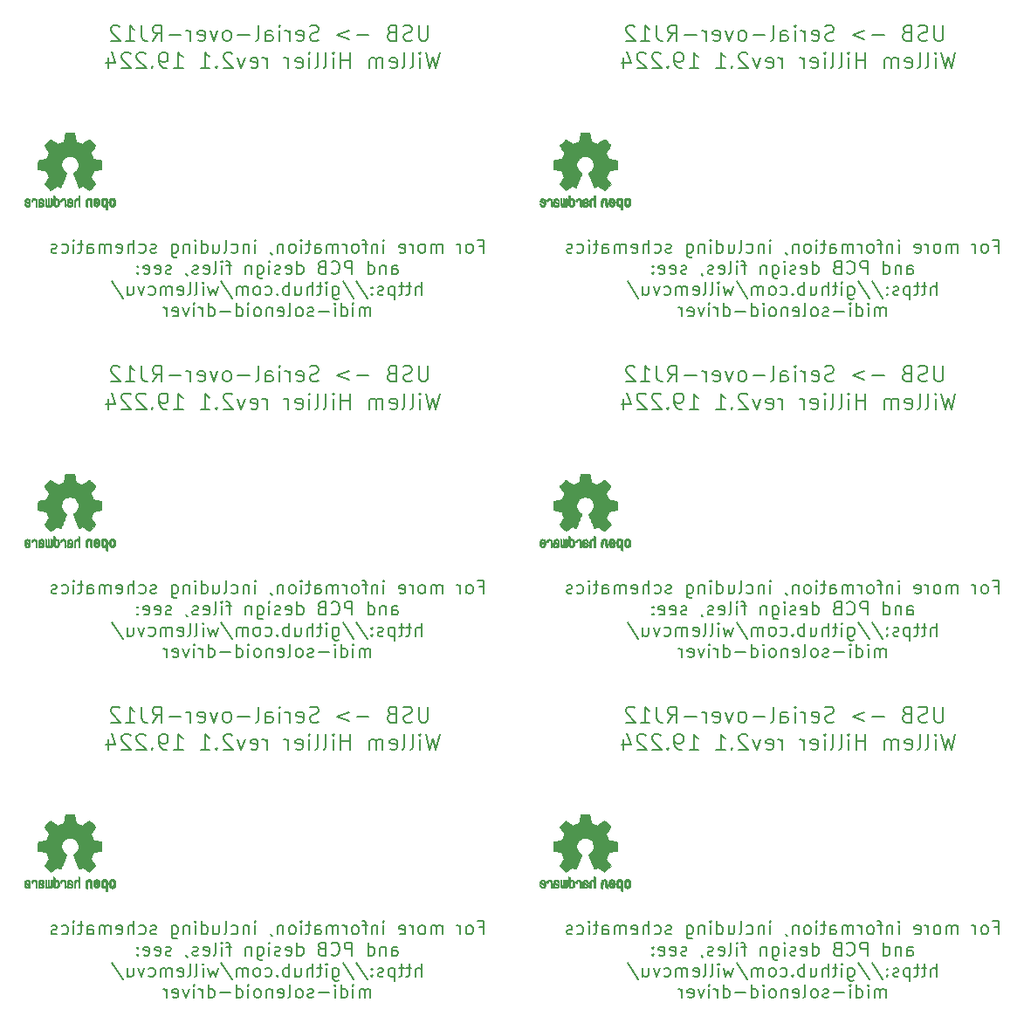
<source format=gbr>
G04 #@! TF.GenerationSoftware,KiCad,Pcbnew,5.1.3-ffb9f22~84~ubuntu16.04.1*
G04 #@! TF.CreationDate,2019-08-12T11:52:22-04:00*
G04 #@! TF.ProjectId,usb-serial-interface_panelized,7573622d-7365-4726-9961-6c2d696e7465,rev?*
G04 #@! TF.SameCoordinates,Original*
G04 #@! TF.FileFunction,Legend,Bot*
G04 #@! TF.FilePolarity,Positive*
%FSLAX46Y46*%
G04 Gerber Fmt 4.6, Leading zero omitted, Abs format (unit mm)*
G04 Created by KiCad (PCBNEW 5.1.3-ffb9f22~84~ubuntu16.04.1) date 2019-08-12 11:52:22*
%MOMM*%
%LPD*%
G04 APERTURE LIST*
%ADD10C,0.177800*%
%ADD11C,0.152400*%
%ADD12C,0.010000*%
G04 APERTURE END LIST*
D10*
X169798859Y-133845432D02*
X169798859Y-135079146D01*
X169726287Y-135224289D01*
X169653716Y-135296861D01*
X169508573Y-135369432D01*
X169218287Y-135369432D01*
X169073144Y-135296861D01*
X169000573Y-135224289D01*
X168928002Y-135079146D01*
X168928002Y-133845432D01*
X168274859Y-135296861D02*
X168057144Y-135369432D01*
X167694287Y-135369432D01*
X167549144Y-135296861D01*
X167476573Y-135224289D01*
X167404002Y-135079146D01*
X167404002Y-134934004D01*
X167476573Y-134788861D01*
X167549144Y-134716289D01*
X167694287Y-134643718D01*
X167984573Y-134571146D01*
X168129716Y-134498575D01*
X168202287Y-134426004D01*
X168274859Y-134280861D01*
X168274859Y-134135718D01*
X168202287Y-133990575D01*
X168129716Y-133918004D01*
X167984573Y-133845432D01*
X167621716Y-133845432D01*
X167404002Y-133918004D01*
X166242859Y-134571146D02*
X166025144Y-134643718D01*
X165952573Y-134716289D01*
X165880002Y-134861432D01*
X165880002Y-135079146D01*
X165952573Y-135224289D01*
X166025144Y-135296861D01*
X166170287Y-135369432D01*
X166750859Y-135369432D01*
X166750859Y-133845432D01*
X166242859Y-133845432D01*
X166097716Y-133918004D01*
X166025144Y-133990575D01*
X165952573Y-134135718D01*
X165952573Y-134280861D01*
X166025144Y-134426004D01*
X166097716Y-134498575D01*
X166242859Y-134571146D01*
X166750859Y-134571146D01*
X164065716Y-134788861D02*
X162904573Y-134788861D01*
X162178859Y-134353432D02*
X161017716Y-134788861D01*
X162178859Y-135224289D01*
X159203430Y-135296861D02*
X158985716Y-135369432D01*
X158622859Y-135369432D01*
X158477716Y-135296861D01*
X158405144Y-135224289D01*
X158332573Y-135079146D01*
X158332573Y-134934004D01*
X158405144Y-134788861D01*
X158477716Y-134716289D01*
X158622859Y-134643718D01*
X158913144Y-134571146D01*
X159058287Y-134498575D01*
X159130859Y-134426004D01*
X159203430Y-134280861D01*
X159203430Y-134135718D01*
X159130859Y-133990575D01*
X159058287Y-133918004D01*
X158913144Y-133845432D01*
X158550287Y-133845432D01*
X158332573Y-133918004D01*
X157098859Y-135296861D02*
X157244002Y-135369432D01*
X157534287Y-135369432D01*
X157679430Y-135296861D01*
X157752002Y-135151718D01*
X157752002Y-134571146D01*
X157679430Y-134426004D01*
X157534287Y-134353432D01*
X157244002Y-134353432D01*
X157098859Y-134426004D01*
X157026287Y-134571146D01*
X157026287Y-134716289D01*
X157752002Y-134861432D01*
X156373144Y-135369432D02*
X156373144Y-134353432D01*
X156373144Y-134643718D02*
X156300573Y-134498575D01*
X156228002Y-134426004D01*
X156082859Y-134353432D01*
X155937716Y-134353432D01*
X155429716Y-135369432D02*
X155429716Y-134353432D01*
X155429716Y-133845432D02*
X155502287Y-133918004D01*
X155429716Y-133990575D01*
X155357144Y-133918004D01*
X155429716Y-133845432D01*
X155429716Y-133990575D01*
X154050859Y-135369432D02*
X154050859Y-134571146D01*
X154123430Y-134426004D01*
X154268573Y-134353432D01*
X154558859Y-134353432D01*
X154704002Y-134426004D01*
X154050859Y-135296861D02*
X154196002Y-135369432D01*
X154558859Y-135369432D01*
X154704002Y-135296861D01*
X154776573Y-135151718D01*
X154776573Y-135006575D01*
X154704002Y-134861432D01*
X154558859Y-134788861D01*
X154196002Y-134788861D01*
X154050859Y-134716289D01*
X153107430Y-135369432D02*
X153252573Y-135296861D01*
X153325144Y-135151718D01*
X153325144Y-133845432D01*
X152526859Y-134788861D02*
X151365716Y-134788861D01*
X150422287Y-135369432D02*
X150567430Y-135296861D01*
X150640002Y-135224289D01*
X150712573Y-135079146D01*
X150712573Y-134643718D01*
X150640002Y-134498575D01*
X150567430Y-134426004D01*
X150422287Y-134353432D01*
X150204573Y-134353432D01*
X150059430Y-134426004D01*
X149986859Y-134498575D01*
X149914287Y-134643718D01*
X149914287Y-135079146D01*
X149986859Y-135224289D01*
X150059430Y-135296861D01*
X150204573Y-135369432D01*
X150422287Y-135369432D01*
X149406287Y-134353432D02*
X149043430Y-135369432D01*
X148680573Y-134353432D01*
X147519430Y-135296861D02*
X147664573Y-135369432D01*
X147954859Y-135369432D01*
X148100002Y-135296861D01*
X148172573Y-135151718D01*
X148172573Y-134571146D01*
X148100002Y-134426004D01*
X147954859Y-134353432D01*
X147664573Y-134353432D01*
X147519430Y-134426004D01*
X147446859Y-134571146D01*
X147446859Y-134716289D01*
X148172573Y-134861432D01*
X146793716Y-135369432D02*
X146793716Y-134353432D01*
X146793716Y-134643718D02*
X146721144Y-134498575D01*
X146648573Y-134426004D01*
X146503430Y-134353432D01*
X146358287Y-134353432D01*
X145850287Y-134788861D02*
X144689144Y-134788861D01*
X143092573Y-135369432D02*
X143600573Y-134643718D01*
X143963430Y-135369432D02*
X143963430Y-133845432D01*
X143382859Y-133845432D01*
X143237716Y-133918004D01*
X143165144Y-133990575D01*
X143092573Y-134135718D01*
X143092573Y-134353432D01*
X143165144Y-134498575D01*
X143237716Y-134571146D01*
X143382859Y-134643718D01*
X143963430Y-134643718D01*
X142004002Y-133845432D02*
X142004002Y-134934004D01*
X142076573Y-135151718D01*
X142221716Y-135296861D01*
X142439430Y-135369432D01*
X142584573Y-135369432D01*
X140480002Y-135369432D02*
X141350859Y-135369432D01*
X140915430Y-135369432D02*
X140915430Y-133845432D01*
X141060573Y-134063146D01*
X141205716Y-134208289D01*
X141350859Y-134280861D01*
X139899430Y-133990575D02*
X139826859Y-133918004D01*
X139681716Y-133845432D01*
X139318859Y-133845432D01*
X139173716Y-133918004D01*
X139101144Y-133990575D01*
X139028573Y-134135718D01*
X139028573Y-134280861D01*
X139101144Y-134498575D01*
X139972002Y-135369432D01*
X139028573Y-135369432D01*
X169798859Y-100795430D02*
X169798859Y-102029144D01*
X169726287Y-102174287D01*
X169653716Y-102246859D01*
X169508573Y-102319430D01*
X169218287Y-102319430D01*
X169073144Y-102246859D01*
X169000573Y-102174287D01*
X168928002Y-102029144D01*
X168928002Y-100795430D01*
X168274859Y-102246859D02*
X168057144Y-102319430D01*
X167694287Y-102319430D01*
X167549144Y-102246859D01*
X167476573Y-102174287D01*
X167404002Y-102029144D01*
X167404002Y-101884002D01*
X167476573Y-101738859D01*
X167549144Y-101666287D01*
X167694287Y-101593716D01*
X167984573Y-101521144D01*
X168129716Y-101448573D01*
X168202287Y-101376002D01*
X168274859Y-101230859D01*
X168274859Y-101085716D01*
X168202287Y-100940573D01*
X168129716Y-100868002D01*
X167984573Y-100795430D01*
X167621716Y-100795430D01*
X167404002Y-100868002D01*
X166242859Y-101521144D02*
X166025144Y-101593716D01*
X165952573Y-101666287D01*
X165880002Y-101811430D01*
X165880002Y-102029144D01*
X165952573Y-102174287D01*
X166025144Y-102246859D01*
X166170287Y-102319430D01*
X166750859Y-102319430D01*
X166750859Y-100795430D01*
X166242859Y-100795430D01*
X166097716Y-100868002D01*
X166025144Y-100940573D01*
X165952573Y-101085716D01*
X165952573Y-101230859D01*
X166025144Y-101376002D01*
X166097716Y-101448573D01*
X166242859Y-101521144D01*
X166750859Y-101521144D01*
X164065716Y-101738859D02*
X162904573Y-101738859D01*
X162178859Y-101303430D02*
X161017716Y-101738859D01*
X162178859Y-102174287D01*
X159203430Y-102246859D02*
X158985716Y-102319430D01*
X158622859Y-102319430D01*
X158477716Y-102246859D01*
X158405144Y-102174287D01*
X158332573Y-102029144D01*
X158332573Y-101884002D01*
X158405144Y-101738859D01*
X158477716Y-101666287D01*
X158622859Y-101593716D01*
X158913144Y-101521144D01*
X159058287Y-101448573D01*
X159130859Y-101376002D01*
X159203430Y-101230859D01*
X159203430Y-101085716D01*
X159130859Y-100940573D01*
X159058287Y-100868002D01*
X158913144Y-100795430D01*
X158550287Y-100795430D01*
X158332573Y-100868002D01*
X157098859Y-102246859D02*
X157244002Y-102319430D01*
X157534287Y-102319430D01*
X157679430Y-102246859D01*
X157752002Y-102101716D01*
X157752002Y-101521144D01*
X157679430Y-101376002D01*
X157534287Y-101303430D01*
X157244002Y-101303430D01*
X157098859Y-101376002D01*
X157026287Y-101521144D01*
X157026287Y-101666287D01*
X157752002Y-101811430D01*
X156373144Y-102319430D02*
X156373144Y-101303430D01*
X156373144Y-101593716D02*
X156300573Y-101448573D01*
X156228002Y-101376002D01*
X156082859Y-101303430D01*
X155937716Y-101303430D01*
X155429716Y-102319430D02*
X155429716Y-101303430D01*
X155429716Y-100795430D02*
X155502287Y-100868002D01*
X155429716Y-100940573D01*
X155357144Y-100868002D01*
X155429716Y-100795430D01*
X155429716Y-100940573D01*
X154050859Y-102319430D02*
X154050859Y-101521144D01*
X154123430Y-101376002D01*
X154268573Y-101303430D01*
X154558859Y-101303430D01*
X154704002Y-101376002D01*
X154050859Y-102246859D02*
X154196002Y-102319430D01*
X154558859Y-102319430D01*
X154704002Y-102246859D01*
X154776573Y-102101716D01*
X154776573Y-101956573D01*
X154704002Y-101811430D01*
X154558859Y-101738859D01*
X154196002Y-101738859D01*
X154050859Y-101666287D01*
X153107430Y-102319430D02*
X153252573Y-102246859D01*
X153325144Y-102101716D01*
X153325144Y-100795430D01*
X152526859Y-101738859D02*
X151365716Y-101738859D01*
X150422287Y-102319430D02*
X150567430Y-102246859D01*
X150640002Y-102174287D01*
X150712573Y-102029144D01*
X150712573Y-101593716D01*
X150640002Y-101448573D01*
X150567430Y-101376002D01*
X150422287Y-101303430D01*
X150204573Y-101303430D01*
X150059430Y-101376002D01*
X149986859Y-101448573D01*
X149914287Y-101593716D01*
X149914287Y-102029144D01*
X149986859Y-102174287D01*
X150059430Y-102246859D01*
X150204573Y-102319430D01*
X150422287Y-102319430D01*
X149406287Y-101303430D02*
X149043430Y-102319430D01*
X148680573Y-101303430D01*
X147519430Y-102246859D02*
X147664573Y-102319430D01*
X147954859Y-102319430D01*
X148100002Y-102246859D01*
X148172573Y-102101716D01*
X148172573Y-101521144D01*
X148100002Y-101376002D01*
X147954859Y-101303430D01*
X147664573Y-101303430D01*
X147519430Y-101376002D01*
X147446859Y-101521144D01*
X147446859Y-101666287D01*
X148172573Y-101811430D01*
X146793716Y-102319430D02*
X146793716Y-101303430D01*
X146793716Y-101593716D02*
X146721144Y-101448573D01*
X146648573Y-101376002D01*
X146503430Y-101303430D01*
X146358287Y-101303430D01*
X145850287Y-101738859D02*
X144689144Y-101738859D01*
X143092573Y-102319430D02*
X143600573Y-101593716D01*
X143963430Y-102319430D02*
X143963430Y-100795430D01*
X143382859Y-100795430D01*
X143237716Y-100868002D01*
X143165144Y-100940573D01*
X143092573Y-101085716D01*
X143092573Y-101303430D01*
X143165144Y-101448573D01*
X143237716Y-101521144D01*
X143382859Y-101593716D01*
X143963430Y-101593716D01*
X142004002Y-100795430D02*
X142004002Y-101884002D01*
X142076573Y-102101716D01*
X142221716Y-102246859D01*
X142439430Y-102319430D01*
X142584573Y-102319430D01*
X140480002Y-102319430D02*
X141350859Y-102319430D01*
X140915430Y-102319430D02*
X140915430Y-100795430D01*
X141060573Y-101013144D01*
X141205716Y-101158287D01*
X141350859Y-101230859D01*
X139899430Y-100940573D02*
X139826859Y-100868002D01*
X139681716Y-100795430D01*
X139318859Y-100795430D01*
X139173716Y-100868002D01*
X139101144Y-100940573D01*
X139028573Y-101085716D01*
X139028573Y-101230859D01*
X139101144Y-101448573D01*
X139972002Y-102319430D01*
X139028573Y-102319430D01*
X169798859Y-67745428D02*
X169798859Y-68979142D01*
X169726287Y-69124285D01*
X169653716Y-69196857D01*
X169508573Y-69269428D01*
X169218287Y-69269428D01*
X169073144Y-69196857D01*
X169000573Y-69124285D01*
X168928002Y-68979142D01*
X168928002Y-67745428D01*
X168274859Y-69196857D02*
X168057144Y-69269428D01*
X167694287Y-69269428D01*
X167549144Y-69196857D01*
X167476573Y-69124285D01*
X167404002Y-68979142D01*
X167404002Y-68834000D01*
X167476573Y-68688857D01*
X167549144Y-68616285D01*
X167694287Y-68543714D01*
X167984573Y-68471142D01*
X168129716Y-68398571D01*
X168202287Y-68326000D01*
X168274859Y-68180857D01*
X168274859Y-68035714D01*
X168202287Y-67890571D01*
X168129716Y-67818000D01*
X167984573Y-67745428D01*
X167621716Y-67745428D01*
X167404002Y-67818000D01*
X166242859Y-68471142D02*
X166025144Y-68543714D01*
X165952573Y-68616285D01*
X165880002Y-68761428D01*
X165880002Y-68979142D01*
X165952573Y-69124285D01*
X166025144Y-69196857D01*
X166170287Y-69269428D01*
X166750859Y-69269428D01*
X166750859Y-67745428D01*
X166242859Y-67745428D01*
X166097716Y-67818000D01*
X166025144Y-67890571D01*
X165952573Y-68035714D01*
X165952573Y-68180857D01*
X166025144Y-68326000D01*
X166097716Y-68398571D01*
X166242859Y-68471142D01*
X166750859Y-68471142D01*
X164065716Y-68688857D02*
X162904573Y-68688857D01*
X162178859Y-68253428D02*
X161017716Y-68688857D01*
X162178859Y-69124285D01*
X159203430Y-69196857D02*
X158985716Y-69269428D01*
X158622859Y-69269428D01*
X158477716Y-69196857D01*
X158405144Y-69124285D01*
X158332573Y-68979142D01*
X158332573Y-68834000D01*
X158405144Y-68688857D01*
X158477716Y-68616285D01*
X158622859Y-68543714D01*
X158913144Y-68471142D01*
X159058287Y-68398571D01*
X159130859Y-68326000D01*
X159203430Y-68180857D01*
X159203430Y-68035714D01*
X159130859Y-67890571D01*
X159058287Y-67818000D01*
X158913144Y-67745428D01*
X158550287Y-67745428D01*
X158332573Y-67818000D01*
X157098859Y-69196857D02*
X157244002Y-69269428D01*
X157534287Y-69269428D01*
X157679430Y-69196857D01*
X157752002Y-69051714D01*
X157752002Y-68471142D01*
X157679430Y-68326000D01*
X157534287Y-68253428D01*
X157244002Y-68253428D01*
X157098859Y-68326000D01*
X157026287Y-68471142D01*
X157026287Y-68616285D01*
X157752002Y-68761428D01*
X156373144Y-69269428D02*
X156373144Y-68253428D01*
X156373144Y-68543714D02*
X156300573Y-68398571D01*
X156228002Y-68326000D01*
X156082859Y-68253428D01*
X155937716Y-68253428D01*
X155429716Y-69269428D02*
X155429716Y-68253428D01*
X155429716Y-67745428D02*
X155502287Y-67818000D01*
X155429716Y-67890571D01*
X155357144Y-67818000D01*
X155429716Y-67745428D01*
X155429716Y-67890571D01*
X154050859Y-69269428D02*
X154050859Y-68471142D01*
X154123430Y-68326000D01*
X154268573Y-68253428D01*
X154558859Y-68253428D01*
X154704002Y-68326000D01*
X154050859Y-69196857D02*
X154196002Y-69269428D01*
X154558859Y-69269428D01*
X154704002Y-69196857D01*
X154776573Y-69051714D01*
X154776573Y-68906571D01*
X154704002Y-68761428D01*
X154558859Y-68688857D01*
X154196002Y-68688857D01*
X154050859Y-68616285D01*
X153107430Y-69269428D02*
X153252573Y-69196857D01*
X153325144Y-69051714D01*
X153325144Y-67745428D01*
X152526859Y-68688857D02*
X151365716Y-68688857D01*
X150422287Y-69269428D02*
X150567430Y-69196857D01*
X150640002Y-69124285D01*
X150712573Y-68979142D01*
X150712573Y-68543714D01*
X150640002Y-68398571D01*
X150567430Y-68326000D01*
X150422287Y-68253428D01*
X150204573Y-68253428D01*
X150059430Y-68326000D01*
X149986859Y-68398571D01*
X149914287Y-68543714D01*
X149914287Y-68979142D01*
X149986859Y-69124285D01*
X150059430Y-69196857D01*
X150204573Y-69269428D01*
X150422287Y-69269428D01*
X149406287Y-68253428D02*
X149043430Y-69269428D01*
X148680573Y-68253428D01*
X147519430Y-69196857D02*
X147664573Y-69269428D01*
X147954859Y-69269428D01*
X148100002Y-69196857D01*
X148172573Y-69051714D01*
X148172573Y-68471142D01*
X148100002Y-68326000D01*
X147954859Y-68253428D01*
X147664573Y-68253428D01*
X147519430Y-68326000D01*
X147446859Y-68471142D01*
X147446859Y-68616285D01*
X148172573Y-68761428D01*
X146793716Y-69269428D02*
X146793716Y-68253428D01*
X146793716Y-68543714D02*
X146721144Y-68398571D01*
X146648573Y-68326000D01*
X146503430Y-68253428D01*
X146358287Y-68253428D01*
X145850287Y-68688857D02*
X144689144Y-68688857D01*
X143092573Y-69269428D02*
X143600573Y-68543714D01*
X143963430Y-69269428D02*
X143963430Y-67745428D01*
X143382859Y-67745428D01*
X143237716Y-67818000D01*
X143165144Y-67890571D01*
X143092573Y-68035714D01*
X143092573Y-68253428D01*
X143165144Y-68398571D01*
X143237716Y-68471142D01*
X143382859Y-68543714D01*
X143963430Y-68543714D01*
X142004002Y-67745428D02*
X142004002Y-68834000D01*
X142076573Y-69051714D01*
X142221716Y-69196857D01*
X142439430Y-69269428D01*
X142584573Y-69269428D01*
X140480002Y-69269428D02*
X141350859Y-69269428D01*
X140915430Y-69269428D02*
X140915430Y-67745428D01*
X141060573Y-67963142D01*
X141205716Y-68108285D01*
X141350859Y-68180857D01*
X139899430Y-67890571D02*
X139826859Y-67818000D01*
X139681716Y-67745428D01*
X139318859Y-67745428D01*
X139173716Y-67818000D01*
X139101144Y-67890571D01*
X139028573Y-68035714D01*
X139028573Y-68180857D01*
X139101144Y-68398571D01*
X139972002Y-69269428D01*
X139028573Y-69269428D01*
X119823857Y-133845432D02*
X119823857Y-135079146D01*
X119751285Y-135224289D01*
X119678714Y-135296861D01*
X119533571Y-135369432D01*
X119243285Y-135369432D01*
X119098142Y-135296861D01*
X119025571Y-135224289D01*
X118953000Y-135079146D01*
X118953000Y-133845432D01*
X118299857Y-135296861D02*
X118082142Y-135369432D01*
X117719285Y-135369432D01*
X117574142Y-135296861D01*
X117501571Y-135224289D01*
X117429000Y-135079146D01*
X117429000Y-134934004D01*
X117501571Y-134788861D01*
X117574142Y-134716289D01*
X117719285Y-134643718D01*
X118009571Y-134571146D01*
X118154714Y-134498575D01*
X118227285Y-134426004D01*
X118299857Y-134280861D01*
X118299857Y-134135718D01*
X118227285Y-133990575D01*
X118154714Y-133918004D01*
X118009571Y-133845432D01*
X117646714Y-133845432D01*
X117429000Y-133918004D01*
X116267857Y-134571146D02*
X116050142Y-134643718D01*
X115977571Y-134716289D01*
X115905000Y-134861432D01*
X115905000Y-135079146D01*
X115977571Y-135224289D01*
X116050142Y-135296861D01*
X116195285Y-135369432D01*
X116775857Y-135369432D01*
X116775857Y-133845432D01*
X116267857Y-133845432D01*
X116122714Y-133918004D01*
X116050142Y-133990575D01*
X115977571Y-134135718D01*
X115977571Y-134280861D01*
X116050142Y-134426004D01*
X116122714Y-134498575D01*
X116267857Y-134571146D01*
X116775857Y-134571146D01*
X114090714Y-134788861D02*
X112929571Y-134788861D01*
X112203857Y-134353432D02*
X111042714Y-134788861D01*
X112203857Y-135224289D01*
X109228428Y-135296861D02*
X109010714Y-135369432D01*
X108647857Y-135369432D01*
X108502714Y-135296861D01*
X108430142Y-135224289D01*
X108357571Y-135079146D01*
X108357571Y-134934004D01*
X108430142Y-134788861D01*
X108502714Y-134716289D01*
X108647857Y-134643718D01*
X108938142Y-134571146D01*
X109083285Y-134498575D01*
X109155857Y-134426004D01*
X109228428Y-134280861D01*
X109228428Y-134135718D01*
X109155857Y-133990575D01*
X109083285Y-133918004D01*
X108938142Y-133845432D01*
X108575285Y-133845432D01*
X108357571Y-133918004D01*
X107123857Y-135296861D02*
X107269000Y-135369432D01*
X107559285Y-135369432D01*
X107704428Y-135296861D01*
X107777000Y-135151718D01*
X107777000Y-134571146D01*
X107704428Y-134426004D01*
X107559285Y-134353432D01*
X107269000Y-134353432D01*
X107123857Y-134426004D01*
X107051285Y-134571146D01*
X107051285Y-134716289D01*
X107777000Y-134861432D01*
X106398142Y-135369432D02*
X106398142Y-134353432D01*
X106398142Y-134643718D02*
X106325571Y-134498575D01*
X106253000Y-134426004D01*
X106107857Y-134353432D01*
X105962714Y-134353432D01*
X105454714Y-135369432D02*
X105454714Y-134353432D01*
X105454714Y-133845432D02*
X105527285Y-133918004D01*
X105454714Y-133990575D01*
X105382142Y-133918004D01*
X105454714Y-133845432D01*
X105454714Y-133990575D01*
X104075857Y-135369432D02*
X104075857Y-134571146D01*
X104148428Y-134426004D01*
X104293571Y-134353432D01*
X104583857Y-134353432D01*
X104729000Y-134426004D01*
X104075857Y-135296861D02*
X104221000Y-135369432D01*
X104583857Y-135369432D01*
X104729000Y-135296861D01*
X104801571Y-135151718D01*
X104801571Y-135006575D01*
X104729000Y-134861432D01*
X104583857Y-134788861D01*
X104221000Y-134788861D01*
X104075857Y-134716289D01*
X103132428Y-135369432D02*
X103277571Y-135296861D01*
X103350142Y-135151718D01*
X103350142Y-133845432D01*
X102551857Y-134788861D02*
X101390714Y-134788861D01*
X100447285Y-135369432D02*
X100592428Y-135296861D01*
X100665000Y-135224289D01*
X100737571Y-135079146D01*
X100737571Y-134643718D01*
X100665000Y-134498575D01*
X100592428Y-134426004D01*
X100447285Y-134353432D01*
X100229571Y-134353432D01*
X100084428Y-134426004D01*
X100011857Y-134498575D01*
X99939285Y-134643718D01*
X99939285Y-135079146D01*
X100011857Y-135224289D01*
X100084428Y-135296861D01*
X100229571Y-135369432D01*
X100447285Y-135369432D01*
X99431285Y-134353432D02*
X99068428Y-135369432D01*
X98705571Y-134353432D01*
X97544428Y-135296861D02*
X97689571Y-135369432D01*
X97979857Y-135369432D01*
X98125000Y-135296861D01*
X98197571Y-135151718D01*
X98197571Y-134571146D01*
X98125000Y-134426004D01*
X97979857Y-134353432D01*
X97689571Y-134353432D01*
X97544428Y-134426004D01*
X97471857Y-134571146D01*
X97471857Y-134716289D01*
X98197571Y-134861432D01*
X96818714Y-135369432D02*
X96818714Y-134353432D01*
X96818714Y-134643718D02*
X96746142Y-134498575D01*
X96673571Y-134426004D01*
X96528428Y-134353432D01*
X96383285Y-134353432D01*
X95875285Y-134788861D02*
X94714142Y-134788861D01*
X93117571Y-135369432D02*
X93625571Y-134643718D01*
X93988428Y-135369432D02*
X93988428Y-133845432D01*
X93407857Y-133845432D01*
X93262714Y-133918004D01*
X93190142Y-133990575D01*
X93117571Y-134135718D01*
X93117571Y-134353432D01*
X93190142Y-134498575D01*
X93262714Y-134571146D01*
X93407857Y-134643718D01*
X93988428Y-134643718D01*
X92029000Y-133845432D02*
X92029000Y-134934004D01*
X92101571Y-135151718D01*
X92246714Y-135296861D01*
X92464428Y-135369432D01*
X92609571Y-135369432D01*
X90505000Y-135369432D02*
X91375857Y-135369432D01*
X90940428Y-135369432D02*
X90940428Y-133845432D01*
X91085571Y-134063146D01*
X91230714Y-134208289D01*
X91375857Y-134280861D01*
X89924428Y-133990575D02*
X89851857Y-133918004D01*
X89706714Y-133845432D01*
X89343857Y-133845432D01*
X89198714Y-133918004D01*
X89126142Y-133990575D01*
X89053571Y-134135718D01*
X89053571Y-134280861D01*
X89126142Y-134498575D01*
X89997000Y-135369432D01*
X89053571Y-135369432D01*
X119823857Y-100795430D02*
X119823857Y-102029144D01*
X119751285Y-102174287D01*
X119678714Y-102246859D01*
X119533571Y-102319430D01*
X119243285Y-102319430D01*
X119098142Y-102246859D01*
X119025571Y-102174287D01*
X118953000Y-102029144D01*
X118953000Y-100795430D01*
X118299857Y-102246859D02*
X118082142Y-102319430D01*
X117719285Y-102319430D01*
X117574142Y-102246859D01*
X117501571Y-102174287D01*
X117429000Y-102029144D01*
X117429000Y-101884002D01*
X117501571Y-101738859D01*
X117574142Y-101666287D01*
X117719285Y-101593716D01*
X118009571Y-101521144D01*
X118154714Y-101448573D01*
X118227285Y-101376002D01*
X118299857Y-101230859D01*
X118299857Y-101085716D01*
X118227285Y-100940573D01*
X118154714Y-100868002D01*
X118009571Y-100795430D01*
X117646714Y-100795430D01*
X117429000Y-100868002D01*
X116267857Y-101521144D02*
X116050142Y-101593716D01*
X115977571Y-101666287D01*
X115905000Y-101811430D01*
X115905000Y-102029144D01*
X115977571Y-102174287D01*
X116050142Y-102246859D01*
X116195285Y-102319430D01*
X116775857Y-102319430D01*
X116775857Y-100795430D01*
X116267857Y-100795430D01*
X116122714Y-100868002D01*
X116050142Y-100940573D01*
X115977571Y-101085716D01*
X115977571Y-101230859D01*
X116050142Y-101376002D01*
X116122714Y-101448573D01*
X116267857Y-101521144D01*
X116775857Y-101521144D01*
X114090714Y-101738859D02*
X112929571Y-101738859D01*
X112203857Y-101303430D02*
X111042714Y-101738859D01*
X112203857Y-102174287D01*
X109228428Y-102246859D02*
X109010714Y-102319430D01*
X108647857Y-102319430D01*
X108502714Y-102246859D01*
X108430142Y-102174287D01*
X108357571Y-102029144D01*
X108357571Y-101884002D01*
X108430142Y-101738859D01*
X108502714Y-101666287D01*
X108647857Y-101593716D01*
X108938142Y-101521144D01*
X109083285Y-101448573D01*
X109155857Y-101376002D01*
X109228428Y-101230859D01*
X109228428Y-101085716D01*
X109155857Y-100940573D01*
X109083285Y-100868002D01*
X108938142Y-100795430D01*
X108575285Y-100795430D01*
X108357571Y-100868002D01*
X107123857Y-102246859D02*
X107269000Y-102319430D01*
X107559285Y-102319430D01*
X107704428Y-102246859D01*
X107777000Y-102101716D01*
X107777000Y-101521144D01*
X107704428Y-101376002D01*
X107559285Y-101303430D01*
X107269000Y-101303430D01*
X107123857Y-101376002D01*
X107051285Y-101521144D01*
X107051285Y-101666287D01*
X107777000Y-101811430D01*
X106398142Y-102319430D02*
X106398142Y-101303430D01*
X106398142Y-101593716D02*
X106325571Y-101448573D01*
X106253000Y-101376002D01*
X106107857Y-101303430D01*
X105962714Y-101303430D01*
X105454714Y-102319430D02*
X105454714Y-101303430D01*
X105454714Y-100795430D02*
X105527285Y-100868002D01*
X105454714Y-100940573D01*
X105382142Y-100868002D01*
X105454714Y-100795430D01*
X105454714Y-100940573D01*
X104075857Y-102319430D02*
X104075857Y-101521144D01*
X104148428Y-101376002D01*
X104293571Y-101303430D01*
X104583857Y-101303430D01*
X104729000Y-101376002D01*
X104075857Y-102246859D02*
X104221000Y-102319430D01*
X104583857Y-102319430D01*
X104729000Y-102246859D01*
X104801571Y-102101716D01*
X104801571Y-101956573D01*
X104729000Y-101811430D01*
X104583857Y-101738859D01*
X104221000Y-101738859D01*
X104075857Y-101666287D01*
X103132428Y-102319430D02*
X103277571Y-102246859D01*
X103350142Y-102101716D01*
X103350142Y-100795430D01*
X102551857Y-101738859D02*
X101390714Y-101738859D01*
X100447285Y-102319430D02*
X100592428Y-102246859D01*
X100665000Y-102174287D01*
X100737571Y-102029144D01*
X100737571Y-101593716D01*
X100665000Y-101448573D01*
X100592428Y-101376002D01*
X100447285Y-101303430D01*
X100229571Y-101303430D01*
X100084428Y-101376002D01*
X100011857Y-101448573D01*
X99939285Y-101593716D01*
X99939285Y-102029144D01*
X100011857Y-102174287D01*
X100084428Y-102246859D01*
X100229571Y-102319430D01*
X100447285Y-102319430D01*
X99431285Y-101303430D02*
X99068428Y-102319430D01*
X98705571Y-101303430D01*
X97544428Y-102246859D02*
X97689571Y-102319430D01*
X97979857Y-102319430D01*
X98125000Y-102246859D01*
X98197571Y-102101716D01*
X98197571Y-101521144D01*
X98125000Y-101376002D01*
X97979857Y-101303430D01*
X97689571Y-101303430D01*
X97544428Y-101376002D01*
X97471857Y-101521144D01*
X97471857Y-101666287D01*
X98197571Y-101811430D01*
X96818714Y-102319430D02*
X96818714Y-101303430D01*
X96818714Y-101593716D02*
X96746142Y-101448573D01*
X96673571Y-101376002D01*
X96528428Y-101303430D01*
X96383285Y-101303430D01*
X95875285Y-101738859D02*
X94714142Y-101738859D01*
X93117571Y-102319430D02*
X93625571Y-101593716D01*
X93988428Y-102319430D02*
X93988428Y-100795430D01*
X93407857Y-100795430D01*
X93262714Y-100868002D01*
X93190142Y-100940573D01*
X93117571Y-101085716D01*
X93117571Y-101303430D01*
X93190142Y-101448573D01*
X93262714Y-101521144D01*
X93407857Y-101593716D01*
X93988428Y-101593716D01*
X92029000Y-100795430D02*
X92029000Y-101884002D01*
X92101571Y-102101716D01*
X92246714Y-102246859D01*
X92464428Y-102319430D01*
X92609571Y-102319430D01*
X90505000Y-102319430D02*
X91375857Y-102319430D01*
X90940428Y-102319430D02*
X90940428Y-100795430D01*
X91085571Y-101013144D01*
X91230714Y-101158287D01*
X91375857Y-101230859D01*
X89924428Y-100940573D02*
X89851857Y-100868002D01*
X89706714Y-100795430D01*
X89343857Y-100795430D01*
X89198714Y-100868002D01*
X89126142Y-100940573D01*
X89053571Y-101085716D01*
X89053571Y-101230859D01*
X89126142Y-101448573D01*
X89997000Y-102319430D01*
X89053571Y-102319430D01*
X170933430Y-136500432D02*
X170570573Y-138024432D01*
X170280287Y-136935861D01*
X169990002Y-138024432D01*
X169627144Y-136500432D01*
X169046573Y-138024432D02*
X169046573Y-137008432D01*
X169046573Y-136500432D02*
X169119144Y-136573004D01*
X169046573Y-136645575D01*
X168974002Y-136573004D01*
X169046573Y-136500432D01*
X169046573Y-136645575D01*
X168103144Y-138024432D02*
X168248287Y-137951861D01*
X168320859Y-137806718D01*
X168320859Y-136500432D01*
X167304859Y-138024432D02*
X167450002Y-137951861D01*
X167522573Y-137806718D01*
X167522573Y-136500432D01*
X166143716Y-137951861D02*
X166288859Y-138024432D01*
X166579144Y-138024432D01*
X166724287Y-137951861D01*
X166796859Y-137806718D01*
X166796859Y-137226146D01*
X166724287Y-137081004D01*
X166579144Y-137008432D01*
X166288859Y-137008432D01*
X166143716Y-137081004D01*
X166071144Y-137226146D01*
X166071144Y-137371289D01*
X166796859Y-137516432D01*
X165418002Y-138024432D02*
X165418002Y-137008432D01*
X165418002Y-137153575D02*
X165345430Y-137081004D01*
X165200287Y-137008432D01*
X164982573Y-137008432D01*
X164837430Y-137081004D01*
X164764859Y-137226146D01*
X164764859Y-138024432D01*
X164764859Y-137226146D02*
X164692287Y-137081004D01*
X164547144Y-137008432D01*
X164329430Y-137008432D01*
X164184287Y-137081004D01*
X164111716Y-137226146D01*
X164111716Y-138024432D01*
X162224859Y-138024432D02*
X162224859Y-136500432D01*
X162224859Y-137226146D02*
X161354002Y-137226146D01*
X161354002Y-138024432D02*
X161354002Y-136500432D01*
X160628287Y-138024432D02*
X160628287Y-137008432D01*
X160628287Y-136500432D02*
X160700859Y-136573004D01*
X160628287Y-136645575D01*
X160555716Y-136573004D01*
X160628287Y-136500432D01*
X160628287Y-136645575D01*
X159684859Y-138024432D02*
X159830002Y-137951861D01*
X159902573Y-137806718D01*
X159902573Y-136500432D01*
X158886573Y-138024432D02*
X159031716Y-137951861D01*
X159104287Y-137806718D01*
X159104287Y-136500432D01*
X158306002Y-138024432D02*
X158306002Y-137008432D01*
X158306002Y-136500432D02*
X158378573Y-136573004D01*
X158306002Y-136645575D01*
X158233430Y-136573004D01*
X158306002Y-136500432D01*
X158306002Y-136645575D01*
X156999716Y-137951861D02*
X157144859Y-138024432D01*
X157435144Y-138024432D01*
X157580287Y-137951861D01*
X157652859Y-137806718D01*
X157652859Y-137226146D01*
X157580287Y-137081004D01*
X157435144Y-137008432D01*
X157144859Y-137008432D01*
X156999716Y-137081004D01*
X156927144Y-137226146D01*
X156927144Y-137371289D01*
X157652859Y-137516432D01*
X156274002Y-138024432D02*
X156274002Y-137008432D01*
X156274002Y-137298718D02*
X156201430Y-137153575D01*
X156128859Y-137081004D01*
X155983716Y-137008432D01*
X155838573Y-137008432D01*
X154169430Y-138024432D02*
X154169430Y-137008432D01*
X154169430Y-137298718D02*
X154096859Y-137153575D01*
X154024287Y-137081004D01*
X153879144Y-137008432D01*
X153734002Y-137008432D01*
X152645430Y-137951861D02*
X152790573Y-138024432D01*
X153080859Y-138024432D01*
X153226002Y-137951861D01*
X153298573Y-137806718D01*
X153298573Y-137226146D01*
X153226002Y-137081004D01*
X153080859Y-137008432D01*
X152790573Y-137008432D01*
X152645430Y-137081004D01*
X152572859Y-137226146D01*
X152572859Y-137371289D01*
X153298573Y-137516432D01*
X152064859Y-137008432D02*
X151702002Y-138024432D01*
X151339144Y-137008432D01*
X150831144Y-136645575D02*
X150758573Y-136573004D01*
X150613430Y-136500432D01*
X150250573Y-136500432D01*
X150105430Y-136573004D01*
X150032859Y-136645575D01*
X149960287Y-136790718D01*
X149960287Y-136935861D01*
X150032859Y-137153575D01*
X150903716Y-138024432D01*
X149960287Y-138024432D01*
X149307144Y-137879289D02*
X149234573Y-137951861D01*
X149307144Y-138024432D01*
X149379716Y-137951861D01*
X149307144Y-137879289D01*
X149307144Y-138024432D01*
X147783144Y-138024432D02*
X148654002Y-138024432D01*
X148218573Y-138024432D02*
X148218573Y-136500432D01*
X148363716Y-136718146D01*
X148508859Y-136863289D01*
X148654002Y-136935861D01*
X145170573Y-138024432D02*
X146041430Y-138024432D01*
X145606002Y-138024432D02*
X145606002Y-136500432D01*
X145751144Y-136718146D01*
X145896287Y-136863289D01*
X146041430Y-136935861D01*
X144444859Y-138024432D02*
X144154573Y-138024432D01*
X144009430Y-137951861D01*
X143936859Y-137879289D01*
X143791716Y-137661575D01*
X143719144Y-137371289D01*
X143719144Y-136790718D01*
X143791716Y-136645575D01*
X143864287Y-136573004D01*
X144009430Y-136500432D01*
X144299716Y-136500432D01*
X144444859Y-136573004D01*
X144517430Y-136645575D01*
X144590002Y-136790718D01*
X144590002Y-137153575D01*
X144517430Y-137298718D01*
X144444859Y-137371289D01*
X144299716Y-137443861D01*
X144009430Y-137443861D01*
X143864287Y-137371289D01*
X143791716Y-137298718D01*
X143719144Y-137153575D01*
X143066002Y-137879289D02*
X142993430Y-137951861D01*
X143066002Y-138024432D01*
X143138573Y-137951861D01*
X143066002Y-137879289D01*
X143066002Y-138024432D01*
X142412859Y-136645575D02*
X142340287Y-136573004D01*
X142195144Y-136500432D01*
X141832287Y-136500432D01*
X141687144Y-136573004D01*
X141614573Y-136645575D01*
X141542002Y-136790718D01*
X141542002Y-136935861D01*
X141614573Y-137153575D01*
X142485430Y-138024432D01*
X141542002Y-138024432D01*
X140961430Y-136645575D02*
X140888859Y-136573004D01*
X140743716Y-136500432D01*
X140380859Y-136500432D01*
X140235716Y-136573004D01*
X140163144Y-136645575D01*
X140090573Y-136790718D01*
X140090573Y-136935861D01*
X140163144Y-137153575D01*
X141034002Y-138024432D01*
X140090573Y-138024432D01*
X138784287Y-137008432D02*
X138784287Y-138024432D01*
X139147144Y-136427861D02*
X139510002Y-137516432D01*
X138566573Y-137516432D01*
X170933430Y-103450430D02*
X170570573Y-104974430D01*
X170280287Y-103885859D01*
X169990002Y-104974430D01*
X169627144Y-103450430D01*
X169046573Y-104974430D02*
X169046573Y-103958430D01*
X169046573Y-103450430D02*
X169119144Y-103523002D01*
X169046573Y-103595573D01*
X168974002Y-103523002D01*
X169046573Y-103450430D01*
X169046573Y-103595573D01*
X168103144Y-104974430D02*
X168248287Y-104901859D01*
X168320859Y-104756716D01*
X168320859Y-103450430D01*
X167304859Y-104974430D02*
X167450002Y-104901859D01*
X167522573Y-104756716D01*
X167522573Y-103450430D01*
X166143716Y-104901859D02*
X166288859Y-104974430D01*
X166579144Y-104974430D01*
X166724287Y-104901859D01*
X166796859Y-104756716D01*
X166796859Y-104176144D01*
X166724287Y-104031002D01*
X166579144Y-103958430D01*
X166288859Y-103958430D01*
X166143716Y-104031002D01*
X166071144Y-104176144D01*
X166071144Y-104321287D01*
X166796859Y-104466430D01*
X165418002Y-104974430D02*
X165418002Y-103958430D01*
X165418002Y-104103573D02*
X165345430Y-104031002D01*
X165200287Y-103958430D01*
X164982573Y-103958430D01*
X164837430Y-104031002D01*
X164764859Y-104176144D01*
X164764859Y-104974430D01*
X164764859Y-104176144D02*
X164692287Y-104031002D01*
X164547144Y-103958430D01*
X164329430Y-103958430D01*
X164184287Y-104031002D01*
X164111716Y-104176144D01*
X164111716Y-104974430D01*
X162224859Y-104974430D02*
X162224859Y-103450430D01*
X162224859Y-104176144D02*
X161354002Y-104176144D01*
X161354002Y-104974430D02*
X161354002Y-103450430D01*
X160628287Y-104974430D02*
X160628287Y-103958430D01*
X160628287Y-103450430D02*
X160700859Y-103523002D01*
X160628287Y-103595573D01*
X160555716Y-103523002D01*
X160628287Y-103450430D01*
X160628287Y-103595573D01*
X159684859Y-104974430D02*
X159830002Y-104901859D01*
X159902573Y-104756716D01*
X159902573Y-103450430D01*
X158886573Y-104974430D02*
X159031716Y-104901859D01*
X159104287Y-104756716D01*
X159104287Y-103450430D01*
X158306002Y-104974430D02*
X158306002Y-103958430D01*
X158306002Y-103450430D02*
X158378573Y-103523002D01*
X158306002Y-103595573D01*
X158233430Y-103523002D01*
X158306002Y-103450430D01*
X158306002Y-103595573D01*
X156999716Y-104901859D02*
X157144859Y-104974430D01*
X157435144Y-104974430D01*
X157580287Y-104901859D01*
X157652859Y-104756716D01*
X157652859Y-104176144D01*
X157580287Y-104031002D01*
X157435144Y-103958430D01*
X157144859Y-103958430D01*
X156999716Y-104031002D01*
X156927144Y-104176144D01*
X156927144Y-104321287D01*
X157652859Y-104466430D01*
X156274002Y-104974430D02*
X156274002Y-103958430D01*
X156274002Y-104248716D02*
X156201430Y-104103573D01*
X156128859Y-104031002D01*
X155983716Y-103958430D01*
X155838573Y-103958430D01*
X154169430Y-104974430D02*
X154169430Y-103958430D01*
X154169430Y-104248716D02*
X154096859Y-104103573D01*
X154024287Y-104031002D01*
X153879144Y-103958430D01*
X153734002Y-103958430D01*
X152645430Y-104901859D02*
X152790573Y-104974430D01*
X153080859Y-104974430D01*
X153226002Y-104901859D01*
X153298573Y-104756716D01*
X153298573Y-104176144D01*
X153226002Y-104031002D01*
X153080859Y-103958430D01*
X152790573Y-103958430D01*
X152645430Y-104031002D01*
X152572859Y-104176144D01*
X152572859Y-104321287D01*
X153298573Y-104466430D01*
X152064859Y-103958430D02*
X151702002Y-104974430D01*
X151339144Y-103958430D01*
X150831144Y-103595573D02*
X150758573Y-103523002D01*
X150613430Y-103450430D01*
X150250573Y-103450430D01*
X150105430Y-103523002D01*
X150032859Y-103595573D01*
X149960287Y-103740716D01*
X149960287Y-103885859D01*
X150032859Y-104103573D01*
X150903716Y-104974430D01*
X149960287Y-104974430D01*
X149307144Y-104829287D02*
X149234573Y-104901859D01*
X149307144Y-104974430D01*
X149379716Y-104901859D01*
X149307144Y-104829287D01*
X149307144Y-104974430D01*
X147783144Y-104974430D02*
X148654002Y-104974430D01*
X148218573Y-104974430D02*
X148218573Y-103450430D01*
X148363716Y-103668144D01*
X148508859Y-103813287D01*
X148654002Y-103885859D01*
X145170573Y-104974430D02*
X146041430Y-104974430D01*
X145606002Y-104974430D02*
X145606002Y-103450430D01*
X145751144Y-103668144D01*
X145896287Y-103813287D01*
X146041430Y-103885859D01*
X144444859Y-104974430D02*
X144154573Y-104974430D01*
X144009430Y-104901859D01*
X143936859Y-104829287D01*
X143791716Y-104611573D01*
X143719144Y-104321287D01*
X143719144Y-103740716D01*
X143791716Y-103595573D01*
X143864287Y-103523002D01*
X144009430Y-103450430D01*
X144299716Y-103450430D01*
X144444859Y-103523002D01*
X144517430Y-103595573D01*
X144590002Y-103740716D01*
X144590002Y-104103573D01*
X144517430Y-104248716D01*
X144444859Y-104321287D01*
X144299716Y-104393859D01*
X144009430Y-104393859D01*
X143864287Y-104321287D01*
X143791716Y-104248716D01*
X143719144Y-104103573D01*
X143066002Y-104829287D02*
X142993430Y-104901859D01*
X143066002Y-104974430D01*
X143138573Y-104901859D01*
X143066002Y-104829287D01*
X143066002Y-104974430D01*
X142412859Y-103595573D02*
X142340287Y-103523002D01*
X142195144Y-103450430D01*
X141832287Y-103450430D01*
X141687144Y-103523002D01*
X141614573Y-103595573D01*
X141542002Y-103740716D01*
X141542002Y-103885859D01*
X141614573Y-104103573D01*
X142485430Y-104974430D01*
X141542002Y-104974430D01*
X140961430Y-103595573D02*
X140888859Y-103523002D01*
X140743716Y-103450430D01*
X140380859Y-103450430D01*
X140235716Y-103523002D01*
X140163144Y-103595573D01*
X140090573Y-103740716D01*
X140090573Y-103885859D01*
X140163144Y-104103573D01*
X141034002Y-104974430D01*
X140090573Y-104974430D01*
X138784287Y-103958430D02*
X138784287Y-104974430D01*
X139147144Y-103377859D02*
X139510002Y-104466430D01*
X138566573Y-104466430D01*
X170933430Y-70400428D02*
X170570573Y-71924428D01*
X170280287Y-70835857D01*
X169990002Y-71924428D01*
X169627144Y-70400428D01*
X169046573Y-71924428D02*
X169046573Y-70908428D01*
X169046573Y-70400428D02*
X169119144Y-70473000D01*
X169046573Y-70545571D01*
X168974002Y-70473000D01*
X169046573Y-70400428D01*
X169046573Y-70545571D01*
X168103144Y-71924428D02*
X168248287Y-71851857D01*
X168320859Y-71706714D01*
X168320859Y-70400428D01*
X167304859Y-71924428D02*
X167450002Y-71851857D01*
X167522573Y-71706714D01*
X167522573Y-70400428D01*
X166143716Y-71851857D02*
X166288859Y-71924428D01*
X166579144Y-71924428D01*
X166724287Y-71851857D01*
X166796859Y-71706714D01*
X166796859Y-71126142D01*
X166724287Y-70981000D01*
X166579144Y-70908428D01*
X166288859Y-70908428D01*
X166143716Y-70981000D01*
X166071144Y-71126142D01*
X166071144Y-71271285D01*
X166796859Y-71416428D01*
X165418002Y-71924428D02*
X165418002Y-70908428D01*
X165418002Y-71053571D02*
X165345430Y-70981000D01*
X165200287Y-70908428D01*
X164982573Y-70908428D01*
X164837430Y-70981000D01*
X164764859Y-71126142D01*
X164764859Y-71924428D01*
X164764859Y-71126142D02*
X164692287Y-70981000D01*
X164547144Y-70908428D01*
X164329430Y-70908428D01*
X164184287Y-70981000D01*
X164111716Y-71126142D01*
X164111716Y-71924428D01*
X162224859Y-71924428D02*
X162224859Y-70400428D01*
X162224859Y-71126142D02*
X161354002Y-71126142D01*
X161354002Y-71924428D02*
X161354002Y-70400428D01*
X160628287Y-71924428D02*
X160628287Y-70908428D01*
X160628287Y-70400428D02*
X160700859Y-70473000D01*
X160628287Y-70545571D01*
X160555716Y-70473000D01*
X160628287Y-70400428D01*
X160628287Y-70545571D01*
X159684859Y-71924428D02*
X159830002Y-71851857D01*
X159902573Y-71706714D01*
X159902573Y-70400428D01*
X158886573Y-71924428D02*
X159031716Y-71851857D01*
X159104287Y-71706714D01*
X159104287Y-70400428D01*
X158306002Y-71924428D02*
X158306002Y-70908428D01*
X158306002Y-70400428D02*
X158378573Y-70473000D01*
X158306002Y-70545571D01*
X158233430Y-70473000D01*
X158306002Y-70400428D01*
X158306002Y-70545571D01*
X156999716Y-71851857D02*
X157144859Y-71924428D01*
X157435144Y-71924428D01*
X157580287Y-71851857D01*
X157652859Y-71706714D01*
X157652859Y-71126142D01*
X157580287Y-70981000D01*
X157435144Y-70908428D01*
X157144859Y-70908428D01*
X156999716Y-70981000D01*
X156927144Y-71126142D01*
X156927144Y-71271285D01*
X157652859Y-71416428D01*
X156274002Y-71924428D02*
X156274002Y-70908428D01*
X156274002Y-71198714D02*
X156201430Y-71053571D01*
X156128859Y-70981000D01*
X155983716Y-70908428D01*
X155838573Y-70908428D01*
X154169430Y-71924428D02*
X154169430Y-70908428D01*
X154169430Y-71198714D02*
X154096859Y-71053571D01*
X154024287Y-70981000D01*
X153879144Y-70908428D01*
X153734002Y-70908428D01*
X152645430Y-71851857D02*
X152790573Y-71924428D01*
X153080859Y-71924428D01*
X153226002Y-71851857D01*
X153298573Y-71706714D01*
X153298573Y-71126142D01*
X153226002Y-70981000D01*
X153080859Y-70908428D01*
X152790573Y-70908428D01*
X152645430Y-70981000D01*
X152572859Y-71126142D01*
X152572859Y-71271285D01*
X153298573Y-71416428D01*
X152064859Y-70908428D02*
X151702002Y-71924428D01*
X151339144Y-70908428D01*
X150831144Y-70545571D02*
X150758573Y-70473000D01*
X150613430Y-70400428D01*
X150250573Y-70400428D01*
X150105430Y-70473000D01*
X150032859Y-70545571D01*
X149960287Y-70690714D01*
X149960287Y-70835857D01*
X150032859Y-71053571D01*
X150903716Y-71924428D01*
X149960287Y-71924428D01*
X149307144Y-71779285D02*
X149234573Y-71851857D01*
X149307144Y-71924428D01*
X149379716Y-71851857D01*
X149307144Y-71779285D01*
X149307144Y-71924428D01*
X147783144Y-71924428D02*
X148654002Y-71924428D01*
X148218573Y-71924428D02*
X148218573Y-70400428D01*
X148363716Y-70618142D01*
X148508859Y-70763285D01*
X148654002Y-70835857D01*
X145170573Y-71924428D02*
X146041430Y-71924428D01*
X145606002Y-71924428D02*
X145606002Y-70400428D01*
X145751144Y-70618142D01*
X145896287Y-70763285D01*
X146041430Y-70835857D01*
X144444859Y-71924428D02*
X144154573Y-71924428D01*
X144009430Y-71851857D01*
X143936859Y-71779285D01*
X143791716Y-71561571D01*
X143719144Y-71271285D01*
X143719144Y-70690714D01*
X143791716Y-70545571D01*
X143864287Y-70473000D01*
X144009430Y-70400428D01*
X144299716Y-70400428D01*
X144444859Y-70473000D01*
X144517430Y-70545571D01*
X144590002Y-70690714D01*
X144590002Y-71053571D01*
X144517430Y-71198714D01*
X144444859Y-71271285D01*
X144299716Y-71343857D01*
X144009430Y-71343857D01*
X143864287Y-71271285D01*
X143791716Y-71198714D01*
X143719144Y-71053571D01*
X143066002Y-71779285D02*
X142993430Y-71851857D01*
X143066002Y-71924428D01*
X143138573Y-71851857D01*
X143066002Y-71779285D01*
X143066002Y-71924428D01*
X142412859Y-70545571D02*
X142340287Y-70473000D01*
X142195144Y-70400428D01*
X141832287Y-70400428D01*
X141687144Y-70473000D01*
X141614573Y-70545571D01*
X141542002Y-70690714D01*
X141542002Y-70835857D01*
X141614573Y-71053571D01*
X142485430Y-71924428D01*
X141542002Y-71924428D01*
X140961430Y-70545571D02*
X140888859Y-70473000D01*
X140743716Y-70400428D01*
X140380859Y-70400428D01*
X140235716Y-70473000D01*
X140163144Y-70545571D01*
X140090573Y-70690714D01*
X140090573Y-70835857D01*
X140163144Y-71053571D01*
X141034002Y-71924428D01*
X140090573Y-71924428D01*
X138784287Y-70908428D02*
X138784287Y-71924428D01*
X139147144Y-70327857D02*
X139510002Y-71416428D01*
X138566573Y-71416428D01*
X120958428Y-136500432D02*
X120595571Y-138024432D01*
X120305285Y-136935861D01*
X120015000Y-138024432D01*
X119652142Y-136500432D01*
X119071571Y-138024432D02*
X119071571Y-137008432D01*
X119071571Y-136500432D02*
X119144142Y-136573004D01*
X119071571Y-136645575D01*
X118999000Y-136573004D01*
X119071571Y-136500432D01*
X119071571Y-136645575D01*
X118128142Y-138024432D02*
X118273285Y-137951861D01*
X118345857Y-137806718D01*
X118345857Y-136500432D01*
X117329857Y-138024432D02*
X117475000Y-137951861D01*
X117547571Y-137806718D01*
X117547571Y-136500432D01*
X116168714Y-137951861D02*
X116313857Y-138024432D01*
X116604142Y-138024432D01*
X116749285Y-137951861D01*
X116821857Y-137806718D01*
X116821857Y-137226146D01*
X116749285Y-137081004D01*
X116604142Y-137008432D01*
X116313857Y-137008432D01*
X116168714Y-137081004D01*
X116096142Y-137226146D01*
X116096142Y-137371289D01*
X116821857Y-137516432D01*
X115443000Y-138024432D02*
X115443000Y-137008432D01*
X115443000Y-137153575D02*
X115370428Y-137081004D01*
X115225285Y-137008432D01*
X115007571Y-137008432D01*
X114862428Y-137081004D01*
X114789857Y-137226146D01*
X114789857Y-138024432D01*
X114789857Y-137226146D02*
X114717285Y-137081004D01*
X114572142Y-137008432D01*
X114354428Y-137008432D01*
X114209285Y-137081004D01*
X114136714Y-137226146D01*
X114136714Y-138024432D01*
X112249857Y-138024432D02*
X112249857Y-136500432D01*
X112249857Y-137226146D02*
X111379000Y-137226146D01*
X111379000Y-138024432D02*
X111379000Y-136500432D01*
X110653285Y-138024432D02*
X110653285Y-137008432D01*
X110653285Y-136500432D02*
X110725857Y-136573004D01*
X110653285Y-136645575D01*
X110580714Y-136573004D01*
X110653285Y-136500432D01*
X110653285Y-136645575D01*
X109709857Y-138024432D02*
X109855000Y-137951861D01*
X109927571Y-137806718D01*
X109927571Y-136500432D01*
X108911571Y-138024432D02*
X109056714Y-137951861D01*
X109129285Y-137806718D01*
X109129285Y-136500432D01*
X108331000Y-138024432D02*
X108331000Y-137008432D01*
X108331000Y-136500432D02*
X108403571Y-136573004D01*
X108331000Y-136645575D01*
X108258428Y-136573004D01*
X108331000Y-136500432D01*
X108331000Y-136645575D01*
X107024714Y-137951861D02*
X107169857Y-138024432D01*
X107460142Y-138024432D01*
X107605285Y-137951861D01*
X107677857Y-137806718D01*
X107677857Y-137226146D01*
X107605285Y-137081004D01*
X107460142Y-137008432D01*
X107169857Y-137008432D01*
X107024714Y-137081004D01*
X106952142Y-137226146D01*
X106952142Y-137371289D01*
X107677857Y-137516432D01*
X106299000Y-138024432D02*
X106299000Y-137008432D01*
X106299000Y-137298718D02*
X106226428Y-137153575D01*
X106153857Y-137081004D01*
X106008714Y-137008432D01*
X105863571Y-137008432D01*
X104194428Y-138024432D02*
X104194428Y-137008432D01*
X104194428Y-137298718D02*
X104121857Y-137153575D01*
X104049285Y-137081004D01*
X103904142Y-137008432D01*
X103759000Y-137008432D01*
X102670428Y-137951861D02*
X102815571Y-138024432D01*
X103105857Y-138024432D01*
X103251000Y-137951861D01*
X103323571Y-137806718D01*
X103323571Y-137226146D01*
X103251000Y-137081004D01*
X103105857Y-137008432D01*
X102815571Y-137008432D01*
X102670428Y-137081004D01*
X102597857Y-137226146D01*
X102597857Y-137371289D01*
X103323571Y-137516432D01*
X102089857Y-137008432D02*
X101727000Y-138024432D01*
X101364142Y-137008432D01*
X100856142Y-136645575D02*
X100783571Y-136573004D01*
X100638428Y-136500432D01*
X100275571Y-136500432D01*
X100130428Y-136573004D01*
X100057857Y-136645575D01*
X99985285Y-136790718D01*
X99985285Y-136935861D01*
X100057857Y-137153575D01*
X100928714Y-138024432D01*
X99985285Y-138024432D01*
X99332142Y-137879289D02*
X99259571Y-137951861D01*
X99332142Y-138024432D01*
X99404714Y-137951861D01*
X99332142Y-137879289D01*
X99332142Y-138024432D01*
X97808142Y-138024432D02*
X98679000Y-138024432D01*
X98243571Y-138024432D02*
X98243571Y-136500432D01*
X98388714Y-136718146D01*
X98533857Y-136863289D01*
X98679000Y-136935861D01*
X95195571Y-138024432D02*
X96066428Y-138024432D01*
X95631000Y-138024432D02*
X95631000Y-136500432D01*
X95776142Y-136718146D01*
X95921285Y-136863289D01*
X96066428Y-136935861D01*
X94469857Y-138024432D02*
X94179571Y-138024432D01*
X94034428Y-137951861D01*
X93961857Y-137879289D01*
X93816714Y-137661575D01*
X93744142Y-137371289D01*
X93744142Y-136790718D01*
X93816714Y-136645575D01*
X93889285Y-136573004D01*
X94034428Y-136500432D01*
X94324714Y-136500432D01*
X94469857Y-136573004D01*
X94542428Y-136645575D01*
X94615000Y-136790718D01*
X94615000Y-137153575D01*
X94542428Y-137298718D01*
X94469857Y-137371289D01*
X94324714Y-137443861D01*
X94034428Y-137443861D01*
X93889285Y-137371289D01*
X93816714Y-137298718D01*
X93744142Y-137153575D01*
X93091000Y-137879289D02*
X93018428Y-137951861D01*
X93091000Y-138024432D01*
X93163571Y-137951861D01*
X93091000Y-137879289D01*
X93091000Y-138024432D01*
X92437857Y-136645575D02*
X92365285Y-136573004D01*
X92220142Y-136500432D01*
X91857285Y-136500432D01*
X91712142Y-136573004D01*
X91639571Y-136645575D01*
X91567000Y-136790718D01*
X91567000Y-136935861D01*
X91639571Y-137153575D01*
X92510428Y-138024432D01*
X91567000Y-138024432D01*
X90986428Y-136645575D02*
X90913857Y-136573004D01*
X90768714Y-136500432D01*
X90405857Y-136500432D01*
X90260714Y-136573004D01*
X90188142Y-136645575D01*
X90115571Y-136790718D01*
X90115571Y-136935861D01*
X90188142Y-137153575D01*
X91059000Y-138024432D01*
X90115571Y-138024432D01*
X88809285Y-137008432D02*
X88809285Y-138024432D01*
X89172142Y-136427861D02*
X89535000Y-137516432D01*
X88591571Y-137516432D01*
X120958428Y-103450430D02*
X120595571Y-104974430D01*
X120305285Y-103885859D01*
X120015000Y-104974430D01*
X119652142Y-103450430D01*
X119071571Y-104974430D02*
X119071571Y-103958430D01*
X119071571Y-103450430D02*
X119144142Y-103523002D01*
X119071571Y-103595573D01*
X118999000Y-103523002D01*
X119071571Y-103450430D01*
X119071571Y-103595573D01*
X118128142Y-104974430D02*
X118273285Y-104901859D01*
X118345857Y-104756716D01*
X118345857Y-103450430D01*
X117329857Y-104974430D02*
X117475000Y-104901859D01*
X117547571Y-104756716D01*
X117547571Y-103450430D01*
X116168714Y-104901859D02*
X116313857Y-104974430D01*
X116604142Y-104974430D01*
X116749285Y-104901859D01*
X116821857Y-104756716D01*
X116821857Y-104176144D01*
X116749285Y-104031002D01*
X116604142Y-103958430D01*
X116313857Y-103958430D01*
X116168714Y-104031002D01*
X116096142Y-104176144D01*
X116096142Y-104321287D01*
X116821857Y-104466430D01*
X115443000Y-104974430D02*
X115443000Y-103958430D01*
X115443000Y-104103573D02*
X115370428Y-104031002D01*
X115225285Y-103958430D01*
X115007571Y-103958430D01*
X114862428Y-104031002D01*
X114789857Y-104176144D01*
X114789857Y-104974430D01*
X114789857Y-104176144D02*
X114717285Y-104031002D01*
X114572142Y-103958430D01*
X114354428Y-103958430D01*
X114209285Y-104031002D01*
X114136714Y-104176144D01*
X114136714Y-104974430D01*
X112249857Y-104974430D02*
X112249857Y-103450430D01*
X112249857Y-104176144D02*
X111379000Y-104176144D01*
X111379000Y-104974430D02*
X111379000Y-103450430D01*
X110653285Y-104974430D02*
X110653285Y-103958430D01*
X110653285Y-103450430D02*
X110725857Y-103523002D01*
X110653285Y-103595573D01*
X110580714Y-103523002D01*
X110653285Y-103450430D01*
X110653285Y-103595573D01*
X109709857Y-104974430D02*
X109855000Y-104901859D01*
X109927571Y-104756716D01*
X109927571Y-103450430D01*
X108911571Y-104974430D02*
X109056714Y-104901859D01*
X109129285Y-104756716D01*
X109129285Y-103450430D01*
X108331000Y-104974430D02*
X108331000Y-103958430D01*
X108331000Y-103450430D02*
X108403571Y-103523002D01*
X108331000Y-103595573D01*
X108258428Y-103523002D01*
X108331000Y-103450430D01*
X108331000Y-103595573D01*
X107024714Y-104901859D02*
X107169857Y-104974430D01*
X107460142Y-104974430D01*
X107605285Y-104901859D01*
X107677857Y-104756716D01*
X107677857Y-104176144D01*
X107605285Y-104031002D01*
X107460142Y-103958430D01*
X107169857Y-103958430D01*
X107024714Y-104031002D01*
X106952142Y-104176144D01*
X106952142Y-104321287D01*
X107677857Y-104466430D01*
X106299000Y-104974430D02*
X106299000Y-103958430D01*
X106299000Y-104248716D02*
X106226428Y-104103573D01*
X106153857Y-104031002D01*
X106008714Y-103958430D01*
X105863571Y-103958430D01*
X104194428Y-104974430D02*
X104194428Y-103958430D01*
X104194428Y-104248716D02*
X104121857Y-104103573D01*
X104049285Y-104031002D01*
X103904142Y-103958430D01*
X103759000Y-103958430D01*
X102670428Y-104901859D02*
X102815571Y-104974430D01*
X103105857Y-104974430D01*
X103251000Y-104901859D01*
X103323571Y-104756716D01*
X103323571Y-104176144D01*
X103251000Y-104031002D01*
X103105857Y-103958430D01*
X102815571Y-103958430D01*
X102670428Y-104031002D01*
X102597857Y-104176144D01*
X102597857Y-104321287D01*
X103323571Y-104466430D01*
X102089857Y-103958430D02*
X101727000Y-104974430D01*
X101364142Y-103958430D01*
X100856142Y-103595573D02*
X100783571Y-103523002D01*
X100638428Y-103450430D01*
X100275571Y-103450430D01*
X100130428Y-103523002D01*
X100057857Y-103595573D01*
X99985285Y-103740716D01*
X99985285Y-103885859D01*
X100057857Y-104103573D01*
X100928714Y-104974430D01*
X99985285Y-104974430D01*
X99332142Y-104829287D02*
X99259571Y-104901859D01*
X99332142Y-104974430D01*
X99404714Y-104901859D01*
X99332142Y-104829287D01*
X99332142Y-104974430D01*
X97808142Y-104974430D02*
X98679000Y-104974430D01*
X98243571Y-104974430D02*
X98243571Y-103450430D01*
X98388714Y-103668144D01*
X98533857Y-103813287D01*
X98679000Y-103885859D01*
X95195571Y-104974430D02*
X96066428Y-104974430D01*
X95631000Y-104974430D02*
X95631000Y-103450430D01*
X95776142Y-103668144D01*
X95921285Y-103813287D01*
X96066428Y-103885859D01*
X94469857Y-104974430D02*
X94179571Y-104974430D01*
X94034428Y-104901859D01*
X93961857Y-104829287D01*
X93816714Y-104611573D01*
X93744142Y-104321287D01*
X93744142Y-103740716D01*
X93816714Y-103595573D01*
X93889285Y-103523002D01*
X94034428Y-103450430D01*
X94324714Y-103450430D01*
X94469857Y-103523002D01*
X94542428Y-103595573D01*
X94615000Y-103740716D01*
X94615000Y-104103573D01*
X94542428Y-104248716D01*
X94469857Y-104321287D01*
X94324714Y-104393859D01*
X94034428Y-104393859D01*
X93889285Y-104321287D01*
X93816714Y-104248716D01*
X93744142Y-104103573D01*
X93091000Y-104829287D02*
X93018428Y-104901859D01*
X93091000Y-104974430D01*
X93163571Y-104901859D01*
X93091000Y-104829287D01*
X93091000Y-104974430D01*
X92437857Y-103595573D02*
X92365285Y-103523002D01*
X92220142Y-103450430D01*
X91857285Y-103450430D01*
X91712142Y-103523002D01*
X91639571Y-103595573D01*
X91567000Y-103740716D01*
X91567000Y-103885859D01*
X91639571Y-104103573D01*
X92510428Y-104974430D01*
X91567000Y-104974430D01*
X90986428Y-103595573D02*
X90913857Y-103523002D01*
X90768714Y-103450430D01*
X90405857Y-103450430D01*
X90260714Y-103523002D01*
X90188142Y-103595573D01*
X90115571Y-103740716D01*
X90115571Y-103885859D01*
X90188142Y-104103573D01*
X91059000Y-104974430D01*
X90115571Y-104974430D01*
X88809285Y-103958430D02*
X88809285Y-104974430D01*
X89172142Y-103377859D02*
X89535000Y-104466430D01*
X88591571Y-104466430D01*
D11*
X174751430Y-155258189D02*
X175174763Y-155258189D01*
X175174763Y-155923427D02*
X175174763Y-154653427D01*
X174570002Y-154653427D01*
X173904763Y-155923427D02*
X174025716Y-155862951D01*
X174086192Y-155802475D01*
X174146668Y-155681523D01*
X174146668Y-155318665D01*
X174086192Y-155197713D01*
X174025716Y-155137237D01*
X173904763Y-155076761D01*
X173723335Y-155076761D01*
X173602382Y-155137237D01*
X173541906Y-155197713D01*
X173481430Y-155318665D01*
X173481430Y-155681523D01*
X173541906Y-155802475D01*
X173602382Y-155862951D01*
X173723335Y-155923427D01*
X173904763Y-155923427D01*
X172937144Y-155923427D02*
X172937144Y-155076761D01*
X172937144Y-155318665D02*
X172876668Y-155197713D01*
X172816192Y-155137237D01*
X172695240Y-155076761D01*
X172574287Y-155076761D01*
X171183335Y-155923427D02*
X171183335Y-155076761D01*
X171183335Y-155197713D02*
X171122859Y-155137237D01*
X171001906Y-155076761D01*
X170820478Y-155076761D01*
X170699525Y-155137237D01*
X170639049Y-155258189D01*
X170639049Y-155923427D01*
X170639049Y-155258189D02*
X170578573Y-155137237D01*
X170457621Y-155076761D01*
X170276192Y-155076761D01*
X170155240Y-155137237D01*
X170094763Y-155258189D01*
X170094763Y-155923427D01*
X169308573Y-155923427D02*
X169429525Y-155862951D01*
X169490002Y-155802475D01*
X169550478Y-155681523D01*
X169550478Y-155318665D01*
X169490002Y-155197713D01*
X169429525Y-155137237D01*
X169308573Y-155076761D01*
X169127144Y-155076761D01*
X169006192Y-155137237D01*
X168945716Y-155197713D01*
X168885240Y-155318665D01*
X168885240Y-155681523D01*
X168945716Y-155802475D01*
X169006192Y-155862951D01*
X169127144Y-155923427D01*
X169308573Y-155923427D01*
X168340954Y-155923427D02*
X168340954Y-155076761D01*
X168340954Y-155318665D02*
X168280478Y-155197713D01*
X168220002Y-155137237D01*
X168099049Y-155076761D01*
X167978097Y-155076761D01*
X167070954Y-155862951D02*
X167191906Y-155923427D01*
X167433811Y-155923427D01*
X167554763Y-155862951D01*
X167615240Y-155741999D01*
X167615240Y-155258189D01*
X167554763Y-155137237D01*
X167433811Y-155076761D01*
X167191906Y-155076761D01*
X167070954Y-155137237D01*
X167010478Y-155258189D01*
X167010478Y-155379142D01*
X167615240Y-155500094D01*
X165498573Y-155923427D02*
X165498573Y-155076761D01*
X165498573Y-154653427D02*
X165559049Y-154713904D01*
X165498573Y-154774380D01*
X165438097Y-154713904D01*
X165498573Y-154653427D01*
X165498573Y-154774380D01*
X164893811Y-155076761D02*
X164893811Y-155923427D01*
X164893811Y-155197713D02*
X164833335Y-155137237D01*
X164712382Y-155076761D01*
X164530954Y-155076761D01*
X164410002Y-155137237D01*
X164349525Y-155258189D01*
X164349525Y-155923427D01*
X163926192Y-155076761D02*
X163442382Y-155076761D01*
X163744763Y-155923427D02*
X163744763Y-154834856D01*
X163684287Y-154713904D01*
X163563335Y-154653427D01*
X163442382Y-154653427D01*
X162837621Y-155923427D02*
X162958573Y-155862951D01*
X163019049Y-155802475D01*
X163079525Y-155681523D01*
X163079525Y-155318665D01*
X163019049Y-155197713D01*
X162958573Y-155137237D01*
X162837621Y-155076761D01*
X162656192Y-155076761D01*
X162535240Y-155137237D01*
X162474763Y-155197713D01*
X162414287Y-155318665D01*
X162414287Y-155681523D01*
X162474763Y-155802475D01*
X162535240Y-155862951D01*
X162656192Y-155923427D01*
X162837621Y-155923427D01*
X161870002Y-155923427D02*
X161870002Y-155076761D01*
X161870002Y-155318665D02*
X161809525Y-155197713D01*
X161749049Y-155137237D01*
X161628097Y-155076761D01*
X161507144Y-155076761D01*
X161083811Y-155923427D02*
X161083811Y-155076761D01*
X161083811Y-155197713D02*
X161023335Y-155137237D01*
X160902382Y-155076761D01*
X160720954Y-155076761D01*
X160600002Y-155137237D01*
X160539525Y-155258189D01*
X160539525Y-155923427D01*
X160539525Y-155258189D02*
X160479049Y-155137237D01*
X160358097Y-155076761D01*
X160176668Y-155076761D01*
X160055716Y-155137237D01*
X159995240Y-155258189D01*
X159995240Y-155923427D01*
X158846192Y-155923427D02*
X158846192Y-155258189D01*
X158906668Y-155137237D01*
X159027621Y-155076761D01*
X159269525Y-155076761D01*
X159390478Y-155137237D01*
X158846192Y-155862951D02*
X158967144Y-155923427D01*
X159269525Y-155923427D01*
X159390478Y-155862951D01*
X159450954Y-155741999D01*
X159450954Y-155621046D01*
X159390478Y-155500094D01*
X159269525Y-155439618D01*
X158967144Y-155439618D01*
X158846192Y-155379142D01*
X158422859Y-155076761D02*
X157939049Y-155076761D01*
X158241430Y-154653427D02*
X158241430Y-155741999D01*
X158180954Y-155862951D01*
X158060002Y-155923427D01*
X157939049Y-155923427D01*
X157515716Y-155923427D02*
X157515716Y-155076761D01*
X157515716Y-154653427D02*
X157576192Y-154713904D01*
X157515716Y-154774380D01*
X157455240Y-154713904D01*
X157515716Y-154653427D01*
X157515716Y-154774380D01*
X156729525Y-155923427D02*
X156850478Y-155862951D01*
X156910954Y-155802475D01*
X156971430Y-155681523D01*
X156971430Y-155318665D01*
X156910954Y-155197713D01*
X156850478Y-155137237D01*
X156729525Y-155076761D01*
X156548097Y-155076761D01*
X156427144Y-155137237D01*
X156366668Y-155197713D01*
X156306192Y-155318665D01*
X156306192Y-155681523D01*
X156366668Y-155802475D01*
X156427144Y-155862951D01*
X156548097Y-155923427D01*
X156729525Y-155923427D01*
X155761906Y-155076761D02*
X155761906Y-155923427D01*
X155761906Y-155197713D02*
X155701430Y-155137237D01*
X155580478Y-155076761D01*
X155399049Y-155076761D01*
X155278097Y-155137237D01*
X155217621Y-155258189D01*
X155217621Y-155923427D01*
X154552382Y-155862951D02*
X154552382Y-155923427D01*
X154612859Y-156044380D01*
X154673335Y-156104856D01*
X153040478Y-155923427D02*
X153040478Y-155076761D01*
X153040478Y-154653427D02*
X153100954Y-154713904D01*
X153040478Y-154774380D01*
X152980002Y-154713904D01*
X153040478Y-154653427D01*
X153040478Y-154774380D01*
X152435716Y-155076761D02*
X152435716Y-155923427D01*
X152435716Y-155197713D02*
X152375240Y-155137237D01*
X152254287Y-155076761D01*
X152072859Y-155076761D01*
X151951906Y-155137237D01*
X151891430Y-155258189D01*
X151891430Y-155923427D01*
X150742382Y-155862951D02*
X150863335Y-155923427D01*
X151105240Y-155923427D01*
X151226192Y-155862951D01*
X151286668Y-155802475D01*
X151347144Y-155681523D01*
X151347144Y-155318665D01*
X151286668Y-155197713D01*
X151226192Y-155137237D01*
X151105240Y-155076761D01*
X150863335Y-155076761D01*
X150742382Y-155137237D01*
X150016668Y-155923427D02*
X150137621Y-155862951D01*
X150198097Y-155741999D01*
X150198097Y-154653427D01*
X148988573Y-155076761D02*
X148988573Y-155923427D01*
X149532859Y-155076761D02*
X149532859Y-155741999D01*
X149472382Y-155862951D01*
X149351430Y-155923427D01*
X149170002Y-155923427D01*
X149049049Y-155862951D01*
X148988573Y-155802475D01*
X147839525Y-155923427D02*
X147839525Y-154653427D01*
X147839525Y-155862951D02*
X147960478Y-155923427D01*
X148202382Y-155923427D01*
X148323335Y-155862951D01*
X148383811Y-155802475D01*
X148444287Y-155681523D01*
X148444287Y-155318665D01*
X148383811Y-155197713D01*
X148323335Y-155137237D01*
X148202382Y-155076761D01*
X147960478Y-155076761D01*
X147839525Y-155137237D01*
X147234763Y-155923427D02*
X147234763Y-155076761D01*
X147234763Y-154653427D02*
X147295240Y-154713904D01*
X147234763Y-154774380D01*
X147174287Y-154713904D01*
X147234763Y-154653427D01*
X147234763Y-154774380D01*
X146630002Y-155076761D02*
X146630002Y-155923427D01*
X146630002Y-155197713D02*
X146569525Y-155137237D01*
X146448573Y-155076761D01*
X146267144Y-155076761D01*
X146146192Y-155137237D01*
X146085716Y-155258189D01*
X146085716Y-155923427D01*
X144936668Y-155076761D02*
X144936668Y-156104856D01*
X144997144Y-156225808D01*
X145057621Y-156286284D01*
X145178573Y-156346761D01*
X145360002Y-156346761D01*
X145480954Y-156286284D01*
X144936668Y-155862951D02*
X145057621Y-155923427D01*
X145299525Y-155923427D01*
X145420478Y-155862951D01*
X145480954Y-155802475D01*
X145541430Y-155681523D01*
X145541430Y-155318665D01*
X145480954Y-155197713D01*
X145420478Y-155137237D01*
X145299525Y-155076761D01*
X145057621Y-155076761D01*
X144936668Y-155137237D01*
X143424763Y-155862951D02*
X143303811Y-155923427D01*
X143061906Y-155923427D01*
X142940954Y-155862951D01*
X142880478Y-155741999D01*
X142880478Y-155681523D01*
X142940954Y-155560570D01*
X143061906Y-155500094D01*
X143243335Y-155500094D01*
X143364287Y-155439618D01*
X143424763Y-155318665D01*
X143424763Y-155258189D01*
X143364287Y-155137237D01*
X143243335Y-155076761D01*
X143061906Y-155076761D01*
X142940954Y-155137237D01*
X141791906Y-155862951D02*
X141912859Y-155923427D01*
X142154763Y-155923427D01*
X142275716Y-155862951D01*
X142336192Y-155802475D01*
X142396668Y-155681523D01*
X142396668Y-155318665D01*
X142336192Y-155197713D01*
X142275716Y-155137237D01*
X142154763Y-155076761D01*
X141912859Y-155076761D01*
X141791906Y-155137237D01*
X141247621Y-155923427D02*
X141247621Y-154653427D01*
X140703335Y-155923427D02*
X140703335Y-155258189D01*
X140763811Y-155137237D01*
X140884763Y-155076761D01*
X141066192Y-155076761D01*
X141187144Y-155137237D01*
X141247621Y-155197713D01*
X139614763Y-155862951D02*
X139735716Y-155923427D01*
X139977621Y-155923427D01*
X140098573Y-155862951D01*
X140159049Y-155741999D01*
X140159049Y-155258189D01*
X140098573Y-155137237D01*
X139977621Y-155076761D01*
X139735716Y-155076761D01*
X139614763Y-155137237D01*
X139554287Y-155258189D01*
X139554287Y-155379142D01*
X140159049Y-155500094D01*
X139010002Y-155923427D02*
X139010002Y-155076761D01*
X139010002Y-155197713D02*
X138949525Y-155137237D01*
X138828573Y-155076761D01*
X138647144Y-155076761D01*
X138526192Y-155137237D01*
X138465716Y-155258189D01*
X138465716Y-155923427D01*
X138465716Y-155258189D02*
X138405240Y-155137237D01*
X138284287Y-155076761D01*
X138102859Y-155076761D01*
X137981906Y-155137237D01*
X137921430Y-155258189D01*
X137921430Y-155923427D01*
X136772382Y-155923427D02*
X136772382Y-155258189D01*
X136832859Y-155137237D01*
X136953811Y-155076761D01*
X137195716Y-155076761D01*
X137316668Y-155137237D01*
X136772382Y-155862951D02*
X136893335Y-155923427D01*
X137195716Y-155923427D01*
X137316668Y-155862951D01*
X137377144Y-155741999D01*
X137377144Y-155621046D01*
X137316668Y-155500094D01*
X137195716Y-155439618D01*
X136893335Y-155439618D01*
X136772382Y-155379142D01*
X136349049Y-155076761D02*
X135865240Y-155076761D01*
X136167621Y-154653427D02*
X136167621Y-155741999D01*
X136107144Y-155862951D01*
X135986192Y-155923427D01*
X135865240Y-155923427D01*
X135441906Y-155923427D02*
X135441906Y-155076761D01*
X135441906Y-154653427D02*
X135502382Y-154713904D01*
X135441906Y-154774380D01*
X135381430Y-154713904D01*
X135441906Y-154653427D01*
X135441906Y-154774380D01*
X134292859Y-155862951D02*
X134413811Y-155923427D01*
X134655716Y-155923427D01*
X134776668Y-155862951D01*
X134837144Y-155802475D01*
X134897621Y-155681523D01*
X134897621Y-155318665D01*
X134837144Y-155197713D01*
X134776668Y-155137237D01*
X134655716Y-155076761D01*
X134413811Y-155076761D01*
X134292859Y-155137237D01*
X133809049Y-155862951D02*
X133688097Y-155923427D01*
X133446192Y-155923427D01*
X133325240Y-155862951D01*
X133264763Y-155741999D01*
X133264763Y-155681523D01*
X133325240Y-155560570D01*
X133446192Y-155500094D01*
X133627621Y-155500094D01*
X133748573Y-155439618D01*
X133809049Y-155318665D01*
X133809049Y-155258189D01*
X133748573Y-155137237D01*
X133627621Y-155076761D01*
X133446192Y-155076761D01*
X133325240Y-155137237D01*
X166315002Y-157980827D02*
X166315002Y-157315589D01*
X166375478Y-157194637D01*
X166496430Y-157134161D01*
X166738335Y-157134161D01*
X166859287Y-157194637D01*
X166315002Y-157920351D02*
X166435954Y-157980827D01*
X166738335Y-157980827D01*
X166859287Y-157920351D01*
X166919763Y-157799399D01*
X166919763Y-157678446D01*
X166859287Y-157557494D01*
X166738335Y-157497018D01*
X166435954Y-157497018D01*
X166315002Y-157436542D01*
X165710240Y-157134161D02*
X165710240Y-157980827D01*
X165710240Y-157255113D02*
X165649763Y-157194637D01*
X165528811Y-157134161D01*
X165347382Y-157134161D01*
X165226430Y-157194637D01*
X165165954Y-157315589D01*
X165165954Y-157980827D01*
X164016906Y-157980827D02*
X164016906Y-156710827D01*
X164016906Y-157920351D02*
X164137859Y-157980827D01*
X164379763Y-157980827D01*
X164500716Y-157920351D01*
X164561192Y-157859875D01*
X164621668Y-157738923D01*
X164621668Y-157376065D01*
X164561192Y-157255113D01*
X164500716Y-157194637D01*
X164379763Y-157134161D01*
X164137859Y-157134161D01*
X164016906Y-157194637D01*
X162444525Y-157980827D02*
X162444525Y-156710827D01*
X161960716Y-156710827D01*
X161839763Y-156771304D01*
X161779287Y-156831780D01*
X161718811Y-156952732D01*
X161718811Y-157134161D01*
X161779287Y-157255113D01*
X161839763Y-157315589D01*
X161960716Y-157376065D01*
X162444525Y-157376065D01*
X160448811Y-157859875D02*
X160509287Y-157920351D01*
X160690716Y-157980827D01*
X160811668Y-157980827D01*
X160993097Y-157920351D01*
X161114049Y-157799399D01*
X161174525Y-157678446D01*
X161235002Y-157436542D01*
X161235002Y-157255113D01*
X161174525Y-157013208D01*
X161114049Y-156892256D01*
X160993097Y-156771304D01*
X160811668Y-156710827D01*
X160690716Y-156710827D01*
X160509287Y-156771304D01*
X160448811Y-156831780D01*
X159481192Y-157315589D02*
X159299763Y-157376065D01*
X159239287Y-157436542D01*
X159178811Y-157557494D01*
X159178811Y-157738923D01*
X159239287Y-157859875D01*
X159299763Y-157920351D01*
X159420716Y-157980827D01*
X159904525Y-157980827D01*
X159904525Y-156710827D01*
X159481192Y-156710827D01*
X159360240Y-156771304D01*
X159299763Y-156831780D01*
X159239287Y-156952732D01*
X159239287Y-157073684D01*
X159299763Y-157194637D01*
X159360240Y-157255113D01*
X159481192Y-157315589D01*
X159904525Y-157315589D01*
X157122621Y-157980827D02*
X157122621Y-156710827D01*
X157122621Y-157920351D02*
X157243573Y-157980827D01*
X157485478Y-157980827D01*
X157606430Y-157920351D01*
X157666906Y-157859875D01*
X157727382Y-157738923D01*
X157727382Y-157376065D01*
X157666906Y-157255113D01*
X157606430Y-157194637D01*
X157485478Y-157134161D01*
X157243573Y-157134161D01*
X157122621Y-157194637D01*
X156034049Y-157920351D02*
X156155002Y-157980827D01*
X156396906Y-157980827D01*
X156517859Y-157920351D01*
X156578335Y-157799399D01*
X156578335Y-157315589D01*
X156517859Y-157194637D01*
X156396906Y-157134161D01*
X156155002Y-157134161D01*
X156034049Y-157194637D01*
X155973573Y-157315589D01*
X155973573Y-157436542D01*
X156578335Y-157557494D01*
X155489763Y-157920351D02*
X155368811Y-157980827D01*
X155126906Y-157980827D01*
X155005954Y-157920351D01*
X154945478Y-157799399D01*
X154945478Y-157738923D01*
X155005954Y-157617970D01*
X155126906Y-157557494D01*
X155308335Y-157557494D01*
X155429287Y-157497018D01*
X155489763Y-157376065D01*
X155489763Y-157315589D01*
X155429287Y-157194637D01*
X155308335Y-157134161D01*
X155126906Y-157134161D01*
X155005954Y-157194637D01*
X154401192Y-157980827D02*
X154401192Y-157134161D01*
X154401192Y-156710827D02*
X154461668Y-156771304D01*
X154401192Y-156831780D01*
X154340716Y-156771304D01*
X154401192Y-156710827D01*
X154401192Y-156831780D01*
X153252144Y-157134161D02*
X153252144Y-158162256D01*
X153312621Y-158283208D01*
X153373097Y-158343684D01*
X153494049Y-158404161D01*
X153675478Y-158404161D01*
X153796430Y-158343684D01*
X153252144Y-157920351D02*
X153373097Y-157980827D01*
X153615002Y-157980827D01*
X153735954Y-157920351D01*
X153796430Y-157859875D01*
X153856906Y-157738923D01*
X153856906Y-157376065D01*
X153796430Y-157255113D01*
X153735954Y-157194637D01*
X153615002Y-157134161D01*
X153373097Y-157134161D01*
X153252144Y-157194637D01*
X152647382Y-157134161D02*
X152647382Y-157980827D01*
X152647382Y-157255113D02*
X152586906Y-157194637D01*
X152465954Y-157134161D01*
X152284525Y-157134161D01*
X152163573Y-157194637D01*
X152103097Y-157315589D01*
X152103097Y-157980827D01*
X150712144Y-157134161D02*
X150228335Y-157134161D01*
X150530716Y-157980827D02*
X150530716Y-156892256D01*
X150470240Y-156771304D01*
X150349287Y-156710827D01*
X150228335Y-156710827D01*
X149805002Y-157980827D02*
X149805002Y-157134161D01*
X149805002Y-156710827D02*
X149865478Y-156771304D01*
X149805002Y-156831780D01*
X149744525Y-156771304D01*
X149805002Y-156710827D01*
X149805002Y-156831780D01*
X149018811Y-157980827D02*
X149139763Y-157920351D01*
X149200240Y-157799399D01*
X149200240Y-156710827D01*
X148051192Y-157920351D02*
X148172144Y-157980827D01*
X148414049Y-157980827D01*
X148535002Y-157920351D01*
X148595478Y-157799399D01*
X148595478Y-157315589D01*
X148535002Y-157194637D01*
X148414049Y-157134161D01*
X148172144Y-157134161D01*
X148051192Y-157194637D01*
X147990716Y-157315589D01*
X147990716Y-157436542D01*
X148595478Y-157557494D01*
X147506906Y-157920351D02*
X147385954Y-157980827D01*
X147144049Y-157980827D01*
X147023097Y-157920351D01*
X146962621Y-157799399D01*
X146962621Y-157738923D01*
X147023097Y-157617970D01*
X147144049Y-157557494D01*
X147325478Y-157557494D01*
X147446430Y-157497018D01*
X147506906Y-157376065D01*
X147506906Y-157315589D01*
X147446430Y-157194637D01*
X147325478Y-157134161D01*
X147144049Y-157134161D01*
X147023097Y-157194637D01*
X146357859Y-157920351D02*
X146357859Y-157980827D01*
X146418335Y-158101780D01*
X146478811Y-158162256D01*
X144906430Y-157920351D02*
X144785478Y-157980827D01*
X144543573Y-157980827D01*
X144422621Y-157920351D01*
X144362144Y-157799399D01*
X144362144Y-157738923D01*
X144422621Y-157617970D01*
X144543573Y-157557494D01*
X144725002Y-157557494D01*
X144845954Y-157497018D01*
X144906430Y-157376065D01*
X144906430Y-157315589D01*
X144845954Y-157194637D01*
X144725002Y-157134161D01*
X144543573Y-157134161D01*
X144422621Y-157194637D01*
X143334049Y-157920351D02*
X143455002Y-157980827D01*
X143696906Y-157980827D01*
X143817859Y-157920351D01*
X143878335Y-157799399D01*
X143878335Y-157315589D01*
X143817859Y-157194637D01*
X143696906Y-157134161D01*
X143455002Y-157134161D01*
X143334049Y-157194637D01*
X143273573Y-157315589D01*
X143273573Y-157436542D01*
X143878335Y-157557494D01*
X142245478Y-157920351D02*
X142366430Y-157980827D01*
X142608335Y-157980827D01*
X142729287Y-157920351D01*
X142789763Y-157799399D01*
X142789763Y-157315589D01*
X142729287Y-157194637D01*
X142608335Y-157134161D01*
X142366430Y-157134161D01*
X142245478Y-157194637D01*
X142185002Y-157315589D01*
X142185002Y-157436542D01*
X142789763Y-157557494D01*
X141640716Y-157859875D02*
X141580240Y-157920351D01*
X141640716Y-157980827D01*
X141701192Y-157920351D01*
X141640716Y-157859875D01*
X141640716Y-157980827D01*
X141640716Y-157194637D02*
X141580240Y-157255113D01*
X141640716Y-157315589D01*
X141701192Y-157255113D01*
X141640716Y-157194637D01*
X141640716Y-157315589D01*
X169157382Y-160038227D02*
X169157382Y-158768227D01*
X168613097Y-160038227D02*
X168613097Y-159372989D01*
X168673573Y-159252037D01*
X168794525Y-159191561D01*
X168975954Y-159191561D01*
X169096906Y-159252037D01*
X169157382Y-159312513D01*
X168189763Y-159191561D02*
X167705954Y-159191561D01*
X168008335Y-158768227D02*
X168008335Y-159856799D01*
X167947859Y-159977751D01*
X167826906Y-160038227D01*
X167705954Y-160038227D01*
X167464049Y-159191561D02*
X166980240Y-159191561D01*
X167282621Y-158768227D02*
X167282621Y-159856799D01*
X167222144Y-159977751D01*
X167101192Y-160038227D01*
X166980240Y-160038227D01*
X166556906Y-159191561D02*
X166556906Y-160461561D01*
X166556906Y-159252037D02*
X166435954Y-159191561D01*
X166194049Y-159191561D01*
X166073097Y-159252037D01*
X166012621Y-159312513D01*
X165952144Y-159433465D01*
X165952144Y-159796323D01*
X166012621Y-159917275D01*
X166073097Y-159977751D01*
X166194049Y-160038227D01*
X166435954Y-160038227D01*
X166556906Y-159977751D01*
X165468335Y-159977751D02*
X165347382Y-160038227D01*
X165105478Y-160038227D01*
X164984525Y-159977751D01*
X164924049Y-159856799D01*
X164924049Y-159796323D01*
X164984525Y-159675370D01*
X165105478Y-159614894D01*
X165286906Y-159614894D01*
X165407859Y-159554418D01*
X165468335Y-159433465D01*
X165468335Y-159372989D01*
X165407859Y-159252037D01*
X165286906Y-159191561D01*
X165105478Y-159191561D01*
X164984525Y-159252037D01*
X164379763Y-159917275D02*
X164319287Y-159977751D01*
X164379763Y-160038227D01*
X164440240Y-159977751D01*
X164379763Y-159917275D01*
X164379763Y-160038227D01*
X164379763Y-159252037D02*
X164319287Y-159312513D01*
X164379763Y-159372989D01*
X164440240Y-159312513D01*
X164379763Y-159252037D01*
X164379763Y-159372989D01*
X162867859Y-158707751D02*
X163956430Y-160340608D01*
X161537382Y-158707751D02*
X162625954Y-160340608D01*
X160569763Y-159191561D02*
X160569763Y-160219656D01*
X160630240Y-160340608D01*
X160690716Y-160401084D01*
X160811668Y-160461561D01*
X160993097Y-160461561D01*
X161114049Y-160401084D01*
X160569763Y-159977751D02*
X160690716Y-160038227D01*
X160932621Y-160038227D01*
X161053573Y-159977751D01*
X161114049Y-159917275D01*
X161174525Y-159796323D01*
X161174525Y-159433465D01*
X161114049Y-159312513D01*
X161053573Y-159252037D01*
X160932621Y-159191561D01*
X160690716Y-159191561D01*
X160569763Y-159252037D01*
X159965002Y-160038227D02*
X159965002Y-159191561D01*
X159965002Y-158768227D02*
X160025478Y-158828704D01*
X159965002Y-158889180D01*
X159904525Y-158828704D01*
X159965002Y-158768227D01*
X159965002Y-158889180D01*
X159541668Y-159191561D02*
X159057859Y-159191561D01*
X159360240Y-158768227D02*
X159360240Y-159856799D01*
X159299763Y-159977751D01*
X159178811Y-160038227D01*
X159057859Y-160038227D01*
X158634525Y-160038227D02*
X158634525Y-158768227D01*
X158090240Y-160038227D02*
X158090240Y-159372989D01*
X158150716Y-159252037D01*
X158271668Y-159191561D01*
X158453097Y-159191561D01*
X158574049Y-159252037D01*
X158634525Y-159312513D01*
X156941192Y-159191561D02*
X156941192Y-160038227D01*
X157485478Y-159191561D02*
X157485478Y-159856799D01*
X157425002Y-159977751D01*
X157304049Y-160038227D01*
X157122621Y-160038227D01*
X157001668Y-159977751D01*
X156941192Y-159917275D01*
X156336430Y-160038227D02*
X156336430Y-158768227D01*
X156336430Y-159252037D02*
X156215478Y-159191561D01*
X155973573Y-159191561D01*
X155852621Y-159252037D01*
X155792144Y-159312513D01*
X155731668Y-159433465D01*
X155731668Y-159796323D01*
X155792144Y-159917275D01*
X155852621Y-159977751D01*
X155973573Y-160038227D01*
X156215478Y-160038227D01*
X156336430Y-159977751D01*
X155187382Y-159917275D02*
X155126906Y-159977751D01*
X155187382Y-160038227D01*
X155247859Y-159977751D01*
X155187382Y-159917275D01*
X155187382Y-160038227D01*
X154038335Y-159977751D02*
X154159287Y-160038227D01*
X154401192Y-160038227D01*
X154522144Y-159977751D01*
X154582621Y-159917275D01*
X154643097Y-159796323D01*
X154643097Y-159433465D01*
X154582621Y-159312513D01*
X154522144Y-159252037D01*
X154401192Y-159191561D01*
X154159287Y-159191561D01*
X154038335Y-159252037D01*
X153312621Y-160038227D02*
X153433573Y-159977751D01*
X153494049Y-159917275D01*
X153554525Y-159796323D01*
X153554525Y-159433465D01*
X153494049Y-159312513D01*
X153433573Y-159252037D01*
X153312621Y-159191561D01*
X153131192Y-159191561D01*
X153010240Y-159252037D01*
X152949763Y-159312513D01*
X152889287Y-159433465D01*
X152889287Y-159796323D01*
X152949763Y-159917275D01*
X153010240Y-159977751D01*
X153131192Y-160038227D01*
X153312621Y-160038227D01*
X152345002Y-160038227D02*
X152345002Y-159191561D01*
X152345002Y-159312513D02*
X152284525Y-159252037D01*
X152163573Y-159191561D01*
X151982144Y-159191561D01*
X151861192Y-159252037D01*
X151800716Y-159372989D01*
X151800716Y-160038227D01*
X151800716Y-159372989D02*
X151740240Y-159252037D01*
X151619287Y-159191561D01*
X151437859Y-159191561D01*
X151316906Y-159252037D01*
X151256430Y-159372989D01*
X151256430Y-160038227D01*
X149744525Y-158707751D02*
X150833097Y-160340608D01*
X149442144Y-159191561D02*
X149200240Y-160038227D01*
X148958335Y-159433465D01*
X148716430Y-160038227D01*
X148474525Y-159191561D01*
X147990716Y-160038227D02*
X147990716Y-159191561D01*
X147990716Y-158768227D02*
X148051192Y-158828704D01*
X147990716Y-158889180D01*
X147930240Y-158828704D01*
X147990716Y-158768227D01*
X147990716Y-158889180D01*
X147204525Y-160038227D02*
X147325478Y-159977751D01*
X147385954Y-159856799D01*
X147385954Y-158768227D01*
X146539287Y-160038227D02*
X146660240Y-159977751D01*
X146720716Y-159856799D01*
X146720716Y-158768227D01*
X145571668Y-159977751D02*
X145692621Y-160038227D01*
X145934525Y-160038227D01*
X146055478Y-159977751D01*
X146115954Y-159856799D01*
X146115954Y-159372989D01*
X146055478Y-159252037D01*
X145934525Y-159191561D01*
X145692621Y-159191561D01*
X145571668Y-159252037D01*
X145511192Y-159372989D01*
X145511192Y-159493942D01*
X146115954Y-159614894D01*
X144966906Y-160038227D02*
X144966906Y-159191561D01*
X144966906Y-159312513D02*
X144906430Y-159252037D01*
X144785478Y-159191561D01*
X144604049Y-159191561D01*
X144483097Y-159252037D01*
X144422621Y-159372989D01*
X144422621Y-160038227D01*
X144422621Y-159372989D02*
X144362144Y-159252037D01*
X144241192Y-159191561D01*
X144059763Y-159191561D01*
X143938811Y-159252037D01*
X143878335Y-159372989D01*
X143878335Y-160038227D01*
X142729287Y-159977751D02*
X142850240Y-160038227D01*
X143092144Y-160038227D01*
X143213097Y-159977751D01*
X143273573Y-159917275D01*
X143334049Y-159796323D01*
X143334049Y-159433465D01*
X143273573Y-159312513D01*
X143213097Y-159252037D01*
X143092144Y-159191561D01*
X142850240Y-159191561D01*
X142729287Y-159252037D01*
X142305954Y-159191561D02*
X142003573Y-160038227D01*
X141701192Y-159191561D01*
X140673097Y-159191561D02*
X140673097Y-160038227D01*
X141217382Y-159191561D02*
X141217382Y-159856799D01*
X141156906Y-159977751D01*
X141035954Y-160038227D01*
X140854525Y-160038227D01*
X140733573Y-159977751D01*
X140673097Y-159917275D01*
X139161192Y-158707751D02*
X140249763Y-160340608D01*
X164228573Y-162095627D02*
X164228573Y-161248961D01*
X164228573Y-161369913D02*
X164168097Y-161309437D01*
X164047144Y-161248961D01*
X163865716Y-161248961D01*
X163744763Y-161309437D01*
X163684287Y-161430389D01*
X163684287Y-162095627D01*
X163684287Y-161430389D02*
X163623811Y-161309437D01*
X163502859Y-161248961D01*
X163321430Y-161248961D01*
X163200478Y-161309437D01*
X163140002Y-161430389D01*
X163140002Y-162095627D01*
X162535240Y-162095627D02*
X162535240Y-161248961D01*
X162535240Y-160825627D02*
X162595716Y-160886104D01*
X162535240Y-160946580D01*
X162474763Y-160886104D01*
X162535240Y-160825627D01*
X162535240Y-160946580D01*
X161386192Y-162095627D02*
X161386192Y-160825627D01*
X161386192Y-162035151D02*
X161507144Y-162095627D01*
X161749049Y-162095627D01*
X161870002Y-162035151D01*
X161930478Y-161974675D01*
X161990954Y-161853723D01*
X161990954Y-161490865D01*
X161930478Y-161369913D01*
X161870002Y-161309437D01*
X161749049Y-161248961D01*
X161507144Y-161248961D01*
X161386192Y-161309437D01*
X160781430Y-162095627D02*
X160781430Y-161248961D01*
X160781430Y-160825627D02*
X160841906Y-160886104D01*
X160781430Y-160946580D01*
X160720954Y-160886104D01*
X160781430Y-160825627D01*
X160781430Y-160946580D01*
X160176668Y-161611818D02*
X159209049Y-161611818D01*
X158664763Y-162035151D02*
X158543811Y-162095627D01*
X158301906Y-162095627D01*
X158180954Y-162035151D01*
X158120478Y-161914199D01*
X158120478Y-161853723D01*
X158180954Y-161732770D01*
X158301906Y-161672294D01*
X158483335Y-161672294D01*
X158604287Y-161611818D01*
X158664763Y-161490865D01*
X158664763Y-161430389D01*
X158604287Y-161309437D01*
X158483335Y-161248961D01*
X158301906Y-161248961D01*
X158180954Y-161309437D01*
X157394763Y-162095627D02*
X157515716Y-162035151D01*
X157576192Y-161974675D01*
X157636668Y-161853723D01*
X157636668Y-161490865D01*
X157576192Y-161369913D01*
X157515716Y-161309437D01*
X157394763Y-161248961D01*
X157213335Y-161248961D01*
X157092382Y-161309437D01*
X157031906Y-161369913D01*
X156971430Y-161490865D01*
X156971430Y-161853723D01*
X157031906Y-161974675D01*
X157092382Y-162035151D01*
X157213335Y-162095627D01*
X157394763Y-162095627D01*
X156245716Y-162095627D02*
X156366668Y-162035151D01*
X156427144Y-161914199D01*
X156427144Y-160825627D01*
X155278097Y-162035151D02*
X155399049Y-162095627D01*
X155640954Y-162095627D01*
X155761906Y-162035151D01*
X155822382Y-161914199D01*
X155822382Y-161430389D01*
X155761906Y-161309437D01*
X155640954Y-161248961D01*
X155399049Y-161248961D01*
X155278097Y-161309437D01*
X155217621Y-161430389D01*
X155217621Y-161551342D01*
X155822382Y-161672294D01*
X154673335Y-161248961D02*
X154673335Y-162095627D01*
X154673335Y-161369913D02*
X154612859Y-161309437D01*
X154491906Y-161248961D01*
X154310478Y-161248961D01*
X154189525Y-161309437D01*
X154129049Y-161430389D01*
X154129049Y-162095627D01*
X153342859Y-162095627D02*
X153463811Y-162035151D01*
X153524287Y-161974675D01*
X153584763Y-161853723D01*
X153584763Y-161490865D01*
X153524287Y-161369913D01*
X153463811Y-161309437D01*
X153342859Y-161248961D01*
X153161430Y-161248961D01*
X153040478Y-161309437D01*
X152980002Y-161369913D01*
X152919525Y-161490865D01*
X152919525Y-161853723D01*
X152980002Y-161974675D01*
X153040478Y-162035151D01*
X153161430Y-162095627D01*
X153342859Y-162095627D01*
X152375240Y-162095627D02*
X152375240Y-161248961D01*
X152375240Y-160825627D02*
X152435716Y-160886104D01*
X152375240Y-160946580D01*
X152314763Y-160886104D01*
X152375240Y-160825627D01*
X152375240Y-160946580D01*
X151226192Y-162095627D02*
X151226192Y-160825627D01*
X151226192Y-162035151D02*
X151347144Y-162095627D01*
X151589049Y-162095627D01*
X151710002Y-162035151D01*
X151770478Y-161974675D01*
X151830954Y-161853723D01*
X151830954Y-161490865D01*
X151770478Y-161369913D01*
X151710002Y-161309437D01*
X151589049Y-161248961D01*
X151347144Y-161248961D01*
X151226192Y-161309437D01*
X150621430Y-161611818D02*
X149653811Y-161611818D01*
X148504763Y-162095627D02*
X148504763Y-160825627D01*
X148504763Y-162035151D02*
X148625716Y-162095627D01*
X148867621Y-162095627D01*
X148988573Y-162035151D01*
X149049049Y-161974675D01*
X149109525Y-161853723D01*
X149109525Y-161490865D01*
X149049049Y-161369913D01*
X148988573Y-161309437D01*
X148867621Y-161248961D01*
X148625716Y-161248961D01*
X148504763Y-161309437D01*
X147900002Y-162095627D02*
X147900002Y-161248961D01*
X147900002Y-161490865D02*
X147839525Y-161369913D01*
X147779049Y-161309437D01*
X147658097Y-161248961D01*
X147537144Y-161248961D01*
X147113811Y-162095627D02*
X147113811Y-161248961D01*
X147113811Y-160825627D02*
X147174287Y-160886104D01*
X147113811Y-160946580D01*
X147053335Y-160886104D01*
X147113811Y-160825627D01*
X147113811Y-160946580D01*
X146630002Y-161248961D02*
X146327621Y-162095627D01*
X146025240Y-161248961D01*
X145057621Y-162035151D02*
X145178573Y-162095627D01*
X145420478Y-162095627D01*
X145541430Y-162035151D01*
X145601906Y-161914199D01*
X145601906Y-161430389D01*
X145541430Y-161309437D01*
X145420478Y-161248961D01*
X145178573Y-161248961D01*
X145057621Y-161309437D01*
X144997144Y-161430389D01*
X144997144Y-161551342D01*
X145601906Y-161672294D01*
X144452859Y-162095627D02*
X144452859Y-161248961D01*
X144452859Y-161490865D02*
X144392382Y-161369913D01*
X144331906Y-161309437D01*
X144210954Y-161248961D01*
X144090002Y-161248961D01*
X174751430Y-122208187D02*
X175174763Y-122208187D01*
X175174763Y-122873425D02*
X175174763Y-121603425D01*
X174570002Y-121603425D01*
X173904763Y-122873425D02*
X174025716Y-122812949D01*
X174086192Y-122752473D01*
X174146668Y-122631521D01*
X174146668Y-122268663D01*
X174086192Y-122147711D01*
X174025716Y-122087235D01*
X173904763Y-122026759D01*
X173723335Y-122026759D01*
X173602382Y-122087235D01*
X173541906Y-122147711D01*
X173481430Y-122268663D01*
X173481430Y-122631521D01*
X173541906Y-122752473D01*
X173602382Y-122812949D01*
X173723335Y-122873425D01*
X173904763Y-122873425D01*
X172937144Y-122873425D02*
X172937144Y-122026759D01*
X172937144Y-122268663D02*
X172876668Y-122147711D01*
X172816192Y-122087235D01*
X172695240Y-122026759D01*
X172574287Y-122026759D01*
X171183335Y-122873425D02*
X171183335Y-122026759D01*
X171183335Y-122147711D02*
X171122859Y-122087235D01*
X171001906Y-122026759D01*
X170820478Y-122026759D01*
X170699525Y-122087235D01*
X170639049Y-122208187D01*
X170639049Y-122873425D01*
X170639049Y-122208187D02*
X170578573Y-122087235D01*
X170457621Y-122026759D01*
X170276192Y-122026759D01*
X170155240Y-122087235D01*
X170094763Y-122208187D01*
X170094763Y-122873425D01*
X169308573Y-122873425D02*
X169429525Y-122812949D01*
X169490002Y-122752473D01*
X169550478Y-122631521D01*
X169550478Y-122268663D01*
X169490002Y-122147711D01*
X169429525Y-122087235D01*
X169308573Y-122026759D01*
X169127144Y-122026759D01*
X169006192Y-122087235D01*
X168945716Y-122147711D01*
X168885240Y-122268663D01*
X168885240Y-122631521D01*
X168945716Y-122752473D01*
X169006192Y-122812949D01*
X169127144Y-122873425D01*
X169308573Y-122873425D01*
X168340954Y-122873425D02*
X168340954Y-122026759D01*
X168340954Y-122268663D02*
X168280478Y-122147711D01*
X168220002Y-122087235D01*
X168099049Y-122026759D01*
X167978097Y-122026759D01*
X167070954Y-122812949D02*
X167191906Y-122873425D01*
X167433811Y-122873425D01*
X167554763Y-122812949D01*
X167615240Y-122691997D01*
X167615240Y-122208187D01*
X167554763Y-122087235D01*
X167433811Y-122026759D01*
X167191906Y-122026759D01*
X167070954Y-122087235D01*
X167010478Y-122208187D01*
X167010478Y-122329140D01*
X167615240Y-122450092D01*
X165498573Y-122873425D02*
X165498573Y-122026759D01*
X165498573Y-121603425D02*
X165559049Y-121663902D01*
X165498573Y-121724378D01*
X165438097Y-121663902D01*
X165498573Y-121603425D01*
X165498573Y-121724378D01*
X164893811Y-122026759D02*
X164893811Y-122873425D01*
X164893811Y-122147711D02*
X164833335Y-122087235D01*
X164712382Y-122026759D01*
X164530954Y-122026759D01*
X164410002Y-122087235D01*
X164349525Y-122208187D01*
X164349525Y-122873425D01*
X163926192Y-122026759D02*
X163442382Y-122026759D01*
X163744763Y-122873425D02*
X163744763Y-121784854D01*
X163684287Y-121663902D01*
X163563335Y-121603425D01*
X163442382Y-121603425D01*
X162837621Y-122873425D02*
X162958573Y-122812949D01*
X163019049Y-122752473D01*
X163079525Y-122631521D01*
X163079525Y-122268663D01*
X163019049Y-122147711D01*
X162958573Y-122087235D01*
X162837621Y-122026759D01*
X162656192Y-122026759D01*
X162535240Y-122087235D01*
X162474763Y-122147711D01*
X162414287Y-122268663D01*
X162414287Y-122631521D01*
X162474763Y-122752473D01*
X162535240Y-122812949D01*
X162656192Y-122873425D01*
X162837621Y-122873425D01*
X161870002Y-122873425D02*
X161870002Y-122026759D01*
X161870002Y-122268663D02*
X161809525Y-122147711D01*
X161749049Y-122087235D01*
X161628097Y-122026759D01*
X161507144Y-122026759D01*
X161083811Y-122873425D02*
X161083811Y-122026759D01*
X161083811Y-122147711D02*
X161023335Y-122087235D01*
X160902382Y-122026759D01*
X160720954Y-122026759D01*
X160600002Y-122087235D01*
X160539525Y-122208187D01*
X160539525Y-122873425D01*
X160539525Y-122208187D02*
X160479049Y-122087235D01*
X160358097Y-122026759D01*
X160176668Y-122026759D01*
X160055716Y-122087235D01*
X159995240Y-122208187D01*
X159995240Y-122873425D01*
X158846192Y-122873425D02*
X158846192Y-122208187D01*
X158906668Y-122087235D01*
X159027621Y-122026759D01*
X159269525Y-122026759D01*
X159390478Y-122087235D01*
X158846192Y-122812949D02*
X158967144Y-122873425D01*
X159269525Y-122873425D01*
X159390478Y-122812949D01*
X159450954Y-122691997D01*
X159450954Y-122571044D01*
X159390478Y-122450092D01*
X159269525Y-122389616D01*
X158967144Y-122389616D01*
X158846192Y-122329140D01*
X158422859Y-122026759D02*
X157939049Y-122026759D01*
X158241430Y-121603425D02*
X158241430Y-122691997D01*
X158180954Y-122812949D01*
X158060002Y-122873425D01*
X157939049Y-122873425D01*
X157515716Y-122873425D02*
X157515716Y-122026759D01*
X157515716Y-121603425D02*
X157576192Y-121663902D01*
X157515716Y-121724378D01*
X157455240Y-121663902D01*
X157515716Y-121603425D01*
X157515716Y-121724378D01*
X156729525Y-122873425D02*
X156850478Y-122812949D01*
X156910954Y-122752473D01*
X156971430Y-122631521D01*
X156971430Y-122268663D01*
X156910954Y-122147711D01*
X156850478Y-122087235D01*
X156729525Y-122026759D01*
X156548097Y-122026759D01*
X156427144Y-122087235D01*
X156366668Y-122147711D01*
X156306192Y-122268663D01*
X156306192Y-122631521D01*
X156366668Y-122752473D01*
X156427144Y-122812949D01*
X156548097Y-122873425D01*
X156729525Y-122873425D01*
X155761906Y-122026759D02*
X155761906Y-122873425D01*
X155761906Y-122147711D02*
X155701430Y-122087235D01*
X155580478Y-122026759D01*
X155399049Y-122026759D01*
X155278097Y-122087235D01*
X155217621Y-122208187D01*
X155217621Y-122873425D01*
X154552382Y-122812949D02*
X154552382Y-122873425D01*
X154612859Y-122994378D01*
X154673335Y-123054854D01*
X153040478Y-122873425D02*
X153040478Y-122026759D01*
X153040478Y-121603425D02*
X153100954Y-121663902D01*
X153040478Y-121724378D01*
X152980002Y-121663902D01*
X153040478Y-121603425D01*
X153040478Y-121724378D01*
X152435716Y-122026759D02*
X152435716Y-122873425D01*
X152435716Y-122147711D02*
X152375240Y-122087235D01*
X152254287Y-122026759D01*
X152072859Y-122026759D01*
X151951906Y-122087235D01*
X151891430Y-122208187D01*
X151891430Y-122873425D01*
X150742382Y-122812949D02*
X150863335Y-122873425D01*
X151105240Y-122873425D01*
X151226192Y-122812949D01*
X151286668Y-122752473D01*
X151347144Y-122631521D01*
X151347144Y-122268663D01*
X151286668Y-122147711D01*
X151226192Y-122087235D01*
X151105240Y-122026759D01*
X150863335Y-122026759D01*
X150742382Y-122087235D01*
X150016668Y-122873425D02*
X150137621Y-122812949D01*
X150198097Y-122691997D01*
X150198097Y-121603425D01*
X148988573Y-122026759D02*
X148988573Y-122873425D01*
X149532859Y-122026759D02*
X149532859Y-122691997D01*
X149472382Y-122812949D01*
X149351430Y-122873425D01*
X149170002Y-122873425D01*
X149049049Y-122812949D01*
X148988573Y-122752473D01*
X147839525Y-122873425D02*
X147839525Y-121603425D01*
X147839525Y-122812949D02*
X147960478Y-122873425D01*
X148202382Y-122873425D01*
X148323335Y-122812949D01*
X148383811Y-122752473D01*
X148444287Y-122631521D01*
X148444287Y-122268663D01*
X148383811Y-122147711D01*
X148323335Y-122087235D01*
X148202382Y-122026759D01*
X147960478Y-122026759D01*
X147839525Y-122087235D01*
X147234763Y-122873425D02*
X147234763Y-122026759D01*
X147234763Y-121603425D02*
X147295240Y-121663902D01*
X147234763Y-121724378D01*
X147174287Y-121663902D01*
X147234763Y-121603425D01*
X147234763Y-121724378D01*
X146630002Y-122026759D02*
X146630002Y-122873425D01*
X146630002Y-122147711D02*
X146569525Y-122087235D01*
X146448573Y-122026759D01*
X146267144Y-122026759D01*
X146146192Y-122087235D01*
X146085716Y-122208187D01*
X146085716Y-122873425D01*
X144936668Y-122026759D02*
X144936668Y-123054854D01*
X144997144Y-123175806D01*
X145057621Y-123236282D01*
X145178573Y-123296759D01*
X145360002Y-123296759D01*
X145480954Y-123236282D01*
X144936668Y-122812949D02*
X145057621Y-122873425D01*
X145299525Y-122873425D01*
X145420478Y-122812949D01*
X145480954Y-122752473D01*
X145541430Y-122631521D01*
X145541430Y-122268663D01*
X145480954Y-122147711D01*
X145420478Y-122087235D01*
X145299525Y-122026759D01*
X145057621Y-122026759D01*
X144936668Y-122087235D01*
X143424763Y-122812949D02*
X143303811Y-122873425D01*
X143061906Y-122873425D01*
X142940954Y-122812949D01*
X142880478Y-122691997D01*
X142880478Y-122631521D01*
X142940954Y-122510568D01*
X143061906Y-122450092D01*
X143243335Y-122450092D01*
X143364287Y-122389616D01*
X143424763Y-122268663D01*
X143424763Y-122208187D01*
X143364287Y-122087235D01*
X143243335Y-122026759D01*
X143061906Y-122026759D01*
X142940954Y-122087235D01*
X141791906Y-122812949D02*
X141912859Y-122873425D01*
X142154763Y-122873425D01*
X142275716Y-122812949D01*
X142336192Y-122752473D01*
X142396668Y-122631521D01*
X142396668Y-122268663D01*
X142336192Y-122147711D01*
X142275716Y-122087235D01*
X142154763Y-122026759D01*
X141912859Y-122026759D01*
X141791906Y-122087235D01*
X141247621Y-122873425D02*
X141247621Y-121603425D01*
X140703335Y-122873425D02*
X140703335Y-122208187D01*
X140763811Y-122087235D01*
X140884763Y-122026759D01*
X141066192Y-122026759D01*
X141187144Y-122087235D01*
X141247621Y-122147711D01*
X139614763Y-122812949D02*
X139735716Y-122873425D01*
X139977621Y-122873425D01*
X140098573Y-122812949D01*
X140159049Y-122691997D01*
X140159049Y-122208187D01*
X140098573Y-122087235D01*
X139977621Y-122026759D01*
X139735716Y-122026759D01*
X139614763Y-122087235D01*
X139554287Y-122208187D01*
X139554287Y-122329140D01*
X140159049Y-122450092D01*
X139010002Y-122873425D02*
X139010002Y-122026759D01*
X139010002Y-122147711D02*
X138949525Y-122087235D01*
X138828573Y-122026759D01*
X138647144Y-122026759D01*
X138526192Y-122087235D01*
X138465716Y-122208187D01*
X138465716Y-122873425D01*
X138465716Y-122208187D02*
X138405240Y-122087235D01*
X138284287Y-122026759D01*
X138102859Y-122026759D01*
X137981906Y-122087235D01*
X137921430Y-122208187D01*
X137921430Y-122873425D01*
X136772382Y-122873425D02*
X136772382Y-122208187D01*
X136832859Y-122087235D01*
X136953811Y-122026759D01*
X137195716Y-122026759D01*
X137316668Y-122087235D01*
X136772382Y-122812949D02*
X136893335Y-122873425D01*
X137195716Y-122873425D01*
X137316668Y-122812949D01*
X137377144Y-122691997D01*
X137377144Y-122571044D01*
X137316668Y-122450092D01*
X137195716Y-122389616D01*
X136893335Y-122389616D01*
X136772382Y-122329140D01*
X136349049Y-122026759D02*
X135865240Y-122026759D01*
X136167621Y-121603425D02*
X136167621Y-122691997D01*
X136107144Y-122812949D01*
X135986192Y-122873425D01*
X135865240Y-122873425D01*
X135441906Y-122873425D02*
X135441906Y-122026759D01*
X135441906Y-121603425D02*
X135502382Y-121663902D01*
X135441906Y-121724378D01*
X135381430Y-121663902D01*
X135441906Y-121603425D01*
X135441906Y-121724378D01*
X134292859Y-122812949D02*
X134413811Y-122873425D01*
X134655716Y-122873425D01*
X134776668Y-122812949D01*
X134837144Y-122752473D01*
X134897621Y-122631521D01*
X134897621Y-122268663D01*
X134837144Y-122147711D01*
X134776668Y-122087235D01*
X134655716Y-122026759D01*
X134413811Y-122026759D01*
X134292859Y-122087235D01*
X133809049Y-122812949D02*
X133688097Y-122873425D01*
X133446192Y-122873425D01*
X133325240Y-122812949D01*
X133264763Y-122691997D01*
X133264763Y-122631521D01*
X133325240Y-122510568D01*
X133446192Y-122450092D01*
X133627621Y-122450092D01*
X133748573Y-122389616D01*
X133809049Y-122268663D01*
X133809049Y-122208187D01*
X133748573Y-122087235D01*
X133627621Y-122026759D01*
X133446192Y-122026759D01*
X133325240Y-122087235D01*
X166315002Y-124930825D02*
X166315002Y-124265587D01*
X166375478Y-124144635D01*
X166496430Y-124084159D01*
X166738335Y-124084159D01*
X166859287Y-124144635D01*
X166315002Y-124870349D02*
X166435954Y-124930825D01*
X166738335Y-124930825D01*
X166859287Y-124870349D01*
X166919763Y-124749397D01*
X166919763Y-124628444D01*
X166859287Y-124507492D01*
X166738335Y-124447016D01*
X166435954Y-124447016D01*
X166315002Y-124386540D01*
X165710240Y-124084159D02*
X165710240Y-124930825D01*
X165710240Y-124205111D02*
X165649763Y-124144635D01*
X165528811Y-124084159D01*
X165347382Y-124084159D01*
X165226430Y-124144635D01*
X165165954Y-124265587D01*
X165165954Y-124930825D01*
X164016906Y-124930825D02*
X164016906Y-123660825D01*
X164016906Y-124870349D02*
X164137859Y-124930825D01*
X164379763Y-124930825D01*
X164500716Y-124870349D01*
X164561192Y-124809873D01*
X164621668Y-124688921D01*
X164621668Y-124326063D01*
X164561192Y-124205111D01*
X164500716Y-124144635D01*
X164379763Y-124084159D01*
X164137859Y-124084159D01*
X164016906Y-124144635D01*
X162444525Y-124930825D02*
X162444525Y-123660825D01*
X161960716Y-123660825D01*
X161839763Y-123721302D01*
X161779287Y-123781778D01*
X161718811Y-123902730D01*
X161718811Y-124084159D01*
X161779287Y-124205111D01*
X161839763Y-124265587D01*
X161960716Y-124326063D01*
X162444525Y-124326063D01*
X160448811Y-124809873D02*
X160509287Y-124870349D01*
X160690716Y-124930825D01*
X160811668Y-124930825D01*
X160993097Y-124870349D01*
X161114049Y-124749397D01*
X161174525Y-124628444D01*
X161235002Y-124386540D01*
X161235002Y-124205111D01*
X161174525Y-123963206D01*
X161114049Y-123842254D01*
X160993097Y-123721302D01*
X160811668Y-123660825D01*
X160690716Y-123660825D01*
X160509287Y-123721302D01*
X160448811Y-123781778D01*
X159481192Y-124265587D02*
X159299763Y-124326063D01*
X159239287Y-124386540D01*
X159178811Y-124507492D01*
X159178811Y-124688921D01*
X159239287Y-124809873D01*
X159299763Y-124870349D01*
X159420716Y-124930825D01*
X159904525Y-124930825D01*
X159904525Y-123660825D01*
X159481192Y-123660825D01*
X159360240Y-123721302D01*
X159299763Y-123781778D01*
X159239287Y-123902730D01*
X159239287Y-124023682D01*
X159299763Y-124144635D01*
X159360240Y-124205111D01*
X159481192Y-124265587D01*
X159904525Y-124265587D01*
X157122621Y-124930825D02*
X157122621Y-123660825D01*
X157122621Y-124870349D02*
X157243573Y-124930825D01*
X157485478Y-124930825D01*
X157606430Y-124870349D01*
X157666906Y-124809873D01*
X157727382Y-124688921D01*
X157727382Y-124326063D01*
X157666906Y-124205111D01*
X157606430Y-124144635D01*
X157485478Y-124084159D01*
X157243573Y-124084159D01*
X157122621Y-124144635D01*
X156034049Y-124870349D02*
X156155002Y-124930825D01*
X156396906Y-124930825D01*
X156517859Y-124870349D01*
X156578335Y-124749397D01*
X156578335Y-124265587D01*
X156517859Y-124144635D01*
X156396906Y-124084159D01*
X156155002Y-124084159D01*
X156034049Y-124144635D01*
X155973573Y-124265587D01*
X155973573Y-124386540D01*
X156578335Y-124507492D01*
X155489763Y-124870349D02*
X155368811Y-124930825D01*
X155126906Y-124930825D01*
X155005954Y-124870349D01*
X154945478Y-124749397D01*
X154945478Y-124688921D01*
X155005954Y-124567968D01*
X155126906Y-124507492D01*
X155308335Y-124507492D01*
X155429287Y-124447016D01*
X155489763Y-124326063D01*
X155489763Y-124265587D01*
X155429287Y-124144635D01*
X155308335Y-124084159D01*
X155126906Y-124084159D01*
X155005954Y-124144635D01*
X154401192Y-124930825D02*
X154401192Y-124084159D01*
X154401192Y-123660825D02*
X154461668Y-123721302D01*
X154401192Y-123781778D01*
X154340716Y-123721302D01*
X154401192Y-123660825D01*
X154401192Y-123781778D01*
X153252144Y-124084159D02*
X153252144Y-125112254D01*
X153312621Y-125233206D01*
X153373097Y-125293682D01*
X153494049Y-125354159D01*
X153675478Y-125354159D01*
X153796430Y-125293682D01*
X153252144Y-124870349D02*
X153373097Y-124930825D01*
X153615002Y-124930825D01*
X153735954Y-124870349D01*
X153796430Y-124809873D01*
X153856906Y-124688921D01*
X153856906Y-124326063D01*
X153796430Y-124205111D01*
X153735954Y-124144635D01*
X153615002Y-124084159D01*
X153373097Y-124084159D01*
X153252144Y-124144635D01*
X152647382Y-124084159D02*
X152647382Y-124930825D01*
X152647382Y-124205111D02*
X152586906Y-124144635D01*
X152465954Y-124084159D01*
X152284525Y-124084159D01*
X152163573Y-124144635D01*
X152103097Y-124265587D01*
X152103097Y-124930825D01*
X150712144Y-124084159D02*
X150228335Y-124084159D01*
X150530716Y-124930825D02*
X150530716Y-123842254D01*
X150470240Y-123721302D01*
X150349287Y-123660825D01*
X150228335Y-123660825D01*
X149805002Y-124930825D02*
X149805002Y-124084159D01*
X149805002Y-123660825D02*
X149865478Y-123721302D01*
X149805002Y-123781778D01*
X149744525Y-123721302D01*
X149805002Y-123660825D01*
X149805002Y-123781778D01*
X149018811Y-124930825D02*
X149139763Y-124870349D01*
X149200240Y-124749397D01*
X149200240Y-123660825D01*
X148051192Y-124870349D02*
X148172144Y-124930825D01*
X148414049Y-124930825D01*
X148535002Y-124870349D01*
X148595478Y-124749397D01*
X148595478Y-124265587D01*
X148535002Y-124144635D01*
X148414049Y-124084159D01*
X148172144Y-124084159D01*
X148051192Y-124144635D01*
X147990716Y-124265587D01*
X147990716Y-124386540D01*
X148595478Y-124507492D01*
X147506906Y-124870349D02*
X147385954Y-124930825D01*
X147144049Y-124930825D01*
X147023097Y-124870349D01*
X146962621Y-124749397D01*
X146962621Y-124688921D01*
X147023097Y-124567968D01*
X147144049Y-124507492D01*
X147325478Y-124507492D01*
X147446430Y-124447016D01*
X147506906Y-124326063D01*
X147506906Y-124265587D01*
X147446430Y-124144635D01*
X147325478Y-124084159D01*
X147144049Y-124084159D01*
X147023097Y-124144635D01*
X146357859Y-124870349D02*
X146357859Y-124930825D01*
X146418335Y-125051778D01*
X146478811Y-125112254D01*
X144906430Y-124870349D02*
X144785478Y-124930825D01*
X144543573Y-124930825D01*
X144422621Y-124870349D01*
X144362144Y-124749397D01*
X144362144Y-124688921D01*
X144422621Y-124567968D01*
X144543573Y-124507492D01*
X144725002Y-124507492D01*
X144845954Y-124447016D01*
X144906430Y-124326063D01*
X144906430Y-124265587D01*
X144845954Y-124144635D01*
X144725002Y-124084159D01*
X144543573Y-124084159D01*
X144422621Y-124144635D01*
X143334049Y-124870349D02*
X143455002Y-124930825D01*
X143696906Y-124930825D01*
X143817859Y-124870349D01*
X143878335Y-124749397D01*
X143878335Y-124265587D01*
X143817859Y-124144635D01*
X143696906Y-124084159D01*
X143455002Y-124084159D01*
X143334049Y-124144635D01*
X143273573Y-124265587D01*
X143273573Y-124386540D01*
X143878335Y-124507492D01*
X142245478Y-124870349D02*
X142366430Y-124930825D01*
X142608335Y-124930825D01*
X142729287Y-124870349D01*
X142789763Y-124749397D01*
X142789763Y-124265587D01*
X142729287Y-124144635D01*
X142608335Y-124084159D01*
X142366430Y-124084159D01*
X142245478Y-124144635D01*
X142185002Y-124265587D01*
X142185002Y-124386540D01*
X142789763Y-124507492D01*
X141640716Y-124809873D02*
X141580240Y-124870349D01*
X141640716Y-124930825D01*
X141701192Y-124870349D01*
X141640716Y-124809873D01*
X141640716Y-124930825D01*
X141640716Y-124144635D02*
X141580240Y-124205111D01*
X141640716Y-124265587D01*
X141701192Y-124205111D01*
X141640716Y-124144635D01*
X141640716Y-124265587D01*
X169157382Y-126988225D02*
X169157382Y-125718225D01*
X168613097Y-126988225D02*
X168613097Y-126322987D01*
X168673573Y-126202035D01*
X168794525Y-126141559D01*
X168975954Y-126141559D01*
X169096906Y-126202035D01*
X169157382Y-126262511D01*
X168189763Y-126141559D02*
X167705954Y-126141559D01*
X168008335Y-125718225D02*
X168008335Y-126806797D01*
X167947859Y-126927749D01*
X167826906Y-126988225D01*
X167705954Y-126988225D01*
X167464049Y-126141559D02*
X166980240Y-126141559D01*
X167282621Y-125718225D02*
X167282621Y-126806797D01*
X167222144Y-126927749D01*
X167101192Y-126988225D01*
X166980240Y-126988225D01*
X166556906Y-126141559D02*
X166556906Y-127411559D01*
X166556906Y-126202035D02*
X166435954Y-126141559D01*
X166194049Y-126141559D01*
X166073097Y-126202035D01*
X166012621Y-126262511D01*
X165952144Y-126383463D01*
X165952144Y-126746321D01*
X166012621Y-126867273D01*
X166073097Y-126927749D01*
X166194049Y-126988225D01*
X166435954Y-126988225D01*
X166556906Y-126927749D01*
X165468335Y-126927749D02*
X165347382Y-126988225D01*
X165105478Y-126988225D01*
X164984525Y-126927749D01*
X164924049Y-126806797D01*
X164924049Y-126746321D01*
X164984525Y-126625368D01*
X165105478Y-126564892D01*
X165286906Y-126564892D01*
X165407859Y-126504416D01*
X165468335Y-126383463D01*
X165468335Y-126322987D01*
X165407859Y-126202035D01*
X165286906Y-126141559D01*
X165105478Y-126141559D01*
X164984525Y-126202035D01*
X164379763Y-126867273D02*
X164319287Y-126927749D01*
X164379763Y-126988225D01*
X164440240Y-126927749D01*
X164379763Y-126867273D01*
X164379763Y-126988225D01*
X164379763Y-126202035D02*
X164319287Y-126262511D01*
X164379763Y-126322987D01*
X164440240Y-126262511D01*
X164379763Y-126202035D01*
X164379763Y-126322987D01*
X162867859Y-125657749D02*
X163956430Y-127290606D01*
X161537382Y-125657749D02*
X162625954Y-127290606D01*
X160569763Y-126141559D02*
X160569763Y-127169654D01*
X160630240Y-127290606D01*
X160690716Y-127351082D01*
X160811668Y-127411559D01*
X160993097Y-127411559D01*
X161114049Y-127351082D01*
X160569763Y-126927749D02*
X160690716Y-126988225D01*
X160932621Y-126988225D01*
X161053573Y-126927749D01*
X161114049Y-126867273D01*
X161174525Y-126746321D01*
X161174525Y-126383463D01*
X161114049Y-126262511D01*
X161053573Y-126202035D01*
X160932621Y-126141559D01*
X160690716Y-126141559D01*
X160569763Y-126202035D01*
X159965002Y-126988225D02*
X159965002Y-126141559D01*
X159965002Y-125718225D02*
X160025478Y-125778702D01*
X159965002Y-125839178D01*
X159904525Y-125778702D01*
X159965002Y-125718225D01*
X159965002Y-125839178D01*
X159541668Y-126141559D02*
X159057859Y-126141559D01*
X159360240Y-125718225D02*
X159360240Y-126806797D01*
X159299763Y-126927749D01*
X159178811Y-126988225D01*
X159057859Y-126988225D01*
X158634525Y-126988225D02*
X158634525Y-125718225D01*
X158090240Y-126988225D02*
X158090240Y-126322987D01*
X158150716Y-126202035D01*
X158271668Y-126141559D01*
X158453097Y-126141559D01*
X158574049Y-126202035D01*
X158634525Y-126262511D01*
X156941192Y-126141559D02*
X156941192Y-126988225D01*
X157485478Y-126141559D02*
X157485478Y-126806797D01*
X157425002Y-126927749D01*
X157304049Y-126988225D01*
X157122621Y-126988225D01*
X157001668Y-126927749D01*
X156941192Y-126867273D01*
X156336430Y-126988225D02*
X156336430Y-125718225D01*
X156336430Y-126202035D02*
X156215478Y-126141559D01*
X155973573Y-126141559D01*
X155852621Y-126202035D01*
X155792144Y-126262511D01*
X155731668Y-126383463D01*
X155731668Y-126746321D01*
X155792144Y-126867273D01*
X155852621Y-126927749D01*
X155973573Y-126988225D01*
X156215478Y-126988225D01*
X156336430Y-126927749D01*
X155187382Y-126867273D02*
X155126906Y-126927749D01*
X155187382Y-126988225D01*
X155247859Y-126927749D01*
X155187382Y-126867273D01*
X155187382Y-126988225D01*
X154038335Y-126927749D02*
X154159287Y-126988225D01*
X154401192Y-126988225D01*
X154522144Y-126927749D01*
X154582621Y-126867273D01*
X154643097Y-126746321D01*
X154643097Y-126383463D01*
X154582621Y-126262511D01*
X154522144Y-126202035D01*
X154401192Y-126141559D01*
X154159287Y-126141559D01*
X154038335Y-126202035D01*
X153312621Y-126988225D02*
X153433573Y-126927749D01*
X153494049Y-126867273D01*
X153554525Y-126746321D01*
X153554525Y-126383463D01*
X153494049Y-126262511D01*
X153433573Y-126202035D01*
X153312621Y-126141559D01*
X153131192Y-126141559D01*
X153010240Y-126202035D01*
X152949763Y-126262511D01*
X152889287Y-126383463D01*
X152889287Y-126746321D01*
X152949763Y-126867273D01*
X153010240Y-126927749D01*
X153131192Y-126988225D01*
X153312621Y-126988225D01*
X152345002Y-126988225D02*
X152345002Y-126141559D01*
X152345002Y-126262511D02*
X152284525Y-126202035D01*
X152163573Y-126141559D01*
X151982144Y-126141559D01*
X151861192Y-126202035D01*
X151800716Y-126322987D01*
X151800716Y-126988225D01*
X151800716Y-126322987D02*
X151740240Y-126202035D01*
X151619287Y-126141559D01*
X151437859Y-126141559D01*
X151316906Y-126202035D01*
X151256430Y-126322987D01*
X151256430Y-126988225D01*
X149744525Y-125657749D02*
X150833097Y-127290606D01*
X149442144Y-126141559D02*
X149200240Y-126988225D01*
X148958335Y-126383463D01*
X148716430Y-126988225D01*
X148474525Y-126141559D01*
X147990716Y-126988225D02*
X147990716Y-126141559D01*
X147990716Y-125718225D02*
X148051192Y-125778702D01*
X147990716Y-125839178D01*
X147930240Y-125778702D01*
X147990716Y-125718225D01*
X147990716Y-125839178D01*
X147204525Y-126988225D02*
X147325478Y-126927749D01*
X147385954Y-126806797D01*
X147385954Y-125718225D01*
X146539287Y-126988225D02*
X146660240Y-126927749D01*
X146720716Y-126806797D01*
X146720716Y-125718225D01*
X145571668Y-126927749D02*
X145692621Y-126988225D01*
X145934525Y-126988225D01*
X146055478Y-126927749D01*
X146115954Y-126806797D01*
X146115954Y-126322987D01*
X146055478Y-126202035D01*
X145934525Y-126141559D01*
X145692621Y-126141559D01*
X145571668Y-126202035D01*
X145511192Y-126322987D01*
X145511192Y-126443940D01*
X146115954Y-126564892D01*
X144966906Y-126988225D02*
X144966906Y-126141559D01*
X144966906Y-126262511D02*
X144906430Y-126202035D01*
X144785478Y-126141559D01*
X144604049Y-126141559D01*
X144483097Y-126202035D01*
X144422621Y-126322987D01*
X144422621Y-126988225D01*
X144422621Y-126322987D02*
X144362144Y-126202035D01*
X144241192Y-126141559D01*
X144059763Y-126141559D01*
X143938811Y-126202035D01*
X143878335Y-126322987D01*
X143878335Y-126988225D01*
X142729287Y-126927749D02*
X142850240Y-126988225D01*
X143092144Y-126988225D01*
X143213097Y-126927749D01*
X143273573Y-126867273D01*
X143334049Y-126746321D01*
X143334049Y-126383463D01*
X143273573Y-126262511D01*
X143213097Y-126202035D01*
X143092144Y-126141559D01*
X142850240Y-126141559D01*
X142729287Y-126202035D01*
X142305954Y-126141559D02*
X142003573Y-126988225D01*
X141701192Y-126141559D01*
X140673097Y-126141559D02*
X140673097Y-126988225D01*
X141217382Y-126141559D02*
X141217382Y-126806797D01*
X141156906Y-126927749D01*
X141035954Y-126988225D01*
X140854525Y-126988225D01*
X140733573Y-126927749D01*
X140673097Y-126867273D01*
X139161192Y-125657749D02*
X140249763Y-127290606D01*
X164228573Y-129045625D02*
X164228573Y-128198959D01*
X164228573Y-128319911D02*
X164168097Y-128259435D01*
X164047144Y-128198959D01*
X163865716Y-128198959D01*
X163744763Y-128259435D01*
X163684287Y-128380387D01*
X163684287Y-129045625D01*
X163684287Y-128380387D02*
X163623811Y-128259435D01*
X163502859Y-128198959D01*
X163321430Y-128198959D01*
X163200478Y-128259435D01*
X163140002Y-128380387D01*
X163140002Y-129045625D01*
X162535240Y-129045625D02*
X162535240Y-128198959D01*
X162535240Y-127775625D02*
X162595716Y-127836102D01*
X162535240Y-127896578D01*
X162474763Y-127836102D01*
X162535240Y-127775625D01*
X162535240Y-127896578D01*
X161386192Y-129045625D02*
X161386192Y-127775625D01*
X161386192Y-128985149D02*
X161507144Y-129045625D01*
X161749049Y-129045625D01*
X161870002Y-128985149D01*
X161930478Y-128924673D01*
X161990954Y-128803721D01*
X161990954Y-128440863D01*
X161930478Y-128319911D01*
X161870002Y-128259435D01*
X161749049Y-128198959D01*
X161507144Y-128198959D01*
X161386192Y-128259435D01*
X160781430Y-129045625D02*
X160781430Y-128198959D01*
X160781430Y-127775625D02*
X160841906Y-127836102D01*
X160781430Y-127896578D01*
X160720954Y-127836102D01*
X160781430Y-127775625D01*
X160781430Y-127896578D01*
X160176668Y-128561816D02*
X159209049Y-128561816D01*
X158664763Y-128985149D02*
X158543811Y-129045625D01*
X158301906Y-129045625D01*
X158180954Y-128985149D01*
X158120478Y-128864197D01*
X158120478Y-128803721D01*
X158180954Y-128682768D01*
X158301906Y-128622292D01*
X158483335Y-128622292D01*
X158604287Y-128561816D01*
X158664763Y-128440863D01*
X158664763Y-128380387D01*
X158604287Y-128259435D01*
X158483335Y-128198959D01*
X158301906Y-128198959D01*
X158180954Y-128259435D01*
X157394763Y-129045625D02*
X157515716Y-128985149D01*
X157576192Y-128924673D01*
X157636668Y-128803721D01*
X157636668Y-128440863D01*
X157576192Y-128319911D01*
X157515716Y-128259435D01*
X157394763Y-128198959D01*
X157213335Y-128198959D01*
X157092382Y-128259435D01*
X157031906Y-128319911D01*
X156971430Y-128440863D01*
X156971430Y-128803721D01*
X157031906Y-128924673D01*
X157092382Y-128985149D01*
X157213335Y-129045625D01*
X157394763Y-129045625D01*
X156245716Y-129045625D02*
X156366668Y-128985149D01*
X156427144Y-128864197D01*
X156427144Y-127775625D01*
X155278097Y-128985149D02*
X155399049Y-129045625D01*
X155640954Y-129045625D01*
X155761906Y-128985149D01*
X155822382Y-128864197D01*
X155822382Y-128380387D01*
X155761906Y-128259435D01*
X155640954Y-128198959D01*
X155399049Y-128198959D01*
X155278097Y-128259435D01*
X155217621Y-128380387D01*
X155217621Y-128501340D01*
X155822382Y-128622292D01*
X154673335Y-128198959D02*
X154673335Y-129045625D01*
X154673335Y-128319911D02*
X154612859Y-128259435D01*
X154491906Y-128198959D01*
X154310478Y-128198959D01*
X154189525Y-128259435D01*
X154129049Y-128380387D01*
X154129049Y-129045625D01*
X153342859Y-129045625D02*
X153463811Y-128985149D01*
X153524287Y-128924673D01*
X153584763Y-128803721D01*
X153584763Y-128440863D01*
X153524287Y-128319911D01*
X153463811Y-128259435D01*
X153342859Y-128198959D01*
X153161430Y-128198959D01*
X153040478Y-128259435D01*
X152980002Y-128319911D01*
X152919525Y-128440863D01*
X152919525Y-128803721D01*
X152980002Y-128924673D01*
X153040478Y-128985149D01*
X153161430Y-129045625D01*
X153342859Y-129045625D01*
X152375240Y-129045625D02*
X152375240Y-128198959D01*
X152375240Y-127775625D02*
X152435716Y-127836102D01*
X152375240Y-127896578D01*
X152314763Y-127836102D01*
X152375240Y-127775625D01*
X152375240Y-127896578D01*
X151226192Y-129045625D02*
X151226192Y-127775625D01*
X151226192Y-128985149D02*
X151347144Y-129045625D01*
X151589049Y-129045625D01*
X151710002Y-128985149D01*
X151770478Y-128924673D01*
X151830954Y-128803721D01*
X151830954Y-128440863D01*
X151770478Y-128319911D01*
X151710002Y-128259435D01*
X151589049Y-128198959D01*
X151347144Y-128198959D01*
X151226192Y-128259435D01*
X150621430Y-128561816D02*
X149653811Y-128561816D01*
X148504763Y-129045625D02*
X148504763Y-127775625D01*
X148504763Y-128985149D02*
X148625716Y-129045625D01*
X148867621Y-129045625D01*
X148988573Y-128985149D01*
X149049049Y-128924673D01*
X149109525Y-128803721D01*
X149109525Y-128440863D01*
X149049049Y-128319911D01*
X148988573Y-128259435D01*
X148867621Y-128198959D01*
X148625716Y-128198959D01*
X148504763Y-128259435D01*
X147900002Y-129045625D02*
X147900002Y-128198959D01*
X147900002Y-128440863D02*
X147839525Y-128319911D01*
X147779049Y-128259435D01*
X147658097Y-128198959D01*
X147537144Y-128198959D01*
X147113811Y-129045625D02*
X147113811Y-128198959D01*
X147113811Y-127775625D02*
X147174287Y-127836102D01*
X147113811Y-127896578D01*
X147053335Y-127836102D01*
X147113811Y-127775625D01*
X147113811Y-127896578D01*
X146630002Y-128198959D02*
X146327621Y-129045625D01*
X146025240Y-128198959D01*
X145057621Y-128985149D02*
X145178573Y-129045625D01*
X145420478Y-129045625D01*
X145541430Y-128985149D01*
X145601906Y-128864197D01*
X145601906Y-128380387D01*
X145541430Y-128259435D01*
X145420478Y-128198959D01*
X145178573Y-128198959D01*
X145057621Y-128259435D01*
X144997144Y-128380387D01*
X144997144Y-128501340D01*
X145601906Y-128622292D01*
X144452859Y-129045625D02*
X144452859Y-128198959D01*
X144452859Y-128440863D02*
X144392382Y-128319911D01*
X144331906Y-128259435D01*
X144210954Y-128198959D01*
X144090002Y-128198959D01*
X174751430Y-89158185D02*
X175174763Y-89158185D01*
X175174763Y-89823423D02*
X175174763Y-88553423D01*
X174570002Y-88553423D01*
X173904763Y-89823423D02*
X174025716Y-89762947D01*
X174086192Y-89702471D01*
X174146668Y-89581519D01*
X174146668Y-89218661D01*
X174086192Y-89097709D01*
X174025716Y-89037233D01*
X173904763Y-88976757D01*
X173723335Y-88976757D01*
X173602382Y-89037233D01*
X173541906Y-89097709D01*
X173481430Y-89218661D01*
X173481430Y-89581519D01*
X173541906Y-89702471D01*
X173602382Y-89762947D01*
X173723335Y-89823423D01*
X173904763Y-89823423D01*
X172937144Y-89823423D02*
X172937144Y-88976757D01*
X172937144Y-89218661D02*
X172876668Y-89097709D01*
X172816192Y-89037233D01*
X172695240Y-88976757D01*
X172574287Y-88976757D01*
X171183335Y-89823423D02*
X171183335Y-88976757D01*
X171183335Y-89097709D02*
X171122859Y-89037233D01*
X171001906Y-88976757D01*
X170820478Y-88976757D01*
X170699525Y-89037233D01*
X170639049Y-89158185D01*
X170639049Y-89823423D01*
X170639049Y-89158185D02*
X170578573Y-89037233D01*
X170457621Y-88976757D01*
X170276192Y-88976757D01*
X170155240Y-89037233D01*
X170094763Y-89158185D01*
X170094763Y-89823423D01*
X169308573Y-89823423D02*
X169429525Y-89762947D01*
X169490002Y-89702471D01*
X169550478Y-89581519D01*
X169550478Y-89218661D01*
X169490002Y-89097709D01*
X169429525Y-89037233D01*
X169308573Y-88976757D01*
X169127144Y-88976757D01*
X169006192Y-89037233D01*
X168945716Y-89097709D01*
X168885240Y-89218661D01*
X168885240Y-89581519D01*
X168945716Y-89702471D01*
X169006192Y-89762947D01*
X169127144Y-89823423D01*
X169308573Y-89823423D01*
X168340954Y-89823423D02*
X168340954Y-88976757D01*
X168340954Y-89218661D02*
X168280478Y-89097709D01*
X168220002Y-89037233D01*
X168099049Y-88976757D01*
X167978097Y-88976757D01*
X167070954Y-89762947D02*
X167191906Y-89823423D01*
X167433811Y-89823423D01*
X167554763Y-89762947D01*
X167615240Y-89641995D01*
X167615240Y-89158185D01*
X167554763Y-89037233D01*
X167433811Y-88976757D01*
X167191906Y-88976757D01*
X167070954Y-89037233D01*
X167010478Y-89158185D01*
X167010478Y-89279138D01*
X167615240Y-89400090D01*
X165498573Y-89823423D02*
X165498573Y-88976757D01*
X165498573Y-88553423D02*
X165559049Y-88613900D01*
X165498573Y-88674376D01*
X165438097Y-88613900D01*
X165498573Y-88553423D01*
X165498573Y-88674376D01*
X164893811Y-88976757D02*
X164893811Y-89823423D01*
X164893811Y-89097709D02*
X164833335Y-89037233D01*
X164712382Y-88976757D01*
X164530954Y-88976757D01*
X164410002Y-89037233D01*
X164349525Y-89158185D01*
X164349525Y-89823423D01*
X163926192Y-88976757D02*
X163442382Y-88976757D01*
X163744763Y-89823423D02*
X163744763Y-88734852D01*
X163684287Y-88613900D01*
X163563335Y-88553423D01*
X163442382Y-88553423D01*
X162837621Y-89823423D02*
X162958573Y-89762947D01*
X163019049Y-89702471D01*
X163079525Y-89581519D01*
X163079525Y-89218661D01*
X163019049Y-89097709D01*
X162958573Y-89037233D01*
X162837621Y-88976757D01*
X162656192Y-88976757D01*
X162535240Y-89037233D01*
X162474763Y-89097709D01*
X162414287Y-89218661D01*
X162414287Y-89581519D01*
X162474763Y-89702471D01*
X162535240Y-89762947D01*
X162656192Y-89823423D01*
X162837621Y-89823423D01*
X161870002Y-89823423D02*
X161870002Y-88976757D01*
X161870002Y-89218661D02*
X161809525Y-89097709D01*
X161749049Y-89037233D01*
X161628097Y-88976757D01*
X161507144Y-88976757D01*
X161083811Y-89823423D02*
X161083811Y-88976757D01*
X161083811Y-89097709D02*
X161023335Y-89037233D01*
X160902382Y-88976757D01*
X160720954Y-88976757D01*
X160600002Y-89037233D01*
X160539525Y-89158185D01*
X160539525Y-89823423D01*
X160539525Y-89158185D02*
X160479049Y-89037233D01*
X160358097Y-88976757D01*
X160176668Y-88976757D01*
X160055716Y-89037233D01*
X159995240Y-89158185D01*
X159995240Y-89823423D01*
X158846192Y-89823423D02*
X158846192Y-89158185D01*
X158906668Y-89037233D01*
X159027621Y-88976757D01*
X159269525Y-88976757D01*
X159390478Y-89037233D01*
X158846192Y-89762947D02*
X158967144Y-89823423D01*
X159269525Y-89823423D01*
X159390478Y-89762947D01*
X159450954Y-89641995D01*
X159450954Y-89521042D01*
X159390478Y-89400090D01*
X159269525Y-89339614D01*
X158967144Y-89339614D01*
X158846192Y-89279138D01*
X158422859Y-88976757D02*
X157939049Y-88976757D01*
X158241430Y-88553423D02*
X158241430Y-89641995D01*
X158180954Y-89762947D01*
X158060002Y-89823423D01*
X157939049Y-89823423D01*
X157515716Y-89823423D02*
X157515716Y-88976757D01*
X157515716Y-88553423D02*
X157576192Y-88613900D01*
X157515716Y-88674376D01*
X157455240Y-88613900D01*
X157515716Y-88553423D01*
X157515716Y-88674376D01*
X156729525Y-89823423D02*
X156850478Y-89762947D01*
X156910954Y-89702471D01*
X156971430Y-89581519D01*
X156971430Y-89218661D01*
X156910954Y-89097709D01*
X156850478Y-89037233D01*
X156729525Y-88976757D01*
X156548097Y-88976757D01*
X156427144Y-89037233D01*
X156366668Y-89097709D01*
X156306192Y-89218661D01*
X156306192Y-89581519D01*
X156366668Y-89702471D01*
X156427144Y-89762947D01*
X156548097Y-89823423D01*
X156729525Y-89823423D01*
X155761906Y-88976757D02*
X155761906Y-89823423D01*
X155761906Y-89097709D02*
X155701430Y-89037233D01*
X155580478Y-88976757D01*
X155399049Y-88976757D01*
X155278097Y-89037233D01*
X155217621Y-89158185D01*
X155217621Y-89823423D01*
X154552382Y-89762947D02*
X154552382Y-89823423D01*
X154612859Y-89944376D01*
X154673335Y-90004852D01*
X153040478Y-89823423D02*
X153040478Y-88976757D01*
X153040478Y-88553423D02*
X153100954Y-88613900D01*
X153040478Y-88674376D01*
X152980002Y-88613900D01*
X153040478Y-88553423D01*
X153040478Y-88674376D01*
X152435716Y-88976757D02*
X152435716Y-89823423D01*
X152435716Y-89097709D02*
X152375240Y-89037233D01*
X152254287Y-88976757D01*
X152072859Y-88976757D01*
X151951906Y-89037233D01*
X151891430Y-89158185D01*
X151891430Y-89823423D01*
X150742382Y-89762947D02*
X150863335Y-89823423D01*
X151105240Y-89823423D01*
X151226192Y-89762947D01*
X151286668Y-89702471D01*
X151347144Y-89581519D01*
X151347144Y-89218661D01*
X151286668Y-89097709D01*
X151226192Y-89037233D01*
X151105240Y-88976757D01*
X150863335Y-88976757D01*
X150742382Y-89037233D01*
X150016668Y-89823423D02*
X150137621Y-89762947D01*
X150198097Y-89641995D01*
X150198097Y-88553423D01*
X148988573Y-88976757D02*
X148988573Y-89823423D01*
X149532859Y-88976757D02*
X149532859Y-89641995D01*
X149472382Y-89762947D01*
X149351430Y-89823423D01*
X149170002Y-89823423D01*
X149049049Y-89762947D01*
X148988573Y-89702471D01*
X147839525Y-89823423D02*
X147839525Y-88553423D01*
X147839525Y-89762947D02*
X147960478Y-89823423D01*
X148202382Y-89823423D01*
X148323335Y-89762947D01*
X148383811Y-89702471D01*
X148444287Y-89581519D01*
X148444287Y-89218661D01*
X148383811Y-89097709D01*
X148323335Y-89037233D01*
X148202382Y-88976757D01*
X147960478Y-88976757D01*
X147839525Y-89037233D01*
X147234763Y-89823423D02*
X147234763Y-88976757D01*
X147234763Y-88553423D02*
X147295240Y-88613900D01*
X147234763Y-88674376D01*
X147174287Y-88613900D01*
X147234763Y-88553423D01*
X147234763Y-88674376D01*
X146630002Y-88976757D02*
X146630002Y-89823423D01*
X146630002Y-89097709D02*
X146569525Y-89037233D01*
X146448573Y-88976757D01*
X146267144Y-88976757D01*
X146146192Y-89037233D01*
X146085716Y-89158185D01*
X146085716Y-89823423D01*
X144936668Y-88976757D02*
X144936668Y-90004852D01*
X144997144Y-90125804D01*
X145057621Y-90186280D01*
X145178573Y-90246757D01*
X145360002Y-90246757D01*
X145480954Y-90186280D01*
X144936668Y-89762947D02*
X145057621Y-89823423D01*
X145299525Y-89823423D01*
X145420478Y-89762947D01*
X145480954Y-89702471D01*
X145541430Y-89581519D01*
X145541430Y-89218661D01*
X145480954Y-89097709D01*
X145420478Y-89037233D01*
X145299525Y-88976757D01*
X145057621Y-88976757D01*
X144936668Y-89037233D01*
X143424763Y-89762947D02*
X143303811Y-89823423D01*
X143061906Y-89823423D01*
X142940954Y-89762947D01*
X142880478Y-89641995D01*
X142880478Y-89581519D01*
X142940954Y-89460566D01*
X143061906Y-89400090D01*
X143243335Y-89400090D01*
X143364287Y-89339614D01*
X143424763Y-89218661D01*
X143424763Y-89158185D01*
X143364287Y-89037233D01*
X143243335Y-88976757D01*
X143061906Y-88976757D01*
X142940954Y-89037233D01*
X141791906Y-89762947D02*
X141912859Y-89823423D01*
X142154763Y-89823423D01*
X142275716Y-89762947D01*
X142336192Y-89702471D01*
X142396668Y-89581519D01*
X142396668Y-89218661D01*
X142336192Y-89097709D01*
X142275716Y-89037233D01*
X142154763Y-88976757D01*
X141912859Y-88976757D01*
X141791906Y-89037233D01*
X141247621Y-89823423D02*
X141247621Y-88553423D01*
X140703335Y-89823423D02*
X140703335Y-89158185D01*
X140763811Y-89037233D01*
X140884763Y-88976757D01*
X141066192Y-88976757D01*
X141187144Y-89037233D01*
X141247621Y-89097709D01*
X139614763Y-89762947D02*
X139735716Y-89823423D01*
X139977621Y-89823423D01*
X140098573Y-89762947D01*
X140159049Y-89641995D01*
X140159049Y-89158185D01*
X140098573Y-89037233D01*
X139977621Y-88976757D01*
X139735716Y-88976757D01*
X139614763Y-89037233D01*
X139554287Y-89158185D01*
X139554287Y-89279138D01*
X140159049Y-89400090D01*
X139010002Y-89823423D02*
X139010002Y-88976757D01*
X139010002Y-89097709D02*
X138949525Y-89037233D01*
X138828573Y-88976757D01*
X138647144Y-88976757D01*
X138526192Y-89037233D01*
X138465716Y-89158185D01*
X138465716Y-89823423D01*
X138465716Y-89158185D02*
X138405240Y-89037233D01*
X138284287Y-88976757D01*
X138102859Y-88976757D01*
X137981906Y-89037233D01*
X137921430Y-89158185D01*
X137921430Y-89823423D01*
X136772382Y-89823423D02*
X136772382Y-89158185D01*
X136832859Y-89037233D01*
X136953811Y-88976757D01*
X137195716Y-88976757D01*
X137316668Y-89037233D01*
X136772382Y-89762947D02*
X136893335Y-89823423D01*
X137195716Y-89823423D01*
X137316668Y-89762947D01*
X137377144Y-89641995D01*
X137377144Y-89521042D01*
X137316668Y-89400090D01*
X137195716Y-89339614D01*
X136893335Y-89339614D01*
X136772382Y-89279138D01*
X136349049Y-88976757D02*
X135865240Y-88976757D01*
X136167621Y-88553423D02*
X136167621Y-89641995D01*
X136107144Y-89762947D01*
X135986192Y-89823423D01*
X135865240Y-89823423D01*
X135441906Y-89823423D02*
X135441906Y-88976757D01*
X135441906Y-88553423D02*
X135502382Y-88613900D01*
X135441906Y-88674376D01*
X135381430Y-88613900D01*
X135441906Y-88553423D01*
X135441906Y-88674376D01*
X134292859Y-89762947D02*
X134413811Y-89823423D01*
X134655716Y-89823423D01*
X134776668Y-89762947D01*
X134837144Y-89702471D01*
X134897621Y-89581519D01*
X134897621Y-89218661D01*
X134837144Y-89097709D01*
X134776668Y-89037233D01*
X134655716Y-88976757D01*
X134413811Y-88976757D01*
X134292859Y-89037233D01*
X133809049Y-89762947D02*
X133688097Y-89823423D01*
X133446192Y-89823423D01*
X133325240Y-89762947D01*
X133264763Y-89641995D01*
X133264763Y-89581519D01*
X133325240Y-89460566D01*
X133446192Y-89400090D01*
X133627621Y-89400090D01*
X133748573Y-89339614D01*
X133809049Y-89218661D01*
X133809049Y-89158185D01*
X133748573Y-89037233D01*
X133627621Y-88976757D01*
X133446192Y-88976757D01*
X133325240Y-89037233D01*
X166315002Y-91880823D02*
X166315002Y-91215585D01*
X166375478Y-91094633D01*
X166496430Y-91034157D01*
X166738335Y-91034157D01*
X166859287Y-91094633D01*
X166315002Y-91820347D02*
X166435954Y-91880823D01*
X166738335Y-91880823D01*
X166859287Y-91820347D01*
X166919763Y-91699395D01*
X166919763Y-91578442D01*
X166859287Y-91457490D01*
X166738335Y-91397014D01*
X166435954Y-91397014D01*
X166315002Y-91336538D01*
X165710240Y-91034157D02*
X165710240Y-91880823D01*
X165710240Y-91155109D02*
X165649763Y-91094633D01*
X165528811Y-91034157D01*
X165347382Y-91034157D01*
X165226430Y-91094633D01*
X165165954Y-91215585D01*
X165165954Y-91880823D01*
X164016906Y-91880823D02*
X164016906Y-90610823D01*
X164016906Y-91820347D02*
X164137859Y-91880823D01*
X164379763Y-91880823D01*
X164500716Y-91820347D01*
X164561192Y-91759871D01*
X164621668Y-91638919D01*
X164621668Y-91276061D01*
X164561192Y-91155109D01*
X164500716Y-91094633D01*
X164379763Y-91034157D01*
X164137859Y-91034157D01*
X164016906Y-91094633D01*
X162444525Y-91880823D02*
X162444525Y-90610823D01*
X161960716Y-90610823D01*
X161839763Y-90671300D01*
X161779287Y-90731776D01*
X161718811Y-90852728D01*
X161718811Y-91034157D01*
X161779287Y-91155109D01*
X161839763Y-91215585D01*
X161960716Y-91276061D01*
X162444525Y-91276061D01*
X160448811Y-91759871D02*
X160509287Y-91820347D01*
X160690716Y-91880823D01*
X160811668Y-91880823D01*
X160993097Y-91820347D01*
X161114049Y-91699395D01*
X161174525Y-91578442D01*
X161235002Y-91336538D01*
X161235002Y-91155109D01*
X161174525Y-90913204D01*
X161114049Y-90792252D01*
X160993097Y-90671300D01*
X160811668Y-90610823D01*
X160690716Y-90610823D01*
X160509287Y-90671300D01*
X160448811Y-90731776D01*
X159481192Y-91215585D02*
X159299763Y-91276061D01*
X159239287Y-91336538D01*
X159178811Y-91457490D01*
X159178811Y-91638919D01*
X159239287Y-91759871D01*
X159299763Y-91820347D01*
X159420716Y-91880823D01*
X159904525Y-91880823D01*
X159904525Y-90610823D01*
X159481192Y-90610823D01*
X159360240Y-90671300D01*
X159299763Y-90731776D01*
X159239287Y-90852728D01*
X159239287Y-90973680D01*
X159299763Y-91094633D01*
X159360240Y-91155109D01*
X159481192Y-91215585D01*
X159904525Y-91215585D01*
X157122621Y-91880823D02*
X157122621Y-90610823D01*
X157122621Y-91820347D02*
X157243573Y-91880823D01*
X157485478Y-91880823D01*
X157606430Y-91820347D01*
X157666906Y-91759871D01*
X157727382Y-91638919D01*
X157727382Y-91276061D01*
X157666906Y-91155109D01*
X157606430Y-91094633D01*
X157485478Y-91034157D01*
X157243573Y-91034157D01*
X157122621Y-91094633D01*
X156034049Y-91820347D02*
X156155002Y-91880823D01*
X156396906Y-91880823D01*
X156517859Y-91820347D01*
X156578335Y-91699395D01*
X156578335Y-91215585D01*
X156517859Y-91094633D01*
X156396906Y-91034157D01*
X156155002Y-91034157D01*
X156034049Y-91094633D01*
X155973573Y-91215585D01*
X155973573Y-91336538D01*
X156578335Y-91457490D01*
X155489763Y-91820347D02*
X155368811Y-91880823D01*
X155126906Y-91880823D01*
X155005954Y-91820347D01*
X154945478Y-91699395D01*
X154945478Y-91638919D01*
X155005954Y-91517966D01*
X155126906Y-91457490D01*
X155308335Y-91457490D01*
X155429287Y-91397014D01*
X155489763Y-91276061D01*
X155489763Y-91215585D01*
X155429287Y-91094633D01*
X155308335Y-91034157D01*
X155126906Y-91034157D01*
X155005954Y-91094633D01*
X154401192Y-91880823D02*
X154401192Y-91034157D01*
X154401192Y-90610823D02*
X154461668Y-90671300D01*
X154401192Y-90731776D01*
X154340716Y-90671300D01*
X154401192Y-90610823D01*
X154401192Y-90731776D01*
X153252144Y-91034157D02*
X153252144Y-92062252D01*
X153312621Y-92183204D01*
X153373097Y-92243680D01*
X153494049Y-92304157D01*
X153675478Y-92304157D01*
X153796430Y-92243680D01*
X153252144Y-91820347D02*
X153373097Y-91880823D01*
X153615002Y-91880823D01*
X153735954Y-91820347D01*
X153796430Y-91759871D01*
X153856906Y-91638919D01*
X153856906Y-91276061D01*
X153796430Y-91155109D01*
X153735954Y-91094633D01*
X153615002Y-91034157D01*
X153373097Y-91034157D01*
X153252144Y-91094633D01*
X152647382Y-91034157D02*
X152647382Y-91880823D01*
X152647382Y-91155109D02*
X152586906Y-91094633D01*
X152465954Y-91034157D01*
X152284525Y-91034157D01*
X152163573Y-91094633D01*
X152103097Y-91215585D01*
X152103097Y-91880823D01*
X150712144Y-91034157D02*
X150228335Y-91034157D01*
X150530716Y-91880823D02*
X150530716Y-90792252D01*
X150470240Y-90671300D01*
X150349287Y-90610823D01*
X150228335Y-90610823D01*
X149805002Y-91880823D02*
X149805002Y-91034157D01*
X149805002Y-90610823D02*
X149865478Y-90671300D01*
X149805002Y-90731776D01*
X149744525Y-90671300D01*
X149805002Y-90610823D01*
X149805002Y-90731776D01*
X149018811Y-91880823D02*
X149139763Y-91820347D01*
X149200240Y-91699395D01*
X149200240Y-90610823D01*
X148051192Y-91820347D02*
X148172144Y-91880823D01*
X148414049Y-91880823D01*
X148535002Y-91820347D01*
X148595478Y-91699395D01*
X148595478Y-91215585D01*
X148535002Y-91094633D01*
X148414049Y-91034157D01*
X148172144Y-91034157D01*
X148051192Y-91094633D01*
X147990716Y-91215585D01*
X147990716Y-91336538D01*
X148595478Y-91457490D01*
X147506906Y-91820347D02*
X147385954Y-91880823D01*
X147144049Y-91880823D01*
X147023097Y-91820347D01*
X146962621Y-91699395D01*
X146962621Y-91638919D01*
X147023097Y-91517966D01*
X147144049Y-91457490D01*
X147325478Y-91457490D01*
X147446430Y-91397014D01*
X147506906Y-91276061D01*
X147506906Y-91215585D01*
X147446430Y-91094633D01*
X147325478Y-91034157D01*
X147144049Y-91034157D01*
X147023097Y-91094633D01*
X146357859Y-91820347D02*
X146357859Y-91880823D01*
X146418335Y-92001776D01*
X146478811Y-92062252D01*
X144906430Y-91820347D02*
X144785478Y-91880823D01*
X144543573Y-91880823D01*
X144422621Y-91820347D01*
X144362144Y-91699395D01*
X144362144Y-91638919D01*
X144422621Y-91517966D01*
X144543573Y-91457490D01*
X144725002Y-91457490D01*
X144845954Y-91397014D01*
X144906430Y-91276061D01*
X144906430Y-91215585D01*
X144845954Y-91094633D01*
X144725002Y-91034157D01*
X144543573Y-91034157D01*
X144422621Y-91094633D01*
X143334049Y-91820347D02*
X143455002Y-91880823D01*
X143696906Y-91880823D01*
X143817859Y-91820347D01*
X143878335Y-91699395D01*
X143878335Y-91215585D01*
X143817859Y-91094633D01*
X143696906Y-91034157D01*
X143455002Y-91034157D01*
X143334049Y-91094633D01*
X143273573Y-91215585D01*
X143273573Y-91336538D01*
X143878335Y-91457490D01*
X142245478Y-91820347D02*
X142366430Y-91880823D01*
X142608335Y-91880823D01*
X142729287Y-91820347D01*
X142789763Y-91699395D01*
X142789763Y-91215585D01*
X142729287Y-91094633D01*
X142608335Y-91034157D01*
X142366430Y-91034157D01*
X142245478Y-91094633D01*
X142185002Y-91215585D01*
X142185002Y-91336538D01*
X142789763Y-91457490D01*
X141640716Y-91759871D02*
X141580240Y-91820347D01*
X141640716Y-91880823D01*
X141701192Y-91820347D01*
X141640716Y-91759871D01*
X141640716Y-91880823D01*
X141640716Y-91094633D02*
X141580240Y-91155109D01*
X141640716Y-91215585D01*
X141701192Y-91155109D01*
X141640716Y-91094633D01*
X141640716Y-91215585D01*
X169157382Y-93938223D02*
X169157382Y-92668223D01*
X168613097Y-93938223D02*
X168613097Y-93272985D01*
X168673573Y-93152033D01*
X168794525Y-93091557D01*
X168975954Y-93091557D01*
X169096906Y-93152033D01*
X169157382Y-93212509D01*
X168189763Y-93091557D02*
X167705954Y-93091557D01*
X168008335Y-92668223D02*
X168008335Y-93756795D01*
X167947859Y-93877747D01*
X167826906Y-93938223D01*
X167705954Y-93938223D01*
X167464049Y-93091557D02*
X166980240Y-93091557D01*
X167282621Y-92668223D02*
X167282621Y-93756795D01*
X167222144Y-93877747D01*
X167101192Y-93938223D01*
X166980240Y-93938223D01*
X166556906Y-93091557D02*
X166556906Y-94361557D01*
X166556906Y-93152033D02*
X166435954Y-93091557D01*
X166194049Y-93091557D01*
X166073097Y-93152033D01*
X166012621Y-93212509D01*
X165952144Y-93333461D01*
X165952144Y-93696319D01*
X166012621Y-93817271D01*
X166073097Y-93877747D01*
X166194049Y-93938223D01*
X166435954Y-93938223D01*
X166556906Y-93877747D01*
X165468335Y-93877747D02*
X165347382Y-93938223D01*
X165105478Y-93938223D01*
X164984525Y-93877747D01*
X164924049Y-93756795D01*
X164924049Y-93696319D01*
X164984525Y-93575366D01*
X165105478Y-93514890D01*
X165286906Y-93514890D01*
X165407859Y-93454414D01*
X165468335Y-93333461D01*
X165468335Y-93272985D01*
X165407859Y-93152033D01*
X165286906Y-93091557D01*
X165105478Y-93091557D01*
X164984525Y-93152033D01*
X164379763Y-93817271D02*
X164319287Y-93877747D01*
X164379763Y-93938223D01*
X164440240Y-93877747D01*
X164379763Y-93817271D01*
X164379763Y-93938223D01*
X164379763Y-93152033D02*
X164319287Y-93212509D01*
X164379763Y-93272985D01*
X164440240Y-93212509D01*
X164379763Y-93152033D01*
X164379763Y-93272985D01*
X162867859Y-92607747D02*
X163956430Y-94240604D01*
X161537382Y-92607747D02*
X162625954Y-94240604D01*
X160569763Y-93091557D02*
X160569763Y-94119652D01*
X160630240Y-94240604D01*
X160690716Y-94301080D01*
X160811668Y-94361557D01*
X160993097Y-94361557D01*
X161114049Y-94301080D01*
X160569763Y-93877747D02*
X160690716Y-93938223D01*
X160932621Y-93938223D01*
X161053573Y-93877747D01*
X161114049Y-93817271D01*
X161174525Y-93696319D01*
X161174525Y-93333461D01*
X161114049Y-93212509D01*
X161053573Y-93152033D01*
X160932621Y-93091557D01*
X160690716Y-93091557D01*
X160569763Y-93152033D01*
X159965002Y-93938223D02*
X159965002Y-93091557D01*
X159965002Y-92668223D02*
X160025478Y-92728700D01*
X159965002Y-92789176D01*
X159904525Y-92728700D01*
X159965002Y-92668223D01*
X159965002Y-92789176D01*
X159541668Y-93091557D02*
X159057859Y-93091557D01*
X159360240Y-92668223D02*
X159360240Y-93756795D01*
X159299763Y-93877747D01*
X159178811Y-93938223D01*
X159057859Y-93938223D01*
X158634525Y-93938223D02*
X158634525Y-92668223D01*
X158090240Y-93938223D02*
X158090240Y-93272985D01*
X158150716Y-93152033D01*
X158271668Y-93091557D01*
X158453097Y-93091557D01*
X158574049Y-93152033D01*
X158634525Y-93212509D01*
X156941192Y-93091557D02*
X156941192Y-93938223D01*
X157485478Y-93091557D02*
X157485478Y-93756795D01*
X157425002Y-93877747D01*
X157304049Y-93938223D01*
X157122621Y-93938223D01*
X157001668Y-93877747D01*
X156941192Y-93817271D01*
X156336430Y-93938223D02*
X156336430Y-92668223D01*
X156336430Y-93152033D02*
X156215478Y-93091557D01*
X155973573Y-93091557D01*
X155852621Y-93152033D01*
X155792144Y-93212509D01*
X155731668Y-93333461D01*
X155731668Y-93696319D01*
X155792144Y-93817271D01*
X155852621Y-93877747D01*
X155973573Y-93938223D01*
X156215478Y-93938223D01*
X156336430Y-93877747D01*
X155187382Y-93817271D02*
X155126906Y-93877747D01*
X155187382Y-93938223D01*
X155247859Y-93877747D01*
X155187382Y-93817271D01*
X155187382Y-93938223D01*
X154038335Y-93877747D02*
X154159287Y-93938223D01*
X154401192Y-93938223D01*
X154522144Y-93877747D01*
X154582621Y-93817271D01*
X154643097Y-93696319D01*
X154643097Y-93333461D01*
X154582621Y-93212509D01*
X154522144Y-93152033D01*
X154401192Y-93091557D01*
X154159287Y-93091557D01*
X154038335Y-93152033D01*
X153312621Y-93938223D02*
X153433573Y-93877747D01*
X153494049Y-93817271D01*
X153554525Y-93696319D01*
X153554525Y-93333461D01*
X153494049Y-93212509D01*
X153433573Y-93152033D01*
X153312621Y-93091557D01*
X153131192Y-93091557D01*
X153010240Y-93152033D01*
X152949763Y-93212509D01*
X152889287Y-93333461D01*
X152889287Y-93696319D01*
X152949763Y-93817271D01*
X153010240Y-93877747D01*
X153131192Y-93938223D01*
X153312621Y-93938223D01*
X152345002Y-93938223D02*
X152345002Y-93091557D01*
X152345002Y-93212509D02*
X152284525Y-93152033D01*
X152163573Y-93091557D01*
X151982144Y-93091557D01*
X151861192Y-93152033D01*
X151800716Y-93272985D01*
X151800716Y-93938223D01*
X151800716Y-93272985D02*
X151740240Y-93152033D01*
X151619287Y-93091557D01*
X151437859Y-93091557D01*
X151316906Y-93152033D01*
X151256430Y-93272985D01*
X151256430Y-93938223D01*
X149744525Y-92607747D02*
X150833097Y-94240604D01*
X149442144Y-93091557D02*
X149200240Y-93938223D01*
X148958335Y-93333461D01*
X148716430Y-93938223D01*
X148474525Y-93091557D01*
X147990716Y-93938223D02*
X147990716Y-93091557D01*
X147990716Y-92668223D02*
X148051192Y-92728700D01*
X147990716Y-92789176D01*
X147930240Y-92728700D01*
X147990716Y-92668223D01*
X147990716Y-92789176D01*
X147204525Y-93938223D02*
X147325478Y-93877747D01*
X147385954Y-93756795D01*
X147385954Y-92668223D01*
X146539287Y-93938223D02*
X146660240Y-93877747D01*
X146720716Y-93756795D01*
X146720716Y-92668223D01*
X145571668Y-93877747D02*
X145692621Y-93938223D01*
X145934525Y-93938223D01*
X146055478Y-93877747D01*
X146115954Y-93756795D01*
X146115954Y-93272985D01*
X146055478Y-93152033D01*
X145934525Y-93091557D01*
X145692621Y-93091557D01*
X145571668Y-93152033D01*
X145511192Y-93272985D01*
X145511192Y-93393938D01*
X146115954Y-93514890D01*
X144966906Y-93938223D02*
X144966906Y-93091557D01*
X144966906Y-93212509D02*
X144906430Y-93152033D01*
X144785478Y-93091557D01*
X144604049Y-93091557D01*
X144483097Y-93152033D01*
X144422621Y-93272985D01*
X144422621Y-93938223D01*
X144422621Y-93272985D02*
X144362144Y-93152033D01*
X144241192Y-93091557D01*
X144059763Y-93091557D01*
X143938811Y-93152033D01*
X143878335Y-93272985D01*
X143878335Y-93938223D01*
X142729287Y-93877747D02*
X142850240Y-93938223D01*
X143092144Y-93938223D01*
X143213097Y-93877747D01*
X143273573Y-93817271D01*
X143334049Y-93696319D01*
X143334049Y-93333461D01*
X143273573Y-93212509D01*
X143213097Y-93152033D01*
X143092144Y-93091557D01*
X142850240Y-93091557D01*
X142729287Y-93152033D01*
X142305954Y-93091557D02*
X142003573Y-93938223D01*
X141701192Y-93091557D01*
X140673097Y-93091557D02*
X140673097Y-93938223D01*
X141217382Y-93091557D02*
X141217382Y-93756795D01*
X141156906Y-93877747D01*
X141035954Y-93938223D01*
X140854525Y-93938223D01*
X140733573Y-93877747D01*
X140673097Y-93817271D01*
X139161192Y-92607747D02*
X140249763Y-94240604D01*
X164228573Y-95995623D02*
X164228573Y-95148957D01*
X164228573Y-95269909D02*
X164168097Y-95209433D01*
X164047144Y-95148957D01*
X163865716Y-95148957D01*
X163744763Y-95209433D01*
X163684287Y-95330385D01*
X163684287Y-95995623D01*
X163684287Y-95330385D02*
X163623811Y-95209433D01*
X163502859Y-95148957D01*
X163321430Y-95148957D01*
X163200478Y-95209433D01*
X163140002Y-95330385D01*
X163140002Y-95995623D01*
X162535240Y-95995623D02*
X162535240Y-95148957D01*
X162535240Y-94725623D02*
X162595716Y-94786100D01*
X162535240Y-94846576D01*
X162474763Y-94786100D01*
X162535240Y-94725623D01*
X162535240Y-94846576D01*
X161386192Y-95995623D02*
X161386192Y-94725623D01*
X161386192Y-95935147D02*
X161507144Y-95995623D01*
X161749049Y-95995623D01*
X161870002Y-95935147D01*
X161930478Y-95874671D01*
X161990954Y-95753719D01*
X161990954Y-95390861D01*
X161930478Y-95269909D01*
X161870002Y-95209433D01*
X161749049Y-95148957D01*
X161507144Y-95148957D01*
X161386192Y-95209433D01*
X160781430Y-95995623D02*
X160781430Y-95148957D01*
X160781430Y-94725623D02*
X160841906Y-94786100D01*
X160781430Y-94846576D01*
X160720954Y-94786100D01*
X160781430Y-94725623D01*
X160781430Y-94846576D01*
X160176668Y-95511814D02*
X159209049Y-95511814D01*
X158664763Y-95935147D02*
X158543811Y-95995623D01*
X158301906Y-95995623D01*
X158180954Y-95935147D01*
X158120478Y-95814195D01*
X158120478Y-95753719D01*
X158180954Y-95632766D01*
X158301906Y-95572290D01*
X158483335Y-95572290D01*
X158604287Y-95511814D01*
X158664763Y-95390861D01*
X158664763Y-95330385D01*
X158604287Y-95209433D01*
X158483335Y-95148957D01*
X158301906Y-95148957D01*
X158180954Y-95209433D01*
X157394763Y-95995623D02*
X157515716Y-95935147D01*
X157576192Y-95874671D01*
X157636668Y-95753719D01*
X157636668Y-95390861D01*
X157576192Y-95269909D01*
X157515716Y-95209433D01*
X157394763Y-95148957D01*
X157213335Y-95148957D01*
X157092382Y-95209433D01*
X157031906Y-95269909D01*
X156971430Y-95390861D01*
X156971430Y-95753719D01*
X157031906Y-95874671D01*
X157092382Y-95935147D01*
X157213335Y-95995623D01*
X157394763Y-95995623D01*
X156245716Y-95995623D02*
X156366668Y-95935147D01*
X156427144Y-95814195D01*
X156427144Y-94725623D01*
X155278097Y-95935147D02*
X155399049Y-95995623D01*
X155640954Y-95995623D01*
X155761906Y-95935147D01*
X155822382Y-95814195D01*
X155822382Y-95330385D01*
X155761906Y-95209433D01*
X155640954Y-95148957D01*
X155399049Y-95148957D01*
X155278097Y-95209433D01*
X155217621Y-95330385D01*
X155217621Y-95451338D01*
X155822382Y-95572290D01*
X154673335Y-95148957D02*
X154673335Y-95995623D01*
X154673335Y-95269909D02*
X154612859Y-95209433D01*
X154491906Y-95148957D01*
X154310478Y-95148957D01*
X154189525Y-95209433D01*
X154129049Y-95330385D01*
X154129049Y-95995623D01*
X153342859Y-95995623D02*
X153463811Y-95935147D01*
X153524287Y-95874671D01*
X153584763Y-95753719D01*
X153584763Y-95390861D01*
X153524287Y-95269909D01*
X153463811Y-95209433D01*
X153342859Y-95148957D01*
X153161430Y-95148957D01*
X153040478Y-95209433D01*
X152980002Y-95269909D01*
X152919525Y-95390861D01*
X152919525Y-95753719D01*
X152980002Y-95874671D01*
X153040478Y-95935147D01*
X153161430Y-95995623D01*
X153342859Y-95995623D01*
X152375240Y-95995623D02*
X152375240Y-95148957D01*
X152375240Y-94725623D02*
X152435716Y-94786100D01*
X152375240Y-94846576D01*
X152314763Y-94786100D01*
X152375240Y-94725623D01*
X152375240Y-94846576D01*
X151226192Y-95995623D02*
X151226192Y-94725623D01*
X151226192Y-95935147D02*
X151347144Y-95995623D01*
X151589049Y-95995623D01*
X151710002Y-95935147D01*
X151770478Y-95874671D01*
X151830954Y-95753719D01*
X151830954Y-95390861D01*
X151770478Y-95269909D01*
X151710002Y-95209433D01*
X151589049Y-95148957D01*
X151347144Y-95148957D01*
X151226192Y-95209433D01*
X150621430Y-95511814D02*
X149653811Y-95511814D01*
X148504763Y-95995623D02*
X148504763Y-94725623D01*
X148504763Y-95935147D02*
X148625716Y-95995623D01*
X148867621Y-95995623D01*
X148988573Y-95935147D01*
X149049049Y-95874671D01*
X149109525Y-95753719D01*
X149109525Y-95390861D01*
X149049049Y-95269909D01*
X148988573Y-95209433D01*
X148867621Y-95148957D01*
X148625716Y-95148957D01*
X148504763Y-95209433D01*
X147900002Y-95995623D02*
X147900002Y-95148957D01*
X147900002Y-95390861D02*
X147839525Y-95269909D01*
X147779049Y-95209433D01*
X147658097Y-95148957D01*
X147537144Y-95148957D01*
X147113811Y-95995623D02*
X147113811Y-95148957D01*
X147113811Y-94725623D02*
X147174287Y-94786100D01*
X147113811Y-94846576D01*
X147053335Y-94786100D01*
X147113811Y-94725623D01*
X147113811Y-94846576D01*
X146630002Y-95148957D02*
X146327621Y-95995623D01*
X146025240Y-95148957D01*
X145057621Y-95935147D02*
X145178573Y-95995623D01*
X145420478Y-95995623D01*
X145541430Y-95935147D01*
X145601906Y-95814195D01*
X145601906Y-95330385D01*
X145541430Y-95209433D01*
X145420478Y-95148957D01*
X145178573Y-95148957D01*
X145057621Y-95209433D01*
X144997144Y-95330385D01*
X144997144Y-95451338D01*
X145601906Y-95572290D01*
X144452859Y-95995623D02*
X144452859Y-95148957D01*
X144452859Y-95390861D02*
X144392382Y-95269909D01*
X144331906Y-95209433D01*
X144210954Y-95148957D01*
X144090002Y-95148957D01*
X124776428Y-155258189D02*
X125199761Y-155258189D01*
X125199761Y-155923427D02*
X125199761Y-154653427D01*
X124595000Y-154653427D01*
X123929761Y-155923427D02*
X124050714Y-155862951D01*
X124111190Y-155802475D01*
X124171666Y-155681523D01*
X124171666Y-155318665D01*
X124111190Y-155197713D01*
X124050714Y-155137237D01*
X123929761Y-155076761D01*
X123748333Y-155076761D01*
X123627380Y-155137237D01*
X123566904Y-155197713D01*
X123506428Y-155318665D01*
X123506428Y-155681523D01*
X123566904Y-155802475D01*
X123627380Y-155862951D01*
X123748333Y-155923427D01*
X123929761Y-155923427D01*
X122962142Y-155923427D02*
X122962142Y-155076761D01*
X122962142Y-155318665D02*
X122901666Y-155197713D01*
X122841190Y-155137237D01*
X122720238Y-155076761D01*
X122599285Y-155076761D01*
X121208333Y-155923427D02*
X121208333Y-155076761D01*
X121208333Y-155197713D02*
X121147857Y-155137237D01*
X121026904Y-155076761D01*
X120845476Y-155076761D01*
X120724523Y-155137237D01*
X120664047Y-155258189D01*
X120664047Y-155923427D01*
X120664047Y-155258189D02*
X120603571Y-155137237D01*
X120482619Y-155076761D01*
X120301190Y-155076761D01*
X120180238Y-155137237D01*
X120119761Y-155258189D01*
X120119761Y-155923427D01*
X119333571Y-155923427D02*
X119454523Y-155862951D01*
X119515000Y-155802475D01*
X119575476Y-155681523D01*
X119575476Y-155318665D01*
X119515000Y-155197713D01*
X119454523Y-155137237D01*
X119333571Y-155076761D01*
X119152142Y-155076761D01*
X119031190Y-155137237D01*
X118970714Y-155197713D01*
X118910238Y-155318665D01*
X118910238Y-155681523D01*
X118970714Y-155802475D01*
X119031190Y-155862951D01*
X119152142Y-155923427D01*
X119333571Y-155923427D01*
X118365952Y-155923427D02*
X118365952Y-155076761D01*
X118365952Y-155318665D02*
X118305476Y-155197713D01*
X118245000Y-155137237D01*
X118124047Y-155076761D01*
X118003095Y-155076761D01*
X117095952Y-155862951D02*
X117216904Y-155923427D01*
X117458809Y-155923427D01*
X117579761Y-155862951D01*
X117640238Y-155741999D01*
X117640238Y-155258189D01*
X117579761Y-155137237D01*
X117458809Y-155076761D01*
X117216904Y-155076761D01*
X117095952Y-155137237D01*
X117035476Y-155258189D01*
X117035476Y-155379142D01*
X117640238Y-155500094D01*
X115523571Y-155923427D02*
X115523571Y-155076761D01*
X115523571Y-154653427D02*
X115584047Y-154713904D01*
X115523571Y-154774380D01*
X115463095Y-154713904D01*
X115523571Y-154653427D01*
X115523571Y-154774380D01*
X114918809Y-155076761D02*
X114918809Y-155923427D01*
X114918809Y-155197713D02*
X114858333Y-155137237D01*
X114737380Y-155076761D01*
X114555952Y-155076761D01*
X114435000Y-155137237D01*
X114374523Y-155258189D01*
X114374523Y-155923427D01*
X113951190Y-155076761D02*
X113467380Y-155076761D01*
X113769761Y-155923427D02*
X113769761Y-154834856D01*
X113709285Y-154713904D01*
X113588333Y-154653427D01*
X113467380Y-154653427D01*
X112862619Y-155923427D02*
X112983571Y-155862951D01*
X113044047Y-155802475D01*
X113104523Y-155681523D01*
X113104523Y-155318665D01*
X113044047Y-155197713D01*
X112983571Y-155137237D01*
X112862619Y-155076761D01*
X112681190Y-155076761D01*
X112560238Y-155137237D01*
X112499761Y-155197713D01*
X112439285Y-155318665D01*
X112439285Y-155681523D01*
X112499761Y-155802475D01*
X112560238Y-155862951D01*
X112681190Y-155923427D01*
X112862619Y-155923427D01*
X111895000Y-155923427D02*
X111895000Y-155076761D01*
X111895000Y-155318665D02*
X111834523Y-155197713D01*
X111774047Y-155137237D01*
X111653095Y-155076761D01*
X111532142Y-155076761D01*
X111108809Y-155923427D02*
X111108809Y-155076761D01*
X111108809Y-155197713D02*
X111048333Y-155137237D01*
X110927380Y-155076761D01*
X110745952Y-155076761D01*
X110625000Y-155137237D01*
X110564523Y-155258189D01*
X110564523Y-155923427D01*
X110564523Y-155258189D02*
X110504047Y-155137237D01*
X110383095Y-155076761D01*
X110201666Y-155076761D01*
X110080714Y-155137237D01*
X110020238Y-155258189D01*
X110020238Y-155923427D01*
X108871190Y-155923427D02*
X108871190Y-155258189D01*
X108931666Y-155137237D01*
X109052619Y-155076761D01*
X109294523Y-155076761D01*
X109415476Y-155137237D01*
X108871190Y-155862951D02*
X108992142Y-155923427D01*
X109294523Y-155923427D01*
X109415476Y-155862951D01*
X109475952Y-155741999D01*
X109475952Y-155621046D01*
X109415476Y-155500094D01*
X109294523Y-155439618D01*
X108992142Y-155439618D01*
X108871190Y-155379142D01*
X108447857Y-155076761D02*
X107964047Y-155076761D01*
X108266428Y-154653427D02*
X108266428Y-155741999D01*
X108205952Y-155862951D01*
X108085000Y-155923427D01*
X107964047Y-155923427D01*
X107540714Y-155923427D02*
X107540714Y-155076761D01*
X107540714Y-154653427D02*
X107601190Y-154713904D01*
X107540714Y-154774380D01*
X107480238Y-154713904D01*
X107540714Y-154653427D01*
X107540714Y-154774380D01*
X106754523Y-155923427D02*
X106875476Y-155862951D01*
X106935952Y-155802475D01*
X106996428Y-155681523D01*
X106996428Y-155318665D01*
X106935952Y-155197713D01*
X106875476Y-155137237D01*
X106754523Y-155076761D01*
X106573095Y-155076761D01*
X106452142Y-155137237D01*
X106391666Y-155197713D01*
X106331190Y-155318665D01*
X106331190Y-155681523D01*
X106391666Y-155802475D01*
X106452142Y-155862951D01*
X106573095Y-155923427D01*
X106754523Y-155923427D01*
X105786904Y-155076761D02*
X105786904Y-155923427D01*
X105786904Y-155197713D02*
X105726428Y-155137237D01*
X105605476Y-155076761D01*
X105424047Y-155076761D01*
X105303095Y-155137237D01*
X105242619Y-155258189D01*
X105242619Y-155923427D01*
X104577380Y-155862951D02*
X104577380Y-155923427D01*
X104637857Y-156044380D01*
X104698333Y-156104856D01*
X103065476Y-155923427D02*
X103065476Y-155076761D01*
X103065476Y-154653427D02*
X103125952Y-154713904D01*
X103065476Y-154774380D01*
X103005000Y-154713904D01*
X103065476Y-154653427D01*
X103065476Y-154774380D01*
X102460714Y-155076761D02*
X102460714Y-155923427D01*
X102460714Y-155197713D02*
X102400238Y-155137237D01*
X102279285Y-155076761D01*
X102097857Y-155076761D01*
X101976904Y-155137237D01*
X101916428Y-155258189D01*
X101916428Y-155923427D01*
X100767380Y-155862951D02*
X100888333Y-155923427D01*
X101130238Y-155923427D01*
X101251190Y-155862951D01*
X101311666Y-155802475D01*
X101372142Y-155681523D01*
X101372142Y-155318665D01*
X101311666Y-155197713D01*
X101251190Y-155137237D01*
X101130238Y-155076761D01*
X100888333Y-155076761D01*
X100767380Y-155137237D01*
X100041666Y-155923427D02*
X100162619Y-155862951D01*
X100223095Y-155741999D01*
X100223095Y-154653427D01*
X99013571Y-155076761D02*
X99013571Y-155923427D01*
X99557857Y-155076761D02*
X99557857Y-155741999D01*
X99497380Y-155862951D01*
X99376428Y-155923427D01*
X99195000Y-155923427D01*
X99074047Y-155862951D01*
X99013571Y-155802475D01*
X97864523Y-155923427D02*
X97864523Y-154653427D01*
X97864523Y-155862951D02*
X97985476Y-155923427D01*
X98227380Y-155923427D01*
X98348333Y-155862951D01*
X98408809Y-155802475D01*
X98469285Y-155681523D01*
X98469285Y-155318665D01*
X98408809Y-155197713D01*
X98348333Y-155137237D01*
X98227380Y-155076761D01*
X97985476Y-155076761D01*
X97864523Y-155137237D01*
X97259761Y-155923427D02*
X97259761Y-155076761D01*
X97259761Y-154653427D02*
X97320238Y-154713904D01*
X97259761Y-154774380D01*
X97199285Y-154713904D01*
X97259761Y-154653427D01*
X97259761Y-154774380D01*
X96655000Y-155076761D02*
X96655000Y-155923427D01*
X96655000Y-155197713D02*
X96594523Y-155137237D01*
X96473571Y-155076761D01*
X96292142Y-155076761D01*
X96171190Y-155137237D01*
X96110714Y-155258189D01*
X96110714Y-155923427D01*
X94961666Y-155076761D02*
X94961666Y-156104856D01*
X95022142Y-156225808D01*
X95082619Y-156286284D01*
X95203571Y-156346761D01*
X95385000Y-156346761D01*
X95505952Y-156286284D01*
X94961666Y-155862951D02*
X95082619Y-155923427D01*
X95324523Y-155923427D01*
X95445476Y-155862951D01*
X95505952Y-155802475D01*
X95566428Y-155681523D01*
X95566428Y-155318665D01*
X95505952Y-155197713D01*
X95445476Y-155137237D01*
X95324523Y-155076761D01*
X95082619Y-155076761D01*
X94961666Y-155137237D01*
X93449761Y-155862951D02*
X93328809Y-155923427D01*
X93086904Y-155923427D01*
X92965952Y-155862951D01*
X92905476Y-155741999D01*
X92905476Y-155681523D01*
X92965952Y-155560570D01*
X93086904Y-155500094D01*
X93268333Y-155500094D01*
X93389285Y-155439618D01*
X93449761Y-155318665D01*
X93449761Y-155258189D01*
X93389285Y-155137237D01*
X93268333Y-155076761D01*
X93086904Y-155076761D01*
X92965952Y-155137237D01*
X91816904Y-155862951D02*
X91937857Y-155923427D01*
X92179761Y-155923427D01*
X92300714Y-155862951D01*
X92361190Y-155802475D01*
X92421666Y-155681523D01*
X92421666Y-155318665D01*
X92361190Y-155197713D01*
X92300714Y-155137237D01*
X92179761Y-155076761D01*
X91937857Y-155076761D01*
X91816904Y-155137237D01*
X91272619Y-155923427D02*
X91272619Y-154653427D01*
X90728333Y-155923427D02*
X90728333Y-155258189D01*
X90788809Y-155137237D01*
X90909761Y-155076761D01*
X91091190Y-155076761D01*
X91212142Y-155137237D01*
X91272619Y-155197713D01*
X89639761Y-155862951D02*
X89760714Y-155923427D01*
X90002619Y-155923427D01*
X90123571Y-155862951D01*
X90184047Y-155741999D01*
X90184047Y-155258189D01*
X90123571Y-155137237D01*
X90002619Y-155076761D01*
X89760714Y-155076761D01*
X89639761Y-155137237D01*
X89579285Y-155258189D01*
X89579285Y-155379142D01*
X90184047Y-155500094D01*
X89035000Y-155923427D02*
X89035000Y-155076761D01*
X89035000Y-155197713D02*
X88974523Y-155137237D01*
X88853571Y-155076761D01*
X88672142Y-155076761D01*
X88551190Y-155137237D01*
X88490714Y-155258189D01*
X88490714Y-155923427D01*
X88490714Y-155258189D02*
X88430238Y-155137237D01*
X88309285Y-155076761D01*
X88127857Y-155076761D01*
X88006904Y-155137237D01*
X87946428Y-155258189D01*
X87946428Y-155923427D01*
X86797380Y-155923427D02*
X86797380Y-155258189D01*
X86857857Y-155137237D01*
X86978809Y-155076761D01*
X87220714Y-155076761D01*
X87341666Y-155137237D01*
X86797380Y-155862951D02*
X86918333Y-155923427D01*
X87220714Y-155923427D01*
X87341666Y-155862951D01*
X87402142Y-155741999D01*
X87402142Y-155621046D01*
X87341666Y-155500094D01*
X87220714Y-155439618D01*
X86918333Y-155439618D01*
X86797380Y-155379142D01*
X86374047Y-155076761D02*
X85890238Y-155076761D01*
X86192619Y-154653427D02*
X86192619Y-155741999D01*
X86132142Y-155862951D01*
X86011190Y-155923427D01*
X85890238Y-155923427D01*
X85466904Y-155923427D02*
X85466904Y-155076761D01*
X85466904Y-154653427D02*
X85527380Y-154713904D01*
X85466904Y-154774380D01*
X85406428Y-154713904D01*
X85466904Y-154653427D01*
X85466904Y-154774380D01*
X84317857Y-155862951D02*
X84438809Y-155923427D01*
X84680714Y-155923427D01*
X84801666Y-155862951D01*
X84862142Y-155802475D01*
X84922619Y-155681523D01*
X84922619Y-155318665D01*
X84862142Y-155197713D01*
X84801666Y-155137237D01*
X84680714Y-155076761D01*
X84438809Y-155076761D01*
X84317857Y-155137237D01*
X83834047Y-155862951D02*
X83713095Y-155923427D01*
X83471190Y-155923427D01*
X83350238Y-155862951D01*
X83289761Y-155741999D01*
X83289761Y-155681523D01*
X83350238Y-155560570D01*
X83471190Y-155500094D01*
X83652619Y-155500094D01*
X83773571Y-155439618D01*
X83834047Y-155318665D01*
X83834047Y-155258189D01*
X83773571Y-155137237D01*
X83652619Y-155076761D01*
X83471190Y-155076761D01*
X83350238Y-155137237D01*
X116340000Y-157980827D02*
X116340000Y-157315589D01*
X116400476Y-157194637D01*
X116521428Y-157134161D01*
X116763333Y-157134161D01*
X116884285Y-157194637D01*
X116340000Y-157920351D02*
X116460952Y-157980827D01*
X116763333Y-157980827D01*
X116884285Y-157920351D01*
X116944761Y-157799399D01*
X116944761Y-157678446D01*
X116884285Y-157557494D01*
X116763333Y-157497018D01*
X116460952Y-157497018D01*
X116340000Y-157436542D01*
X115735238Y-157134161D02*
X115735238Y-157980827D01*
X115735238Y-157255113D02*
X115674761Y-157194637D01*
X115553809Y-157134161D01*
X115372380Y-157134161D01*
X115251428Y-157194637D01*
X115190952Y-157315589D01*
X115190952Y-157980827D01*
X114041904Y-157980827D02*
X114041904Y-156710827D01*
X114041904Y-157920351D02*
X114162857Y-157980827D01*
X114404761Y-157980827D01*
X114525714Y-157920351D01*
X114586190Y-157859875D01*
X114646666Y-157738923D01*
X114646666Y-157376065D01*
X114586190Y-157255113D01*
X114525714Y-157194637D01*
X114404761Y-157134161D01*
X114162857Y-157134161D01*
X114041904Y-157194637D01*
X112469523Y-157980827D02*
X112469523Y-156710827D01*
X111985714Y-156710827D01*
X111864761Y-156771304D01*
X111804285Y-156831780D01*
X111743809Y-156952732D01*
X111743809Y-157134161D01*
X111804285Y-157255113D01*
X111864761Y-157315589D01*
X111985714Y-157376065D01*
X112469523Y-157376065D01*
X110473809Y-157859875D02*
X110534285Y-157920351D01*
X110715714Y-157980827D01*
X110836666Y-157980827D01*
X111018095Y-157920351D01*
X111139047Y-157799399D01*
X111199523Y-157678446D01*
X111260000Y-157436542D01*
X111260000Y-157255113D01*
X111199523Y-157013208D01*
X111139047Y-156892256D01*
X111018095Y-156771304D01*
X110836666Y-156710827D01*
X110715714Y-156710827D01*
X110534285Y-156771304D01*
X110473809Y-156831780D01*
X109506190Y-157315589D02*
X109324761Y-157376065D01*
X109264285Y-157436542D01*
X109203809Y-157557494D01*
X109203809Y-157738923D01*
X109264285Y-157859875D01*
X109324761Y-157920351D01*
X109445714Y-157980827D01*
X109929523Y-157980827D01*
X109929523Y-156710827D01*
X109506190Y-156710827D01*
X109385238Y-156771304D01*
X109324761Y-156831780D01*
X109264285Y-156952732D01*
X109264285Y-157073684D01*
X109324761Y-157194637D01*
X109385238Y-157255113D01*
X109506190Y-157315589D01*
X109929523Y-157315589D01*
X107147619Y-157980827D02*
X107147619Y-156710827D01*
X107147619Y-157920351D02*
X107268571Y-157980827D01*
X107510476Y-157980827D01*
X107631428Y-157920351D01*
X107691904Y-157859875D01*
X107752380Y-157738923D01*
X107752380Y-157376065D01*
X107691904Y-157255113D01*
X107631428Y-157194637D01*
X107510476Y-157134161D01*
X107268571Y-157134161D01*
X107147619Y-157194637D01*
X106059047Y-157920351D02*
X106179999Y-157980827D01*
X106421904Y-157980827D01*
X106542857Y-157920351D01*
X106603333Y-157799399D01*
X106603333Y-157315589D01*
X106542857Y-157194637D01*
X106421904Y-157134161D01*
X106179999Y-157134161D01*
X106059047Y-157194637D01*
X105998571Y-157315589D01*
X105998571Y-157436542D01*
X106603333Y-157557494D01*
X105514761Y-157920351D02*
X105393809Y-157980827D01*
X105151904Y-157980827D01*
X105030952Y-157920351D01*
X104970476Y-157799399D01*
X104970476Y-157738923D01*
X105030952Y-157617970D01*
X105151904Y-157557494D01*
X105333333Y-157557494D01*
X105454285Y-157497018D01*
X105514761Y-157376065D01*
X105514761Y-157315589D01*
X105454285Y-157194637D01*
X105333333Y-157134161D01*
X105151904Y-157134161D01*
X105030952Y-157194637D01*
X104426190Y-157980827D02*
X104426190Y-157134161D01*
X104426190Y-156710827D02*
X104486666Y-156771304D01*
X104426190Y-156831780D01*
X104365714Y-156771304D01*
X104426190Y-156710827D01*
X104426190Y-156831780D01*
X103277142Y-157134161D02*
X103277142Y-158162256D01*
X103337619Y-158283208D01*
X103398095Y-158343684D01*
X103519047Y-158404161D01*
X103700476Y-158404161D01*
X103821428Y-158343684D01*
X103277142Y-157920351D02*
X103398095Y-157980827D01*
X103639999Y-157980827D01*
X103760952Y-157920351D01*
X103821428Y-157859875D01*
X103881904Y-157738923D01*
X103881904Y-157376065D01*
X103821428Y-157255113D01*
X103760952Y-157194637D01*
X103639999Y-157134161D01*
X103398095Y-157134161D01*
X103277142Y-157194637D01*
X102672380Y-157134161D02*
X102672380Y-157980827D01*
X102672380Y-157255113D02*
X102611904Y-157194637D01*
X102490952Y-157134161D01*
X102309523Y-157134161D01*
X102188571Y-157194637D01*
X102128095Y-157315589D01*
X102128095Y-157980827D01*
X100737142Y-157134161D02*
X100253333Y-157134161D01*
X100555714Y-157980827D02*
X100555714Y-156892256D01*
X100495238Y-156771304D01*
X100374285Y-156710827D01*
X100253333Y-156710827D01*
X99829999Y-157980827D02*
X99829999Y-157134161D01*
X99829999Y-156710827D02*
X99890476Y-156771304D01*
X99829999Y-156831780D01*
X99769523Y-156771304D01*
X99829999Y-156710827D01*
X99829999Y-156831780D01*
X99043809Y-157980827D02*
X99164761Y-157920351D01*
X99225238Y-157799399D01*
X99225238Y-156710827D01*
X98076190Y-157920351D02*
X98197142Y-157980827D01*
X98439047Y-157980827D01*
X98559999Y-157920351D01*
X98620476Y-157799399D01*
X98620476Y-157315589D01*
X98559999Y-157194637D01*
X98439047Y-157134161D01*
X98197142Y-157134161D01*
X98076190Y-157194637D01*
X98015714Y-157315589D01*
X98015714Y-157436542D01*
X98620476Y-157557494D01*
X97531904Y-157920351D02*
X97410952Y-157980827D01*
X97169047Y-157980827D01*
X97048095Y-157920351D01*
X96987619Y-157799399D01*
X96987619Y-157738923D01*
X97048095Y-157617970D01*
X97169047Y-157557494D01*
X97350476Y-157557494D01*
X97471428Y-157497018D01*
X97531904Y-157376065D01*
X97531904Y-157315589D01*
X97471428Y-157194637D01*
X97350476Y-157134161D01*
X97169047Y-157134161D01*
X97048095Y-157194637D01*
X96382857Y-157920351D02*
X96382857Y-157980827D01*
X96443333Y-158101780D01*
X96503809Y-158162256D01*
X94931428Y-157920351D02*
X94810476Y-157980827D01*
X94568571Y-157980827D01*
X94447619Y-157920351D01*
X94387142Y-157799399D01*
X94387142Y-157738923D01*
X94447619Y-157617970D01*
X94568571Y-157557494D01*
X94749999Y-157557494D01*
X94870952Y-157497018D01*
X94931428Y-157376065D01*
X94931428Y-157315589D01*
X94870952Y-157194637D01*
X94749999Y-157134161D01*
X94568571Y-157134161D01*
X94447619Y-157194637D01*
X93359047Y-157920351D02*
X93479999Y-157980827D01*
X93721904Y-157980827D01*
X93842857Y-157920351D01*
X93903333Y-157799399D01*
X93903333Y-157315589D01*
X93842857Y-157194637D01*
X93721904Y-157134161D01*
X93479999Y-157134161D01*
X93359047Y-157194637D01*
X93298571Y-157315589D01*
X93298571Y-157436542D01*
X93903333Y-157557494D01*
X92270476Y-157920351D02*
X92391428Y-157980827D01*
X92633333Y-157980827D01*
X92754285Y-157920351D01*
X92814761Y-157799399D01*
X92814761Y-157315589D01*
X92754285Y-157194637D01*
X92633333Y-157134161D01*
X92391428Y-157134161D01*
X92270476Y-157194637D01*
X92209999Y-157315589D01*
X92209999Y-157436542D01*
X92814761Y-157557494D01*
X91665714Y-157859875D02*
X91605238Y-157920351D01*
X91665714Y-157980827D01*
X91726190Y-157920351D01*
X91665714Y-157859875D01*
X91665714Y-157980827D01*
X91665714Y-157194637D02*
X91605238Y-157255113D01*
X91665714Y-157315589D01*
X91726190Y-157255113D01*
X91665714Y-157194637D01*
X91665714Y-157315589D01*
X119182380Y-160038227D02*
X119182380Y-158768227D01*
X118638095Y-160038227D02*
X118638095Y-159372989D01*
X118698571Y-159252037D01*
X118819523Y-159191561D01*
X119000952Y-159191561D01*
X119121904Y-159252037D01*
X119182380Y-159312513D01*
X118214761Y-159191561D02*
X117730952Y-159191561D01*
X118033333Y-158768227D02*
X118033333Y-159856799D01*
X117972857Y-159977751D01*
X117851904Y-160038227D01*
X117730952Y-160038227D01*
X117489047Y-159191561D02*
X117005238Y-159191561D01*
X117307619Y-158768227D02*
X117307619Y-159856799D01*
X117247142Y-159977751D01*
X117126190Y-160038227D01*
X117005238Y-160038227D01*
X116581904Y-159191561D02*
X116581904Y-160461561D01*
X116581904Y-159252037D02*
X116460952Y-159191561D01*
X116219047Y-159191561D01*
X116098095Y-159252037D01*
X116037619Y-159312513D01*
X115977142Y-159433465D01*
X115977142Y-159796323D01*
X116037619Y-159917275D01*
X116098095Y-159977751D01*
X116219047Y-160038227D01*
X116460952Y-160038227D01*
X116581904Y-159977751D01*
X115493333Y-159977751D02*
X115372380Y-160038227D01*
X115130476Y-160038227D01*
X115009523Y-159977751D01*
X114949047Y-159856799D01*
X114949047Y-159796323D01*
X115009523Y-159675370D01*
X115130476Y-159614894D01*
X115311904Y-159614894D01*
X115432857Y-159554418D01*
X115493333Y-159433465D01*
X115493333Y-159372989D01*
X115432857Y-159252037D01*
X115311904Y-159191561D01*
X115130476Y-159191561D01*
X115009523Y-159252037D01*
X114404761Y-159917275D02*
X114344285Y-159977751D01*
X114404761Y-160038227D01*
X114465238Y-159977751D01*
X114404761Y-159917275D01*
X114404761Y-160038227D01*
X114404761Y-159252037D02*
X114344285Y-159312513D01*
X114404761Y-159372989D01*
X114465238Y-159312513D01*
X114404761Y-159252037D01*
X114404761Y-159372989D01*
X112892857Y-158707751D02*
X113981428Y-160340608D01*
X111562380Y-158707751D02*
X112650952Y-160340608D01*
X110594761Y-159191561D02*
X110594761Y-160219656D01*
X110655238Y-160340608D01*
X110715714Y-160401084D01*
X110836666Y-160461561D01*
X111018095Y-160461561D01*
X111139047Y-160401084D01*
X110594761Y-159977751D02*
X110715714Y-160038227D01*
X110957619Y-160038227D01*
X111078571Y-159977751D01*
X111139047Y-159917275D01*
X111199523Y-159796323D01*
X111199523Y-159433465D01*
X111139047Y-159312513D01*
X111078571Y-159252037D01*
X110957619Y-159191561D01*
X110715714Y-159191561D01*
X110594761Y-159252037D01*
X109990000Y-160038227D02*
X109990000Y-159191561D01*
X109990000Y-158768227D02*
X110050476Y-158828704D01*
X109990000Y-158889180D01*
X109929523Y-158828704D01*
X109990000Y-158768227D01*
X109990000Y-158889180D01*
X109566666Y-159191561D02*
X109082857Y-159191561D01*
X109385238Y-158768227D02*
X109385238Y-159856799D01*
X109324761Y-159977751D01*
X109203809Y-160038227D01*
X109082857Y-160038227D01*
X108659523Y-160038227D02*
X108659523Y-158768227D01*
X108115238Y-160038227D02*
X108115238Y-159372989D01*
X108175714Y-159252037D01*
X108296666Y-159191561D01*
X108478095Y-159191561D01*
X108599047Y-159252037D01*
X108659523Y-159312513D01*
X106966190Y-159191561D02*
X106966190Y-160038227D01*
X107510476Y-159191561D02*
X107510476Y-159856799D01*
X107450000Y-159977751D01*
X107329047Y-160038227D01*
X107147619Y-160038227D01*
X107026666Y-159977751D01*
X106966190Y-159917275D01*
X106361428Y-160038227D02*
X106361428Y-158768227D01*
X106361428Y-159252037D02*
X106240476Y-159191561D01*
X105998571Y-159191561D01*
X105877619Y-159252037D01*
X105817142Y-159312513D01*
X105756666Y-159433465D01*
X105756666Y-159796323D01*
X105817142Y-159917275D01*
X105877619Y-159977751D01*
X105998571Y-160038227D01*
X106240476Y-160038227D01*
X106361428Y-159977751D01*
X105212380Y-159917275D02*
X105151904Y-159977751D01*
X105212380Y-160038227D01*
X105272857Y-159977751D01*
X105212380Y-159917275D01*
X105212380Y-160038227D01*
X104063333Y-159977751D02*
X104184285Y-160038227D01*
X104426190Y-160038227D01*
X104547142Y-159977751D01*
X104607619Y-159917275D01*
X104668095Y-159796323D01*
X104668095Y-159433465D01*
X104607619Y-159312513D01*
X104547142Y-159252037D01*
X104426190Y-159191561D01*
X104184285Y-159191561D01*
X104063333Y-159252037D01*
X103337619Y-160038227D02*
X103458571Y-159977751D01*
X103519047Y-159917275D01*
X103579523Y-159796323D01*
X103579523Y-159433465D01*
X103519047Y-159312513D01*
X103458571Y-159252037D01*
X103337619Y-159191561D01*
X103156190Y-159191561D01*
X103035238Y-159252037D01*
X102974761Y-159312513D01*
X102914285Y-159433465D01*
X102914285Y-159796323D01*
X102974761Y-159917275D01*
X103035238Y-159977751D01*
X103156190Y-160038227D01*
X103337619Y-160038227D01*
X102369999Y-160038227D02*
X102369999Y-159191561D01*
X102369999Y-159312513D02*
X102309523Y-159252037D01*
X102188571Y-159191561D01*
X102007142Y-159191561D01*
X101886190Y-159252037D01*
X101825714Y-159372989D01*
X101825714Y-160038227D01*
X101825714Y-159372989D02*
X101765238Y-159252037D01*
X101644285Y-159191561D01*
X101462857Y-159191561D01*
X101341904Y-159252037D01*
X101281428Y-159372989D01*
X101281428Y-160038227D01*
X99769523Y-158707751D02*
X100858095Y-160340608D01*
X99467142Y-159191561D02*
X99225238Y-160038227D01*
X98983333Y-159433465D01*
X98741428Y-160038227D01*
X98499523Y-159191561D01*
X98015714Y-160038227D02*
X98015714Y-159191561D01*
X98015714Y-158768227D02*
X98076190Y-158828704D01*
X98015714Y-158889180D01*
X97955238Y-158828704D01*
X98015714Y-158768227D01*
X98015714Y-158889180D01*
X97229523Y-160038227D02*
X97350476Y-159977751D01*
X97410952Y-159856799D01*
X97410952Y-158768227D01*
X96564285Y-160038227D02*
X96685238Y-159977751D01*
X96745714Y-159856799D01*
X96745714Y-158768227D01*
X95596666Y-159977751D02*
X95717619Y-160038227D01*
X95959523Y-160038227D01*
X96080476Y-159977751D01*
X96140952Y-159856799D01*
X96140952Y-159372989D01*
X96080476Y-159252037D01*
X95959523Y-159191561D01*
X95717619Y-159191561D01*
X95596666Y-159252037D01*
X95536190Y-159372989D01*
X95536190Y-159493942D01*
X96140952Y-159614894D01*
X94991904Y-160038227D02*
X94991904Y-159191561D01*
X94991904Y-159312513D02*
X94931428Y-159252037D01*
X94810476Y-159191561D01*
X94629047Y-159191561D01*
X94508095Y-159252037D01*
X94447619Y-159372989D01*
X94447619Y-160038227D01*
X94447619Y-159372989D02*
X94387142Y-159252037D01*
X94266190Y-159191561D01*
X94084761Y-159191561D01*
X93963809Y-159252037D01*
X93903333Y-159372989D01*
X93903333Y-160038227D01*
X92754285Y-159977751D02*
X92875238Y-160038227D01*
X93117142Y-160038227D01*
X93238095Y-159977751D01*
X93298571Y-159917275D01*
X93359047Y-159796323D01*
X93359047Y-159433465D01*
X93298571Y-159312513D01*
X93238095Y-159252037D01*
X93117142Y-159191561D01*
X92875238Y-159191561D01*
X92754285Y-159252037D01*
X92330952Y-159191561D02*
X92028571Y-160038227D01*
X91726190Y-159191561D01*
X90698095Y-159191561D02*
X90698095Y-160038227D01*
X91242380Y-159191561D02*
X91242380Y-159856799D01*
X91181904Y-159977751D01*
X91060952Y-160038227D01*
X90879523Y-160038227D01*
X90758571Y-159977751D01*
X90698095Y-159917275D01*
X89186190Y-158707751D02*
X90274761Y-160340608D01*
X114253571Y-162095627D02*
X114253571Y-161248961D01*
X114253571Y-161369913D02*
X114193095Y-161309437D01*
X114072142Y-161248961D01*
X113890714Y-161248961D01*
X113769761Y-161309437D01*
X113709285Y-161430389D01*
X113709285Y-162095627D01*
X113709285Y-161430389D02*
X113648809Y-161309437D01*
X113527857Y-161248961D01*
X113346428Y-161248961D01*
X113225476Y-161309437D01*
X113165000Y-161430389D01*
X113165000Y-162095627D01*
X112560238Y-162095627D02*
X112560238Y-161248961D01*
X112560238Y-160825627D02*
X112620714Y-160886104D01*
X112560238Y-160946580D01*
X112499761Y-160886104D01*
X112560238Y-160825627D01*
X112560238Y-160946580D01*
X111411190Y-162095627D02*
X111411190Y-160825627D01*
X111411190Y-162035151D02*
X111532142Y-162095627D01*
X111774047Y-162095627D01*
X111895000Y-162035151D01*
X111955476Y-161974675D01*
X112015952Y-161853723D01*
X112015952Y-161490865D01*
X111955476Y-161369913D01*
X111895000Y-161309437D01*
X111774047Y-161248961D01*
X111532142Y-161248961D01*
X111411190Y-161309437D01*
X110806428Y-162095627D02*
X110806428Y-161248961D01*
X110806428Y-160825627D02*
X110866904Y-160886104D01*
X110806428Y-160946580D01*
X110745952Y-160886104D01*
X110806428Y-160825627D01*
X110806428Y-160946580D01*
X110201666Y-161611818D02*
X109234047Y-161611818D01*
X108689761Y-162035151D02*
X108568809Y-162095627D01*
X108326904Y-162095627D01*
X108205952Y-162035151D01*
X108145476Y-161914199D01*
X108145476Y-161853723D01*
X108205952Y-161732770D01*
X108326904Y-161672294D01*
X108508333Y-161672294D01*
X108629285Y-161611818D01*
X108689761Y-161490865D01*
X108689761Y-161430389D01*
X108629285Y-161309437D01*
X108508333Y-161248961D01*
X108326904Y-161248961D01*
X108205952Y-161309437D01*
X107419761Y-162095627D02*
X107540714Y-162035151D01*
X107601190Y-161974675D01*
X107661666Y-161853723D01*
X107661666Y-161490865D01*
X107601190Y-161369913D01*
X107540714Y-161309437D01*
X107419761Y-161248961D01*
X107238333Y-161248961D01*
X107117380Y-161309437D01*
X107056904Y-161369913D01*
X106996428Y-161490865D01*
X106996428Y-161853723D01*
X107056904Y-161974675D01*
X107117380Y-162035151D01*
X107238333Y-162095627D01*
X107419761Y-162095627D01*
X106270714Y-162095627D02*
X106391666Y-162035151D01*
X106452142Y-161914199D01*
X106452142Y-160825627D01*
X105303095Y-162035151D02*
X105424047Y-162095627D01*
X105665952Y-162095627D01*
X105786904Y-162035151D01*
X105847380Y-161914199D01*
X105847380Y-161430389D01*
X105786904Y-161309437D01*
X105665952Y-161248961D01*
X105424047Y-161248961D01*
X105303095Y-161309437D01*
X105242619Y-161430389D01*
X105242619Y-161551342D01*
X105847380Y-161672294D01*
X104698333Y-161248961D02*
X104698333Y-162095627D01*
X104698333Y-161369913D02*
X104637857Y-161309437D01*
X104516904Y-161248961D01*
X104335476Y-161248961D01*
X104214523Y-161309437D01*
X104154047Y-161430389D01*
X104154047Y-162095627D01*
X103367857Y-162095627D02*
X103488809Y-162035151D01*
X103549285Y-161974675D01*
X103609761Y-161853723D01*
X103609761Y-161490865D01*
X103549285Y-161369913D01*
X103488809Y-161309437D01*
X103367857Y-161248961D01*
X103186428Y-161248961D01*
X103065476Y-161309437D01*
X103005000Y-161369913D01*
X102944523Y-161490865D01*
X102944523Y-161853723D01*
X103005000Y-161974675D01*
X103065476Y-162035151D01*
X103186428Y-162095627D01*
X103367857Y-162095627D01*
X102400238Y-162095627D02*
X102400238Y-161248961D01*
X102400238Y-160825627D02*
X102460714Y-160886104D01*
X102400238Y-160946580D01*
X102339761Y-160886104D01*
X102400238Y-160825627D01*
X102400238Y-160946580D01*
X101251190Y-162095627D02*
X101251190Y-160825627D01*
X101251190Y-162035151D02*
X101372142Y-162095627D01*
X101614047Y-162095627D01*
X101735000Y-162035151D01*
X101795476Y-161974675D01*
X101855952Y-161853723D01*
X101855952Y-161490865D01*
X101795476Y-161369913D01*
X101735000Y-161309437D01*
X101614047Y-161248961D01*
X101372142Y-161248961D01*
X101251190Y-161309437D01*
X100646428Y-161611818D02*
X99678809Y-161611818D01*
X98529761Y-162095627D02*
X98529761Y-160825627D01*
X98529761Y-162035151D02*
X98650714Y-162095627D01*
X98892619Y-162095627D01*
X99013571Y-162035151D01*
X99074047Y-161974675D01*
X99134523Y-161853723D01*
X99134523Y-161490865D01*
X99074047Y-161369913D01*
X99013571Y-161309437D01*
X98892619Y-161248961D01*
X98650714Y-161248961D01*
X98529761Y-161309437D01*
X97925000Y-162095627D02*
X97925000Y-161248961D01*
X97925000Y-161490865D02*
X97864523Y-161369913D01*
X97804047Y-161309437D01*
X97683095Y-161248961D01*
X97562142Y-161248961D01*
X97138809Y-162095627D02*
X97138809Y-161248961D01*
X97138809Y-160825627D02*
X97199285Y-160886104D01*
X97138809Y-160946580D01*
X97078333Y-160886104D01*
X97138809Y-160825627D01*
X97138809Y-160946580D01*
X96655000Y-161248961D02*
X96352619Y-162095627D01*
X96050238Y-161248961D01*
X95082619Y-162035151D02*
X95203571Y-162095627D01*
X95445476Y-162095627D01*
X95566428Y-162035151D01*
X95626904Y-161914199D01*
X95626904Y-161430389D01*
X95566428Y-161309437D01*
X95445476Y-161248961D01*
X95203571Y-161248961D01*
X95082619Y-161309437D01*
X95022142Y-161430389D01*
X95022142Y-161551342D01*
X95626904Y-161672294D01*
X94477857Y-162095627D02*
X94477857Y-161248961D01*
X94477857Y-161490865D02*
X94417380Y-161369913D01*
X94356904Y-161309437D01*
X94235952Y-161248961D01*
X94115000Y-161248961D01*
X124776428Y-122208187D02*
X125199761Y-122208187D01*
X125199761Y-122873425D02*
X125199761Y-121603425D01*
X124595000Y-121603425D01*
X123929761Y-122873425D02*
X124050714Y-122812949D01*
X124111190Y-122752473D01*
X124171666Y-122631521D01*
X124171666Y-122268663D01*
X124111190Y-122147711D01*
X124050714Y-122087235D01*
X123929761Y-122026759D01*
X123748333Y-122026759D01*
X123627380Y-122087235D01*
X123566904Y-122147711D01*
X123506428Y-122268663D01*
X123506428Y-122631521D01*
X123566904Y-122752473D01*
X123627380Y-122812949D01*
X123748333Y-122873425D01*
X123929761Y-122873425D01*
X122962142Y-122873425D02*
X122962142Y-122026759D01*
X122962142Y-122268663D02*
X122901666Y-122147711D01*
X122841190Y-122087235D01*
X122720238Y-122026759D01*
X122599285Y-122026759D01*
X121208333Y-122873425D02*
X121208333Y-122026759D01*
X121208333Y-122147711D02*
X121147857Y-122087235D01*
X121026904Y-122026759D01*
X120845476Y-122026759D01*
X120724523Y-122087235D01*
X120664047Y-122208187D01*
X120664047Y-122873425D01*
X120664047Y-122208187D02*
X120603571Y-122087235D01*
X120482619Y-122026759D01*
X120301190Y-122026759D01*
X120180238Y-122087235D01*
X120119761Y-122208187D01*
X120119761Y-122873425D01*
X119333571Y-122873425D02*
X119454523Y-122812949D01*
X119515000Y-122752473D01*
X119575476Y-122631521D01*
X119575476Y-122268663D01*
X119515000Y-122147711D01*
X119454523Y-122087235D01*
X119333571Y-122026759D01*
X119152142Y-122026759D01*
X119031190Y-122087235D01*
X118970714Y-122147711D01*
X118910238Y-122268663D01*
X118910238Y-122631521D01*
X118970714Y-122752473D01*
X119031190Y-122812949D01*
X119152142Y-122873425D01*
X119333571Y-122873425D01*
X118365952Y-122873425D02*
X118365952Y-122026759D01*
X118365952Y-122268663D02*
X118305476Y-122147711D01*
X118245000Y-122087235D01*
X118124047Y-122026759D01*
X118003095Y-122026759D01*
X117095952Y-122812949D02*
X117216904Y-122873425D01*
X117458809Y-122873425D01*
X117579761Y-122812949D01*
X117640238Y-122691997D01*
X117640238Y-122208187D01*
X117579761Y-122087235D01*
X117458809Y-122026759D01*
X117216904Y-122026759D01*
X117095952Y-122087235D01*
X117035476Y-122208187D01*
X117035476Y-122329140D01*
X117640238Y-122450092D01*
X115523571Y-122873425D02*
X115523571Y-122026759D01*
X115523571Y-121603425D02*
X115584047Y-121663902D01*
X115523571Y-121724378D01*
X115463095Y-121663902D01*
X115523571Y-121603425D01*
X115523571Y-121724378D01*
X114918809Y-122026759D02*
X114918809Y-122873425D01*
X114918809Y-122147711D02*
X114858333Y-122087235D01*
X114737380Y-122026759D01*
X114555952Y-122026759D01*
X114435000Y-122087235D01*
X114374523Y-122208187D01*
X114374523Y-122873425D01*
X113951190Y-122026759D02*
X113467380Y-122026759D01*
X113769761Y-122873425D02*
X113769761Y-121784854D01*
X113709285Y-121663902D01*
X113588333Y-121603425D01*
X113467380Y-121603425D01*
X112862619Y-122873425D02*
X112983571Y-122812949D01*
X113044047Y-122752473D01*
X113104523Y-122631521D01*
X113104523Y-122268663D01*
X113044047Y-122147711D01*
X112983571Y-122087235D01*
X112862619Y-122026759D01*
X112681190Y-122026759D01*
X112560238Y-122087235D01*
X112499761Y-122147711D01*
X112439285Y-122268663D01*
X112439285Y-122631521D01*
X112499761Y-122752473D01*
X112560238Y-122812949D01*
X112681190Y-122873425D01*
X112862619Y-122873425D01*
X111895000Y-122873425D02*
X111895000Y-122026759D01*
X111895000Y-122268663D02*
X111834523Y-122147711D01*
X111774047Y-122087235D01*
X111653095Y-122026759D01*
X111532142Y-122026759D01*
X111108809Y-122873425D02*
X111108809Y-122026759D01*
X111108809Y-122147711D02*
X111048333Y-122087235D01*
X110927380Y-122026759D01*
X110745952Y-122026759D01*
X110625000Y-122087235D01*
X110564523Y-122208187D01*
X110564523Y-122873425D01*
X110564523Y-122208187D02*
X110504047Y-122087235D01*
X110383095Y-122026759D01*
X110201666Y-122026759D01*
X110080714Y-122087235D01*
X110020238Y-122208187D01*
X110020238Y-122873425D01*
X108871190Y-122873425D02*
X108871190Y-122208187D01*
X108931666Y-122087235D01*
X109052619Y-122026759D01*
X109294523Y-122026759D01*
X109415476Y-122087235D01*
X108871190Y-122812949D02*
X108992142Y-122873425D01*
X109294523Y-122873425D01*
X109415476Y-122812949D01*
X109475952Y-122691997D01*
X109475952Y-122571044D01*
X109415476Y-122450092D01*
X109294523Y-122389616D01*
X108992142Y-122389616D01*
X108871190Y-122329140D01*
X108447857Y-122026759D02*
X107964047Y-122026759D01*
X108266428Y-121603425D02*
X108266428Y-122691997D01*
X108205952Y-122812949D01*
X108085000Y-122873425D01*
X107964047Y-122873425D01*
X107540714Y-122873425D02*
X107540714Y-122026759D01*
X107540714Y-121603425D02*
X107601190Y-121663902D01*
X107540714Y-121724378D01*
X107480238Y-121663902D01*
X107540714Y-121603425D01*
X107540714Y-121724378D01*
X106754523Y-122873425D02*
X106875476Y-122812949D01*
X106935952Y-122752473D01*
X106996428Y-122631521D01*
X106996428Y-122268663D01*
X106935952Y-122147711D01*
X106875476Y-122087235D01*
X106754523Y-122026759D01*
X106573095Y-122026759D01*
X106452142Y-122087235D01*
X106391666Y-122147711D01*
X106331190Y-122268663D01*
X106331190Y-122631521D01*
X106391666Y-122752473D01*
X106452142Y-122812949D01*
X106573095Y-122873425D01*
X106754523Y-122873425D01*
X105786904Y-122026759D02*
X105786904Y-122873425D01*
X105786904Y-122147711D02*
X105726428Y-122087235D01*
X105605476Y-122026759D01*
X105424047Y-122026759D01*
X105303095Y-122087235D01*
X105242619Y-122208187D01*
X105242619Y-122873425D01*
X104577380Y-122812949D02*
X104577380Y-122873425D01*
X104637857Y-122994378D01*
X104698333Y-123054854D01*
X103065476Y-122873425D02*
X103065476Y-122026759D01*
X103065476Y-121603425D02*
X103125952Y-121663902D01*
X103065476Y-121724378D01*
X103005000Y-121663902D01*
X103065476Y-121603425D01*
X103065476Y-121724378D01*
X102460714Y-122026759D02*
X102460714Y-122873425D01*
X102460714Y-122147711D02*
X102400238Y-122087235D01*
X102279285Y-122026759D01*
X102097857Y-122026759D01*
X101976904Y-122087235D01*
X101916428Y-122208187D01*
X101916428Y-122873425D01*
X100767380Y-122812949D02*
X100888333Y-122873425D01*
X101130238Y-122873425D01*
X101251190Y-122812949D01*
X101311666Y-122752473D01*
X101372142Y-122631521D01*
X101372142Y-122268663D01*
X101311666Y-122147711D01*
X101251190Y-122087235D01*
X101130238Y-122026759D01*
X100888333Y-122026759D01*
X100767380Y-122087235D01*
X100041666Y-122873425D02*
X100162619Y-122812949D01*
X100223095Y-122691997D01*
X100223095Y-121603425D01*
X99013571Y-122026759D02*
X99013571Y-122873425D01*
X99557857Y-122026759D02*
X99557857Y-122691997D01*
X99497380Y-122812949D01*
X99376428Y-122873425D01*
X99195000Y-122873425D01*
X99074047Y-122812949D01*
X99013571Y-122752473D01*
X97864523Y-122873425D02*
X97864523Y-121603425D01*
X97864523Y-122812949D02*
X97985476Y-122873425D01*
X98227380Y-122873425D01*
X98348333Y-122812949D01*
X98408809Y-122752473D01*
X98469285Y-122631521D01*
X98469285Y-122268663D01*
X98408809Y-122147711D01*
X98348333Y-122087235D01*
X98227380Y-122026759D01*
X97985476Y-122026759D01*
X97864523Y-122087235D01*
X97259761Y-122873425D02*
X97259761Y-122026759D01*
X97259761Y-121603425D02*
X97320238Y-121663902D01*
X97259761Y-121724378D01*
X97199285Y-121663902D01*
X97259761Y-121603425D01*
X97259761Y-121724378D01*
X96655000Y-122026759D02*
X96655000Y-122873425D01*
X96655000Y-122147711D02*
X96594523Y-122087235D01*
X96473571Y-122026759D01*
X96292142Y-122026759D01*
X96171190Y-122087235D01*
X96110714Y-122208187D01*
X96110714Y-122873425D01*
X94961666Y-122026759D02*
X94961666Y-123054854D01*
X95022142Y-123175806D01*
X95082619Y-123236282D01*
X95203571Y-123296759D01*
X95385000Y-123296759D01*
X95505952Y-123236282D01*
X94961666Y-122812949D02*
X95082619Y-122873425D01*
X95324523Y-122873425D01*
X95445476Y-122812949D01*
X95505952Y-122752473D01*
X95566428Y-122631521D01*
X95566428Y-122268663D01*
X95505952Y-122147711D01*
X95445476Y-122087235D01*
X95324523Y-122026759D01*
X95082619Y-122026759D01*
X94961666Y-122087235D01*
X93449761Y-122812949D02*
X93328809Y-122873425D01*
X93086904Y-122873425D01*
X92965952Y-122812949D01*
X92905476Y-122691997D01*
X92905476Y-122631521D01*
X92965952Y-122510568D01*
X93086904Y-122450092D01*
X93268333Y-122450092D01*
X93389285Y-122389616D01*
X93449761Y-122268663D01*
X93449761Y-122208187D01*
X93389285Y-122087235D01*
X93268333Y-122026759D01*
X93086904Y-122026759D01*
X92965952Y-122087235D01*
X91816904Y-122812949D02*
X91937857Y-122873425D01*
X92179761Y-122873425D01*
X92300714Y-122812949D01*
X92361190Y-122752473D01*
X92421666Y-122631521D01*
X92421666Y-122268663D01*
X92361190Y-122147711D01*
X92300714Y-122087235D01*
X92179761Y-122026759D01*
X91937857Y-122026759D01*
X91816904Y-122087235D01*
X91272619Y-122873425D02*
X91272619Y-121603425D01*
X90728333Y-122873425D02*
X90728333Y-122208187D01*
X90788809Y-122087235D01*
X90909761Y-122026759D01*
X91091190Y-122026759D01*
X91212142Y-122087235D01*
X91272619Y-122147711D01*
X89639761Y-122812949D02*
X89760714Y-122873425D01*
X90002619Y-122873425D01*
X90123571Y-122812949D01*
X90184047Y-122691997D01*
X90184047Y-122208187D01*
X90123571Y-122087235D01*
X90002619Y-122026759D01*
X89760714Y-122026759D01*
X89639761Y-122087235D01*
X89579285Y-122208187D01*
X89579285Y-122329140D01*
X90184047Y-122450092D01*
X89035000Y-122873425D02*
X89035000Y-122026759D01*
X89035000Y-122147711D02*
X88974523Y-122087235D01*
X88853571Y-122026759D01*
X88672142Y-122026759D01*
X88551190Y-122087235D01*
X88490714Y-122208187D01*
X88490714Y-122873425D01*
X88490714Y-122208187D02*
X88430238Y-122087235D01*
X88309285Y-122026759D01*
X88127857Y-122026759D01*
X88006904Y-122087235D01*
X87946428Y-122208187D01*
X87946428Y-122873425D01*
X86797380Y-122873425D02*
X86797380Y-122208187D01*
X86857857Y-122087235D01*
X86978809Y-122026759D01*
X87220714Y-122026759D01*
X87341666Y-122087235D01*
X86797380Y-122812949D02*
X86918333Y-122873425D01*
X87220714Y-122873425D01*
X87341666Y-122812949D01*
X87402142Y-122691997D01*
X87402142Y-122571044D01*
X87341666Y-122450092D01*
X87220714Y-122389616D01*
X86918333Y-122389616D01*
X86797380Y-122329140D01*
X86374047Y-122026759D02*
X85890238Y-122026759D01*
X86192619Y-121603425D02*
X86192619Y-122691997D01*
X86132142Y-122812949D01*
X86011190Y-122873425D01*
X85890238Y-122873425D01*
X85466904Y-122873425D02*
X85466904Y-122026759D01*
X85466904Y-121603425D02*
X85527380Y-121663902D01*
X85466904Y-121724378D01*
X85406428Y-121663902D01*
X85466904Y-121603425D01*
X85466904Y-121724378D01*
X84317857Y-122812949D02*
X84438809Y-122873425D01*
X84680714Y-122873425D01*
X84801666Y-122812949D01*
X84862142Y-122752473D01*
X84922619Y-122631521D01*
X84922619Y-122268663D01*
X84862142Y-122147711D01*
X84801666Y-122087235D01*
X84680714Y-122026759D01*
X84438809Y-122026759D01*
X84317857Y-122087235D01*
X83834047Y-122812949D02*
X83713095Y-122873425D01*
X83471190Y-122873425D01*
X83350238Y-122812949D01*
X83289761Y-122691997D01*
X83289761Y-122631521D01*
X83350238Y-122510568D01*
X83471190Y-122450092D01*
X83652619Y-122450092D01*
X83773571Y-122389616D01*
X83834047Y-122268663D01*
X83834047Y-122208187D01*
X83773571Y-122087235D01*
X83652619Y-122026759D01*
X83471190Y-122026759D01*
X83350238Y-122087235D01*
X116340000Y-124930825D02*
X116340000Y-124265587D01*
X116400476Y-124144635D01*
X116521428Y-124084159D01*
X116763333Y-124084159D01*
X116884285Y-124144635D01*
X116340000Y-124870349D02*
X116460952Y-124930825D01*
X116763333Y-124930825D01*
X116884285Y-124870349D01*
X116944761Y-124749397D01*
X116944761Y-124628444D01*
X116884285Y-124507492D01*
X116763333Y-124447016D01*
X116460952Y-124447016D01*
X116340000Y-124386540D01*
X115735238Y-124084159D02*
X115735238Y-124930825D01*
X115735238Y-124205111D02*
X115674761Y-124144635D01*
X115553809Y-124084159D01*
X115372380Y-124084159D01*
X115251428Y-124144635D01*
X115190952Y-124265587D01*
X115190952Y-124930825D01*
X114041904Y-124930825D02*
X114041904Y-123660825D01*
X114041904Y-124870349D02*
X114162857Y-124930825D01*
X114404761Y-124930825D01*
X114525714Y-124870349D01*
X114586190Y-124809873D01*
X114646666Y-124688921D01*
X114646666Y-124326063D01*
X114586190Y-124205111D01*
X114525714Y-124144635D01*
X114404761Y-124084159D01*
X114162857Y-124084159D01*
X114041904Y-124144635D01*
X112469523Y-124930825D02*
X112469523Y-123660825D01*
X111985714Y-123660825D01*
X111864761Y-123721302D01*
X111804285Y-123781778D01*
X111743809Y-123902730D01*
X111743809Y-124084159D01*
X111804285Y-124205111D01*
X111864761Y-124265587D01*
X111985714Y-124326063D01*
X112469523Y-124326063D01*
X110473809Y-124809873D02*
X110534285Y-124870349D01*
X110715714Y-124930825D01*
X110836666Y-124930825D01*
X111018095Y-124870349D01*
X111139047Y-124749397D01*
X111199523Y-124628444D01*
X111260000Y-124386540D01*
X111260000Y-124205111D01*
X111199523Y-123963206D01*
X111139047Y-123842254D01*
X111018095Y-123721302D01*
X110836666Y-123660825D01*
X110715714Y-123660825D01*
X110534285Y-123721302D01*
X110473809Y-123781778D01*
X109506190Y-124265587D02*
X109324761Y-124326063D01*
X109264285Y-124386540D01*
X109203809Y-124507492D01*
X109203809Y-124688921D01*
X109264285Y-124809873D01*
X109324761Y-124870349D01*
X109445714Y-124930825D01*
X109929523Y-124930825D01*
X109929523Y-123660825D01*
X109506190Y-123660825D01*
X109385238Y-123721302D01*
X109324761Y-123781778D01*
X109264285Y-123902730D01*
X109264285Y-124023682D01*
X109324761Y-124144635D01*
X109385238Y-124205111D01*
X109506190Y-124265587D01*
X109929523Y-124265587D01*
X107147619Y-124930825D02*
X107147619Y-123660825D01*
X107147619Y-124870349D02*
X107268571Y-124930825D01*
X107510476Y-124930825D01*
X107631428Y-124870349D01*
X107691904Y-124809873D01*
X107752380Y-124688921D01*
X107752380Y-124326063D01*
X107691904Y-124205111D01*
X107631428Y-124144635D01*
X107510476Y-124084159D01*
X107268571Y-124084159D01*
X107147619Y-124144635D01*
X106059047Y-124870349D02*
X106179999Y-124930825D01*
X106421904Y-124930825D01*
X106542857Y-124870349D01*
X106603333Y-124749397D01*
X106603333Y-124265587D01*
X106542857Y-124144635D01*
X106421904Y-124084159D01*
X106179999Y-124084159D01*
X106059047Y-124144635D01*
X105998571Y-124265587D01*
X105998571Y-124386540D01*
X106603333Y-124507492D01*
X105514761Y-124870349D02*
X105393809Y-124930825D01*
X105151904Y-124930825D01*
X105030952Y-124870349D01*
X104970476Y-124749397D01*
X104970476Y-124688921D01*
X105030952Y-124567968D01*
X105151904Y-124507492D01*
X105333333Y-124507492D01*
X105454285Y-124447016D01*
X105514761Y-124326063D01*
X105514761Y-124265587D01*
X105454285Y-124144635D01*
X105333333Y-124084159D01*
X105151904Y-124084159D01*
X105030952Y-124144635D01*
X104426190Y-124930825D02*
X104426190Y-124084159D01*
X104426190Y-123660825D02*
X104486666Y-123721302D01*
X104426190Y-123781778D01*
X104365714Y-123721302D01*
X104426190Y-123660825D01*
X104426190Y-123781778D01*
X103277142Y-124084159D02*
X103277142Y-125112254D01*
X103337619Y-125233206D01*
X103398095Y-125293682D01*
X103519047Y-125354159D01*
X103700476Y-125354159D01*
X103821428Y-125293682D01*
X103277142Y-124870349D02*
X103398095Y-124930825D01*
X103639999Y-124930825D01*
X103760952Y-124870349D01*
X103821428Y-124809873D01*
X103881904Y-124688921D01*
X103881904Y-124326063D01*
X103821428Y-124205111D01*
X103760952Y-124144635D01*
X103639999Y-124084159D01*
X103398095Y-124084159D01*
X103277142Y-124144635D01*
X102672380Y-124084159D02*
X102672380Y-124930825D01*
X102672380Y-124205111D02*
X102611904Y-124144635D01*
X102490952Y-124084159D01*
X102309523Y-124084159D01*
X102188571Y-124144635D01*
X102128095Y-124265587D01*
X102128095Y-124930825D01*
X100737142Y-124084159D02*
X100253333Y-124084159D01*
X100555714Y-124930825D02*
X100555714Y-123842254D01*
X100495238Y-123721302D01*
X100374285Y-123660825D01*
X100253333Y-123660825D01*
X99829999Y-124930825D02*
X99829999Y-124084159D01*
X99829999Y-123660825D02*
X99890476Y-123721302D01*
X99829999Y-123781778D01*
X99769523Y-123721302D01*
X99829999Y-123660825D01*
X99829999Y-123781778D01*
X99043809Y-124930825D02*
X99164761Y-124870349D01*
X99225238Y-124749397D01*
X99225238Y-123660825D01*
X98076190Y-124870349D02*
X98197142Y-124930825D01*
X98439047Y-124930825D01*
X98559999Y-124870349D01*
X98620476Y-124749397D01*
X98620476Y-124265587D01*
X98559999Y-124144635D01*
X98439047Y-124084159D01*
X98197142Y-124084159D01*
X98076190Y-124144635D01*
X98015714Y-124265587D01*
X98015714Y-124386540D01*
X98620476Y-124507492D01*
X97531904Y-124870349D02*
X97410952Y-124930825D01*
X97169047Y-124930825D01*
X97048095Y-124870349D01*
X96987619Y-124749397D01*
X96987619Y-124688921D01*
X97048095Y-124567968D01*
X97169047Y-124507492D01*
X97350476Y-124507492D01*
X97471428Y-124447016D01*
X97531904Y-124326063D01*
X97531904Y-124265587D01*
X97471428Y-124144635D01*
X97350476Y-124084159D01*
X97169047Y-124084159D01*
X97048095Y-124144635D01*
X96382857Y-124870349D02*
X96382857Y-124930825D01*
X96443333Y-125051778D01*
X96503809Y-125112254D01*
X94931428Y-124870349D02*
X94810476Y-124930825D01*
X94568571Y-124930825D01*
X94447619Y-124870349D01*
X94387142Y-124749397D01*
X94387142Y-124688921D01*
X94447619Y-124567968D01*
X94568571Y-124507492D01*
X94749999Y-124507492D01*
X94870952Y-124447016D01*
X94931428Y-124326063D01*
X94931428Y-124265587D01*
X94870952Y-124144635D01*
X94749999Y-124084159D01*
X94568571Y-124084159D01*
X94447619Y-124144635D01*
X93359047Y-124870349D02*
X93479999Y-124930825D01*
X93721904Y-124930825D01*
X93842857Y-124870349D01*
X93903333Y-124749397D01*
X93903333Y-124265587D01*
X93842857Y-124144635D01*
X93721904Y-124084159D01*
X93479999Y-124084159D01*
X93359047Y-124144635D01*
X93298571Y-124265587D01*
X93298571Y-124386540D01*
X93903333Y-124507492D01*
X92270476Y-124870349D02*
X92391428Y-124930825D01*
X92633333Y-124930825D01*
X92754285Y-124870349D01*
X92814761Y-124749397D01*
X92814761Y-124265587D01*
X92754285Y-124144635D01*
X92633333Y-124084159D01*
X92391428Y-124084159D01*
X92270476Y-124144635D01*
X92209999Y-124265587D01*
X92209999Y-124386540D01*
X92814761Y-124507492D01*
X91665714Y-124809873D02*
X91605238Y-124870349D01*
X91665714Y-124930825D01*
X91726190Y-124870349D01*
X91665714Y-124809873D01*
X91665714Y-124930825D01*
X91665714Y-124144635D02*
X91605238Y-124205111D01*
X91665714Y-124265587D01*
X91726190Y-124205111D01*
X91665714Y-124144635D01*
X91665714Y-124265587D01*
X119182380Y-126988225D02*
X119182380Y-125718225D01*
X118638095Y-126988225D02*
X118638095Y-126322987D01*
X118698571Y-126202035D01*
X118819523Y-126141559D01*
X119000952Y-126141559D01*
X119121904Y-126202035D01*
X119182380Y-126262511D01*
X118214761Y-126141559D02*
X117730952Y-126141559D01*
X118033333Y-125718225D02*
X118033333Y-126806797D01*
X117972857Y-126927749D01*
X117851904Y-126988225D01*
X117730952Y-126988225D01*
X117489047Y-126141559D02*
X117005238Y-126141559D01*
X117307619Y-125718225D02*
X117307619Y-126806797D01*
X117247142Y-126927749D01*
X117126190Y-126988225D01*
X117005238Y-126988225D01*
X116581904Y-126141559D02*
X116581904Y-127411559D01*
X116581904Y-126202035D02*
X116460952Y-126141559D01*
X116219047Y-126141559D01*
X116098095Y-126202035D01*
X116037619Y-126262511D01*
X115977142Y-126383463D01*
X115977142Y-126746321D01*
X116037619Y-126867273D01*
X116098095Y-126927749D01*
X116219047Y-126988225D01*
X116460952Y-126988225D01*
X116581904Y-126927749D01*
X115493333Y-126927749D02*
X115372380Y-126988225D01*
X115130476Y-126988225D01*
X115009523Y-126927749D01*
X114949047Y-126806797D01*
X114949047Y-126746321D01*
X115009523Y-126625368D01*
X115130476Y-126564892D01*
X115311904Y-126564892D01*
X115432857Y-126504416D01*
X115493333Y-126383463D01*
X115493333Y-126322987D01*
X115432857Y-126202035D01*
X115311904Y-126141559D01*
X115130476Y-126141559D01*
X115009523Y-126202035D01*
X114404761Y-126867273D02*
X114344285Y-126927749D01*
X114404761Y-126988225D01*
X114465238Y-126927749D01*
X114404761Y-126867273D01*
X114404761Y-126988225D01*
X114404761Y-126202035D02*
X114344285Y-126262511D01*
X114404761Y-126322987D01*
X114465238Y-126262511D01*
X114404761Y-126202035D01*
X114404761Y-126322987D01*
X112892857Y-125657749D02*
X113981428Y-127290606D01*
X111562380Y-125657749D02*
X112650952Y-127290606D01*
X110594761Y-126141559D02*
X110594761Y-127169654D01*
X110655238Y-127290606D01*
X110715714Y-127351082D01*
X110836666Y-127411559D01*
X111018095Y-127411559D01*
X111139047Y-127351082D01*
X110594761Y-126927749D02*
X110715714Y-126988225D01*
X110957619Y-126988225D01*
X111078571Y-126927749D01*
X111139047Y-126867273D01*
X111199523Y-126746321D01*
X111199523Y-126383463D01*
X111139047Y-126262511D01*
X111078571Y-126202035D01*
X110957619Y-126141559D01*
X110715714Y-126141559D01*
X110594761Y-126202035D01*
X109990000Y-126988225D02*
X109990000Y-126141559D01*
X109990000Y-125718225D02*
X110050476Y-125778702D01*
X109990000Y-125839178D01*
X109929523Y-125778702D01*
X109990000Y-125718225D01*
X109990000Y-125839178D01*
X109566666Y-126141559D02*
X109082857Y-126141559D01*
X109385238Y-125718225D02*
X109385238Y-126806797D01*
X109324761Y-126927749D01*
X109203809Y-126988225D01*
X109082857Y-126988225D01*
X108659523Y-126988225D02*
X108659523Y-125718225D01*
X108115238Y-126988225D02*
X108115238Y-126322987D01*
X108175714Y-126202035D01*
X108296666Y-126141559D01*
X108478095Y-126141559D01*
X108599047Y-126202035D01*
X108659523Y-126262511D01*
X106966190Y-126141559D02*
X106966190Y-126988225D01*
X107510476Y-126141559D02*
X107510476Y-126806797D01*
X107450000Y-126927749D01*
X107329047Y-126988225D01*
X107147619Y-126988225D01*
X107026666Y-126927749D01*
X106966190Y-126867273D01*
X106361428Y-126988225D02*
X106361428Y-125718225D01*
X106361428Y-126202035D02*
X106240476Y-126141559D01*
X105998571Y-126141559D01*
X105877619Y-126202035D01*
X105817142Y-126262511D01*
X105756666Y-126383463D01*
X105756666Y-126746321D01*
X105817142Y-126867273D01*
X105877619Y-126927749D01*
X105998571Y-126988225D01*
X106240476Y-126988225D01*
X106361428Y-126927749D01*
X105212380Y-126867273D02*
X105151904Y-126927749D01*
X105212380Y-126988225D01*
X105272857Y-126927749D01*
X105212380Y-126867273D01*
X105212380Y-126988225D01*
X104063333Y-126927749D02*
X104184285Y-126988225D01*
X104426190Y-126988225D01*
X104547142Y-126927749D01*
X104607619Y-126867273D01*
X104668095Y-126746321D01*
X104668095Y-126383463D01*
X104607619Y-126262511D01*
X104547142Y-126202035D01*
X104426190Y-126141559D01*
X104184285Y-126141559D01*
X104063333Y-126202035D01*
X103337619Y-126988225D02*
X103458571Y-126927749D01*
X103519047Y-126867273D01*
X103579523Y-126746321D01*
X103579523Y-126383463D01*
X103519047Y-126262511D01*
X103458571Y-126202035D01*
X103337619Y-126141559D01*
X103156190Y-126141559D01*
X103035238Y-126202035D01*
X102974761Y-126262511D01*
X102914285Y-126383463D01*
X102914285Y-126746321D01*
X102974761Y-126867273D01*
X103035238Y-126927749D01*
X103156190Y-126988225D01*
X103337619Y-126988225D01*
X102369999Y-126988225D02*
X102369999Y-126141559D01*
X102369999Y-126262511D02*
X102309523Y-126202035D01*
X102188571Y-126141559D01*
X102007142Y-126141559D01*
X101886190Y-126202035D01*
X101825714Y-126322987D01*
X101825714Y-126988225D01*
X101825714Y-126322987D02*
X101765238Y-126202035D01*
X101644285Y-126141559D01*
X101462857Y-126141559D01*
X101341904Y-126202035D01*
X101281428Y-126322987D01*
X101281428Y-126988225D01*
X99769523Y-125657749D02*
X100858095Y-127290606D01*
X99467142Y-126141559D02*
X99225238Y-126988225D01*
X98983333Y-126383463D01*
X98741428Y-126988225D01*
X98499523Y-126141559D01*
X98015714Y-126988225D02*
X98015714Y-126141559D01*
X98015714Y-125718225D02*
X98076190Y-125778702D01*
X98015714Y-125839178D01*
X97955238Y-125778702D01*
X98015714Y-125718225D01*
X98015714Y-125839178D01*
X97229523Y-126988225D02*
X97350476Y-126927749D01*
X97410952Y-126806797D01*
X97410952Y-125718225D01*
X96564285Y-126988225D02*
X96685238Y-126927749D01*
X96745714Y-126806797D01*
X96745714Y-125718225D01*
X95596666Y-126927749D02*
X95717619Y-126988225D01*
X95959523Y-126988225D01*
X96080476Y-126927749D01*
X96140952Y-126806797D01*
X96140952Y-126322987D01*
X96080476Y-126202035D01*
X95959523Y-126141559D01*
X95717619Y-126141559D01*
X95596666Y-126202035D01*
X95536190Y-126322987D01*
X95536190Y-126443940D01*
X96140952Y-126564892D01*
X94991904Y-126988225D02*
X94991904Y-126141559D01*
X94991904Y-126262511D02*
X94931428Y-126202035D01*
X94810476Y-126141559D01*
X94629047Y-126141559D01*
X94508095Y-126202035D01*
X94447619Y-126322987D01*
X94447619Y-126988225D01*
X94447619Y-126322987D02*
X94387142Y-126202035D01*
X94266190Y-126141559D01*
X94084761Y-126141559D01*
X93963809Y-126202035D01*
X93903333Y-126322987D01*
X93903333Y-126988225D01*
X92754285Y-126927749D02*
X92875238Y-126988225D01*
X93117142Y-126988225D01*
X93238095Y-126927749D01*
X93298571Y-126867273D01*
X93359047Y-126746321D01*
X93359047Y-126383463D01*
X93298571Y-126262511D01*
X93238095Y-126202035D01*
X93117142Y-126141559D01*
X92875238Y-126141559D01*
X92754285Y-126202035D01*
X92330952Y-126141559D02*
X92028571Y-126988225D01*
X91726190Y-126141559D01*
X90698095Y-126141559D02*
X90698095Y-126988225D01*
X91242380Y-126141559D02*
X91242380Y-126806797D01*
X91181904Y-126927749D01*
X91060952Y-126988225D01*
X90879523Y-126988225D01*
X90758571Y-126927749D01*
X90698095Y-126867273D01*
X89186190Y-125657749D02*
X90274761Y-127290606D01*
X114253571Y-129045625D02*
X114253571Y-128198959D01*
X114253571Y-128319911D02*
X114193095Y-128259435D01*
X114072142Y-128198959D01*
X113890714Y-128198959D01*
X113769761Y-128259435D01*
X113709285Y-128380387D01*
X113709285Y-129045625D01*
X113709285Y-128380387D02*
X113648809Y-128259435D01*
X113527857Y-128198959D01*
X113346428Y-128198959D01*
X113225476Y-128259435D01*
X113165000Y-128380387D01*
X113165000Y-129045625D01*
X112560238Y-129045625D02*
X112560238Y-128198959D01*
X112560238Y-127775625D02*
X112620714Y-127836102D01*
X112560238Y-127896578D01*
X112499761Y-127836102D01*
X112560238Y-127775625D01*
X112560238Y-127896578D01*
X111411190Y-129045625D02*
X111411190Y-127775625D01*
X111411190Y-128985149D02*
X111532142Y-129045625D01*
X111774047Y-129045625D01*
X111895000Y-128985149D01*
X111955476Y-128924673D01*
X112015952Y-128803721D01*
X112015952Y-128440863D01*
X111955476Y-128319911D01*
X111895000Y-128259435D01*
X111774047Y-128198959D01*
X111532142Y-128198959D01*
X111411190Y-128259435D01*
X110806428Y-129045625D02*
X110806428Y-128198959D01*
X110806428Y-127775625D02*
X110866904Y-127836102D01*
X110806428Y-127896578D01*
X110745952Y-127836102D01*
X110806428Y-127775625D01*
X110806428Y-127896578D01*
X110201666Y-128561816D02*
X109234047Y-128561816D01*
X108689761Y-128985149D02*
X108568809Y-129045625D01*
X108326904Y-129045625D01*
X108205952Y-128985149D01*
X108145476Y-128864197D01*
X108145476Y-128803721D01*
X108205952Y-128682768D01*
X108326904Y-128622292D01*
X108508333Y-128622292D01*
X108629285Y-128561816D01*
X108689761Y-128440863D01*
X108689761Y-128380387D01*
X108629285Y-128259435D01*
X108508333Y-128198959D01*
X108326904Y-128198959D01*
X108205952Y-128259435D01*
X107419761Y-129045625D02*
X107540714Y-128985149D01*
X107601190Y-128924673D01*
X107661666Y-128803721D01*
X107661666Y-128440863D01*
X107601190Y-128319911D01*
X107540714Y-128259435D01*
X107419761Y-128198959D01*
X107238333Y-128198959D01*
X107117380Y-128259435D01*
X107056904Y-128319911D01*
X106996428Y-128440863D01*
X106996428Y-128803721D01*
X107056904Y-128924673D01*
X107117380Y-128985149D01*
X107238333Y-129045625D01*
X107419761Y-129045625D01*
X106270714Y-129045625D02*
X106391666Y-128985149D01*
X106452142Y-128864197D01*
X106452142Y-127775625D01*
X105303095Y-128985149D02*
X105424047Y-129045625D01*
X105665952Y-129045625D01*
X105786904Y-128985149D01*
X105847380Y-128864197D01*
X105847380Y-128380387D01*
X105786904Y-128259435D01*
X105665952Y-128198959D01*
X105424047Y-128198959D01*
X105303095Y-128259435D01*
X105242619Y-128380387D01*
X105242619Y-128501340D01*
X105847380Y-128622292D01*
X104698333Y-128198959D02*
X104698333Y-129045625D01*
X104698333Y-128319911D02*
X104637857Y-128259435D01*
X104516904Y-128198959D01*
X104335476Y-128198959D01*
X104214523Y-128259435D01*
X104154047Y-128380387D01*
X104154047Y-129045625D01*
X103367857Y-129045625D02*
X103488809Y-128985149D01*
X103549285Y-128924673D01*
X103609761Y-128803721D01*
X103609761Y-128440863D01*
X103549285Y-128319911D01*
X103488809Y-128259435D01*
X103367857Y-128198959D01*
X103186428Y-128198959D01*
X103065476Y-128259435D01*
X103005000Y-128319911D01*
X102944523Y-128440863D01*
X102944523Y-1288
... [376382 chars truncated]
</source>
